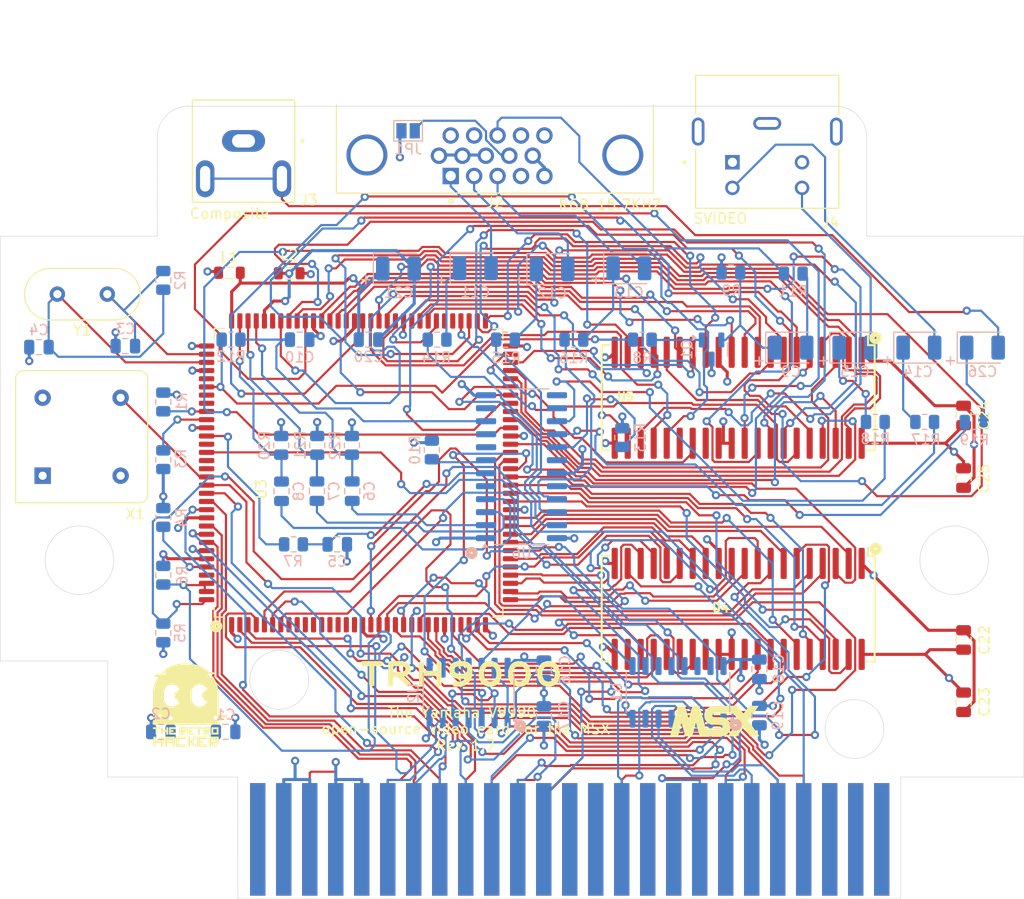
<source format=kicad_pcb>
(kicad_pcb (version 20240108) (generator "pcbnew") (generator_version "8.0")
  (title_block (date "2024-06-15") (rev "1.7") (company "The Retro Hacker") (comment 2 "Shared under CERN-OHL-S license") (comment 3 "TRH9000 - Open Source MSX Graphics Card based on the Yamaha V9990") (comment 4 "Designed  by: Cristiano Goncalves"))
  (layers (0 "F.Cu" signal) (1 "In1.Cu" power) (2 "In2.Cu" power) (31 "B.Cu" signal) (34 "B.Paste" user) (35 "F.Paste" user) (36 "B.SilkS" user "B.Silkscreen") (37 "F.SilkS" user "F.Silkscreen") (38 "B.Mask" user) (39 "F.Mask" user) (44 "Edge.Cuts" user))
  (net 0 "")
  (net 1 "GND")
  (net 2 "+5VA")
  (net 3 "GNDA")
  (net 4 "+5V")
  (net 5 "/VIDEO/ROUT")
  (net 6 "Net-(C13-Pad1)")
  (net 7 "/VIDEO/GOUT")
  (net 8 "/VIDEO/BOUT")
  (net 9 "/~{CS1}")
  (net 10 "/~{CS12}")
  (net 12 "/~{WAIT}")
  (net 13 "/~{M1}")
  (net 14 "/~{RESET}")
  (net 15 "/A9")
  (net 16 "/A11")
  (net 17 "/A7")
  (net 18 "/A12")
  (net 19 "/A14")
  (net 20 "/A1")
  (net 21 "/A3")
  (net 22 "/A5")
  (net 23 "/D1")
  (net 24 "/D3")
  (net 25 "/D5")
  (net 26 "/D7")
  (net 27 "Net-(BUS1-SW1)")
  (net 29 "/D6")
  (net 30 "/D4")
  (net 31 "/D2")
  (net 32 "/D0")
  (net 33 "/A4")
  (net 34 "/A2")
  (net 35 "/A0")
  (net 36 "/A13")
  (net 37 "/A8")
  (net 38 "/A6")
  (net 39 "/A10")
  (net 40 "/A15")
  (net 41 "/~{IORQ}")
  (net 42 "/~{WR}")
  (net 44 "/~{RD}")
  (net 47 "/VDP/~{CSYNC}")
  (net 48 "/VDP/R")
  (net 49 "/VDP/G")
  (net 50 "/VDP/B")
  (net 51 "/VDP/~{VDPW}")
  (net 52 "/VDP/~{VDPR}")
  (net 55 "Net-(U6-SCIN)")
  (net 56 "Net-(U6-RIN)")
  (net 57 "Net-(U6-GIN)")
  (net 58 "Net-(U6-BIN)")
  (net 59 "Net-(Q1-E)")
  (net 60 "/VDP/V0A8")
  (net 61 "/VDP/V0A7")
  (net 62 "/VDP/V0A6")
  (net 63 "/VDP/V0A5")
  (net 64 "/VDP/V0A4")
  (net 65 "/VDP/V0A3")
  (net 66 "/VDP/V0A2")
  (net 67 "/VDP/V0A1")
  (net 68 "/VDP/V0A0")
  (net 69 "/VDP/V0D7")
  (net 70 "/VDP/V0D6")
  (net 71 "/VDP/V0D5")
  (net 72 "/VDP/V0D4")
  (net 73 "/VDP/V0D3")
  (net 74 "/VDP/V0D2")
  (net 75 "/VDP/V0D1")
  (net 76 "/VDP/V0D0")
  (net 77 "Net-(U6-SYNCIN)")
  (net 78 "/VDP/V0S7")
  (net 79 "/VDP/V0S6")
  (net 80 "/VDP/V0S5")
  (net 81 "/VDP/V0S4")
  (net 82 "/VDP/V0S3")
  (net 83 "/VDP/V0S2")
  (net 84 "/VDP/V0S1")
  (net 85 "/VDP/V0S0")
  (net 86 "/VDP/V1S7")
  (net 87 "/VDP/V1S6")
  (net 88 "/VDP/V1S5")
  (net 89 "/VDP/V1S4")
  (net 90 "/VDP/V1S3")
  (net 91 "/VDP/V1S2")
  (net 92 "/VDP/V1S1")
  (net 93 "/VDP/V1S0")
  (net 94 "Net-(J2-P9)")
  (net 95 "Net-(C11-Pad1)")
  (net 96 "/VDP/V1A8")
  (net 97 "/VDP/V1A7")
  (net 98 "/VDP/V1A6")
  (net 99 "/VDP/V1A5")
  (net 100 "/VDP/V1A4")
  (net 101 "/VDP/V1A3")
  (net 102 "/VDP/V1A2")
  (net 103 "/VDP/V1A1")
  (net 104 "/VDP/V1A0")
  (net 105 "/VDP/V1D0")
  (net 106 "/VDP/V1D1")
  (net 107 "/VDP/V1D2")
  (net 108 "/VDP/V1D3")
  (net 109 "/VDP/V1D4")
  (net 110 "/VDP/V1D5")
  (net 111 "/VDP/V1D6")
  (net 112 "/VDP/V1D7")
  (net 117 "Net-(Q1-B)")
  (net 118 "Net-(U6-NPIN)")
  (net 119 "Net-(U6-YTRAP)")
  (net 120 "Net-(U6-ROUT)")
  (net 121 "Net-(U6-GOUT)")
  (net 122 "Net-(U6-BOUT)")
  (net 123 "Net-(U6-YOUT)")
  (net 124 "Net-(U6-COUT)")
  (net 126 "Net-(U1A-~{Y6})")
  (net 135 "/~{BUSDIR}")
  (net 136 "/~{CS2}")
  (net 137 "/~{SLTSL}")
  (net 138 "/~{RFSH}")
  (net 139 "/~{INT}")
  (net 140 "/VDP/X1")
  (net 141 "/VDP/X2")
  (net 142 "/VDP/VMREQ")
  (net 143 "/VDP/HRESET")
  (net 144 "/VDP/VRESET")
  (net 145 "/VDP/MCKIN")
  (net 150 "unconnected-(U2A-3Y-Pad8)")
  (net 154 "/VIDEO/CSYNCO")
  (net 157 "/VDP/~{V0_RAS}")
  (net 158 "/VDP/~{V0_CAS}")
  (net 159 "/VDP/~{V0_WE}")
  (net 160 "/VDP/~{V0_TR}")
  (net 161 "/VDP/~{V0_SC}")
  (net 162 "/VDP/~{VO_SOE}")
  (net 163 "/VDP/~{V1_RAS}")
  (net 164 "/VDP/~{V1_CAS}")
  (net 165 "/VDP/~{V1_WE}")
  (net 166 "/VDP/~{V1_TR}")
  (net 167 "/VDP/~{V1_SC}")
  (net 168 "/VDP/~{V1_SOE}")
  (net 176 "Net-(C12-Pad1)")
  (net 177 "Net-(C14-Pad1)")
  (net 178 "/VDP/NTSC_CLK")
  (net 179 "Net-(C9-Pad2)")
  (net 181 "/VIDEO/YOUT")
  (net 182 "Net-(C15-Pad1)")
  (net 183 "/VIDEO/COUT")
  (net 199 "Net-(C26-Pad1)")
  (net 200 "/VIDEO/CVOUT")
  (net 201 "Net-(U6-CVOUT)")
  (footprint "Inductor_SMD:L_0805_2012Metric" (layer "F.Cu") (at 129.65 72.31 180)
    (property "Reference" "L2")
    (property "Value" "4.7uH")
  )
  (footprint "Capacitor_SMD:C_0805_2012Metric" (layer "F.Cu") (at 195.54 92.33 -90)
    (property "Reference" "C25")
    (property "Value" "10nF")
  )
  (footprint "Connector_Dsub:DSUB-15-HD_Female_Horizontal_P2.29x1.98mm_EdgePinOffset3.03mm_Housed_MountingHolesOffset4.94mm" (layer "F.Cu") (at 145.43 62.8 180)
    (property "Reference" "J2")
    (property "Value" "RGB")
  )
  (footprint "Footprints:CUI_MD-40SM" (layer "F.Cu") (at 176.3575 57.66 180)
    (property "Reference" "J4")
    (property "Value" "SVIDEO")
  )
  (footprint "trh9000:SOJ-40_400mil" (layer "F.Cu") (at 173.52 84.48 -90)
    (property "Reference" "U5")
    (property "Value" "KM428C256")
  )
  (footprint "Oscillator:Oscillator_DIP-8" (layer "F.Cu") (at 105.56 92.1)
    (property "Reference" "X1")
    (property "Value" "14.31818MHz ")
  )
  (footprint "Inductor_SMD:L_0805_2012Metric" (layer "F.Cu") (at 123.81 72.26)
    (property "Reference" "L1")
    (property "Value" "4.7uH")
  )
  (footprint "LOGO" (layer "F.Cu") (at 171.200693 116.099514)
    (property "Reference" "MSX1" (hide yes))
    (property "Value" "LOGO" (hide yes))
  )
  (footprint "trh9000:LQFP-128_28x28mm_P0.8mm" (layer "F.Cu") (at 136.43 91.82 90)
    (property "Reference" "U3")
    (property "Value" "V9990")
  )
  (footprint "trh9000:msx_cartridge" (layer "F.Cu") (at 157.06 127.78)
    (property "Reference" "BUS1" (hide yes))
    (property "Value" "MSX_SLOT_EDGE-CON" (hide yes))
  )
  (footprint "Footprints:SWITCHCRAFT_PJRAN1X1U02AUX" (layer "F.Cu") (at 125.19 59.37 180)
    (property "Reference" "J3")
    (property "Value" "Composite")
  )
  (footprint "Crystal:Crystal_HC49-U_Vertical" (layer "F.Cu") (at 111.88 74.35 180)
    (property "Reference" "Y1")
    (property "Value" "21.47727Mhz")
  )
  (footprint "trh9000:SOJ-40_400mil" (layer "F.Cu") (at 173.52 105.12 -90)
    (property "Reference" "U4")
    (property "Value" "KM428C256")
  )
  (footprint "Footprints:LOGO_TRH_11" (layer "F.Cu") (at 119.634 114.808)
    (property "Reference" "G***" (hide yes))
    (property "Value" "LOGO" (hide yes))
  )
  (footprint "Capacitor_SMD:C_0805_2012Metric" (layer "F.Cu") (at 195.54 114.25 -90)
    (property "Reference" "C23")
    (property "Value" "10nF")
  )
  (footprint "Capacitor_SMD:C_0805_2012Metric" (layer "F.Cu") (at 195.54 86.21 -90)
    (property "Reference" "C24")
    (property "Value" "0.1uF")
  )
  (footprint "Capacitor_SMD:C_0805_2012Metric" (layer "F.Cu") (at 195.54 108.16 -90)
    (property "Reference" "C22")
    (property "Value" "0.1uF")
  )
  (footprint "Jumper:SolderJumper-2_P1.3mm_Open_Pad1.0x1.5mm" (layer "B.Cu") (at 141.27 58.38)
    (property "Reference" "JP1")
    (property "Value" "Jumper_2_Open")
  )
  (footprint "Resistor_SMD:R_0805_2012Metric" (layer "B.Cu") (at 117.348 73.0015 90)
    (property "Reference" "R2")
    (property "Value" "10M")
  )
  (footprint "Capacitor_Tantalum_SMD:CP_EIA-3528-15_AVX-H" (layer "B.Cu") (at 155.3375 71.91)
    (property "Reference" "C12")
    (property "Value" "220uF")
  )
  (footprint "Resistor_SMD:R_0805_2012Metric" (layer "B.Cu") (at 150.7833 78.7975 180)
    (property "Reference" "R15")
    (property "Value" "75R")
  )
  (footprint "Capacitor_SMD:C_0805_2012Metric" (layer "B.Cu") (at 132.36 93.61 90)
    (property "Reference" "C7")
    (property "Value" "100nF")
  )
  (footprint "Capacitor_SMD:C_0805_2012Metric" (layer "B.Cu") (at 117.1119 117.14)
    (property "Reference" "C2")
    (property "Value" "10uF")
  )
  (footprint "Capacitor_Tantalum_SMD:CP_EIA-3528-15_AVX-H" (layer "B.Cu") (at 147.835 71.82)
    (property "Reference" "C11")
    (property "Value" "220uF")
  )
  (footprint "Resistor_SMD:R_0805_2012Metric" (layer "B.Cu") (at 162.2 88.37 -90)
    (property "Reference" "R13")
    (property "Value" "3K32 1%")
  )
  (footprint "Capacitor_SMD:C_0805_2012Metric" (layer "B.Cu") (at 175.59 115.55 -90)
    (property "Reference" "C19")
    (property "Value" "0.1uF")
  )
  (footprint "Resistor_SMD:R_0805_2012Metric" (layer "B.Cu") (at 164.15 78.7975 180)
    (property "Reference" "R8")
    (property "Value" "1K")
  )
  (footprint "Resistor_SMD:R_0805_2012Metric" (layer "B.Cu") (at 135.78 89.1325 -90)
    (property "Reference" "R22")
    (property "Value" "470R")
  )
  (footprint "Capacitor_Tantalum_SMD:CP_EIA-3528-15_AVX-H" (layer "B.Cu") (at 197.3834 79.5782)
    (property "Reference" "C26")
    (property "Value" "220uF")
  )
  (footprint "Capacitor_Tantalum_SMD:CP_EIA-3528-15_AVX-H" (layer "B.Cu") (at 140.3325 71.86)
    (property "Reference" "C21")
    (property "Value" "47uF")
  )
  (footprint "Resistor_SMD:R_0805_2012Metric" (layer "B.Cu") (at 178.9 72.34)
    (property "Reference" "R11")
    (property "Value" "220R")
  )
  (footprint "Resistor_SMD:R_0805_2012Metric" (layer "B.Cu") (at 128.87 89.1325 -90)
    (property "Reference" "R20")
    (property "Value" "470R")
  )
  (footprint "Capacitor_SMD:C_0805_2012Metric" (layer "B.Cu") (at 105.2 79.53 180)
    (property "Reference" "C4")
    (property "Value" "27pF")
  )
  (footprint "Capacitor_SMD:C_0805_2012Metric" (layer "B.Cu") (at 137.3967 78.7975)
    (property "Reference" "C20")
    (property "Value" "100nF")
  )
  (footprint "Package_SO:SO-16_3.9x9.9mm_P1.27mm" (layer "B.Cu") (at 167.64 113.284 90)
    (property "Reference" "U1")
    (property "Value" "74HC138")
  )
  (footprint "Resistor_SMD:R_0805_2012Metric" (layer "B.Cu") (at 143.59 89.58 -90)
    (property "Reference" "R10")
    (property "Value" "4K7")
  )
  (footprint "Package_TO_SOT_SMD:SOT-23" (layer "B.Cu") (at 170.92 79.7675 -90)
    (property "Reference" "Q1")
    (property "Value" "BC817")
  )
  (footprint "Capacitor_SMD:C_0805_2012Metric" (layer "B.Cu") (at 154.54 115.59 90)
    (property "Reference" "C17")
    (property "Value" "0.1uF")
  )
  (footprint "Resistor_SMD:R_0805_2012Metric" (layer "B.Cu") (at 172.8075 72.25 180)
    (property "Reference" "R9")
    (property "Value" "100R")
  )
  (footprint "Capacitor_SMD:C_0805_2012Metric" (layer "B.Cu") (at 128.9 93.62 90)
    (property "Reference" "C8")
    (property "Value" "100nF")
  )
  (footprint "Capacitor_Tantalum_SMD:CP_EIA-3528-15_AVX-H" (layer "B.Cu") (at 178.6755 79.5782)
    (property "Reference" "C9")
    (property "Value" "220uF")
  )
  (footprint "Capacitor_Tantalum_SMD:CP_EIA-3528-15_AVX-H" (layer "B.Cu") (at 191.177432 79.5782)
    (property "Reference" "C14")
    (property "Value" "220uF")
  )
  (footprint "Resistor_SMD:R_0805_2012Metric" (layer "B.Cu") (at 191.7453 86.8426)
    (property "Reference" "R17")
    (property "Value" "75R")
  )
  (footprint "Capacitor_SMD:C_0805_2012Metric" (layer "B.Cu") (at 175.59 111.02 -90)
    (property "Reference" "C18")
    (property "Value" "1uF")
  )
  (footprint "Resistor_SMD:R_0805_2012Metric" (layer "B.Cu") (at 196.5706 86.8426 180)
    (property "Reference" "R19")
    (property "Value" "75R" (hide yes))
  )
  (footprint "Resistor_SMD:R_0805_2012Metric" (layer "B.Cu") (at 132.39 89.1325 -90)
    (property "Reference" "R21")
    (property "Value" "470R")
  )
  (footprint "Capacitor_SMD:C_0805_2012Metric" (layer "B.Cu") (at 134.35 98.81)
    (property "Reference" "C5")
    (property "Value" "47pF")
  )
  (footprint "Capacitor_Tantalum_SMD:CP_EIA-3528-15_AVX-H" (layer "B.Cu") (at 162.84 71.82)
    (property "Reference" "C13")
    (property "Value" "220uF")
  )
  (footprint "Capacitor_SMD:C_0805_2012Metric" (layer "B.Cu") (at 113.64 79.43 180)
    (property "Reference" "C3")
    (property "Value" "27pF")
  )
  (footprint "Capacitor_SMD:C_0805_2012Metric" (layer "B.Cu") (at 130.6733 78.7975)
    (property "Reference" "C10")
    (property "Value" "47pF")
  )
  (footprint "Resistor_SMD:R_0805_2012Metric" (layer "B.Cu") (at 144.1 78.7975 180)
    (property "Reference" "R14")
    (property "Value" "75R")
  )
  (footprint "Capacitor_Tantalum_SMD:CP_EIA-3528-15_AVX-H" (layer "B.Cu") (at 184.926466 79.5782)
    (property "Reference" "C15")
    (property "Value" "220uF")
  )
  (footprint "Capacitor_SMD:C_0805_2012Metric" (layer "B.Cu") (at 135.81 93.61 90)
    (property "Reference" "C6")
    (property "Value" "100nF")
  )
  (footprint "Resistor_SMD:R_0805_2012Metric" (layer "B.Cu") (at 117.348 107.47 90)
    (property "Reference" "R5")
    (property "Value" "4K7")
  )
  (footprint "Resistor_SMD:R_0805_2012Metric" (layer "B.Cu") (at 123.97 78.7975)
    (property "Reference" "R12")
    (property "Value" "2K2")
  )
  (footprint "Resistor_SMD:R_0805_2012Metric" (layer "B.Cu") (at 157.4667 78.7975 180)
    (property "Reference" "R16")
    (property "Value" "75R")
  )
  (footprint "Resistor_SMD:R_0805_2012Metric" (layer "B.Cu") (at 117.348 101.825 -90)
    (property "Reference" "R6")
    (property "Value" "4K7")
  )
  (footprint "Capacitor_SMD:C_0805_2012Metric" (layer "B.Cu") (at 154.54 111.11 -90)
    (property "Reference" "C16")
    (property "Value" "1uF")
  )
  (footprint "Resistor_SMD:R_0805_2012Metric" (layer "B.Cu") (at 130.07 98.81 180)
    (property "Reference" "R7")
    (property "Value" "2K2")
  )
  (footprint "Resistor_SMD:R_0805_2012Metric" (layer "B.Cu") (at 117.348 90.535 -90)
    (property "Reference" "R3")
    (property "Value" "4K7")
  )
  (footprint "Capacitor_SMD:C_0805_2012Metric" (layer "B.Cu") (at 123.44 117.14 180)
    (property "Reference" "C1")
    (property "Value" "0.1uF")
  )
  (footprint "Resistor_SMD:R_0805_2012Metric" (layer "B.Cu") (at 186.92 86.8426)
    (property "Reference" "R18")
    (property "Value" "75R")
  )
  (footprint "Package_SO:SO-14_3.9x8.65mm_P1.27mm" (layer "B.Cu") (at 147.18 113.344 90)
    (property "Reference" "U2")
    (property "Value" "74HC32")
  )
  (footprint "Resistor_SMD:R_0805_2012Metric" (layer "B.Cu") (at 117.348 96.18 -90)
    (property "Reference" "R4")
    (property "Value" "4K7")
  )
  (footprint "Resistor_SMD:R_0805_2012Metric" (layer "B.Cu") (at 117.348 84.89 -90)
    (property "Reference" "R1")
    (property "Value" "4K7")
  )
  (footprint "Package_SO:SO-24_5.3x15mm_P1.27mm" (layer "B.Cu") (at 152.35 91.22)
    (property "Reference" "U6")
    (property "Value" "CXA2075M")
  )
  (gr_circle (center 152.21 116.56) (end 152.11 116.56) (stroke (width 0.5)) (fill none) (layer "B.SilkS"))
  (gr_circle (center 173.27 116.44) (end 173.17 116.44) (stroke (width 0.5)) (fill none) (layer "B.SilkS"))
  (gr_circle (center 147.47 99.65) (end 147.37 99.65) (stroke (width 0.5)) (fill none) (layer "B.SilkS"))
  (gr_circle (center 186.96 99.26) (end 187.06 99.26) (stroke (width 0.5)) (fill none) (layer "F.SilkS"))
  (gr_circle (center 122.51 106.82) (end 122.61 106.82) (stroke (width 0.5)) (fill none) (layer "F.SilkS"))
  (gr_circle (center 186.94 78.63) (end 187.04 78.63) (stroke (width 0.5)) (fill none) (layer "F.SilkS"))
  (gr_line (start 101.4244 110.209) (end 101.42 68.69) (stroke (width 0.05)) (layer "Edge.Cuts"))
  (gr_line (start 201.43 68.69) (end 201.43 121.56) (stroke (width 0.05)) (layer "Edge.Cuts"))
  (gr_line (start 124.64 133.47) (end 124.63 121.56) (stroke (width 0.05)) (layer "Edge.Cuts"))
  (gr_line (start 111.93 121.56) (end 111.93 110.209) (stroke (width 0.05)) (layer "Edge.Cuts"))
  (gr_line (start 189.41 121.56) (end 189.41 133.47) (stroke (width 0.05)) (layer "Edge.Cuts"))
  (gr_line (start 189.41 133.47) (end 124.64 133.47) (stroke (width 0.05)) (layer "Edge.Cuts"))
  (gr_line (start 111.93 110.209) (end 101.4244 110.209) (stroke (width 0.05)) (layer "Edge.Cuts"))
  (gr_line (start 116.758139 59.02693) (end 116.76 68.69) (stroke (width 0.05)) (layer "Edge.Cuts"))
  (gr_line (start 186.08 59.01) (end 186.08 68.69) (stroke (width 0.05)) (layer "Edge.Cuts"))
  (gr_circle (center 194.620716 100.36) (end 197.97 100.36) (stroke (width 0.05)) (fill none) (layer "Edge.Cuts"))
  (gr_line (start 124.63 121.56) (end 111.93 121.56) (stroke (width 0.05)) (layer "Edge.Cuts"))
  (gr_line (start 201.43 121.56) (end 189.41 121.56) (stroke (width 0.05)) (layer "Edge.Cuts"))
  (gr_arc (start 116.758139 59.02693) (mid 117.649203 56.871704) (end 119.8 55.97) (stroke (width 0.05)) (layer "Edge.Cuts"))
  (gr_arc (start 183.02307 55.968139) (mid 185.178296 56.859203) (end 186.08 59.01) (stroke (width 0.05)) (layer "Edge.Cuts"))
  (gr_circle (center 109.16 100.36) (end 112.509284 100.36) (stroke (width 0.05)) (fill none) (layer "Edge.Cuts"))
  (gr_circle (center 128.68 112.06) (end 130.53 114.26) (stroke (width 0.05)) (fill none) (layer "Edge.Cuts"))
  (gr_line (start 119.8 55.97) (end 183.02307 55.968139) (stroke (width 0.05)) (layer "Edge.Cuts"))
  (gr_line (start 201.43 68.69) (end 186.08 68.69) (stroke (width 0.05)) (layer "Edge.Cuts"))
  (gr_circle (center 184.88 116.86) (end 187.33 118.36) (stroke (width 0.05)) (fill none) (layer "Edge.Cuts"))
  (gr_line (start 101.42 68.69) (end 116.76 68.69) (stroke (width 0.05)) (layer "Edge.Cuts"))
  (gr_text "+" (at 175.5648 80.7974 0) (layer "B.SilkS") (effects (font (size 1 1)) (justify mirror)))
  (gr_text "+" (at 144.53 72.87 0) (layer "B.SilkS") (effects (font (size 1 1)) (justify mirror)))
  (gr_text "+" (at 188.1124 80.7974 0) (layer "B.SilkS") (effects (font (size 1 1)) (justify mirror)))
  (gr_text "+" (at 152.13 72.88 0) (layer "B.SilkS") (effects (font (size 1 1)) (justify mirror)))
  (gr_text "+" (at 194.2592 80.7974 0) (layer "B.SilkS") (effects (font (size 1 1)) (justify mirror)))
  (gr_text "+" (at 137.14 72.87 0) (layer "B.SilkS") (effects (font (size 1 1)) (justify mirror)))
  (gr_text "+" (at 159.62 72.84 0) (layer "B.SilkS") (effects (font (size 1 1)) (justify mirror)))
  (gr_text "+" (at 181.864 80.7974 0) (layer "B.SilkS") (effects (font (size 1 1)) (justify mirror)))
  (gr_text "TRH9000" (at 146.5 111.57 0) (layer "F.SilkS") (effects (font (size 2 3) (thickness 0.5))))
  (gr_text "RGB 15.7KHZ" (at 161 65.6 0) (layer "F.SilkS") (effects (font (size 1 1))))
  (gr_text "The Yamaha V9990 \nopen-source video card for the MSX\nRev ${REVISION}" (at 146.9 116.86 0) (layer "F.SilkS") (effects (font (size 1 1))))
  (segment (start 171.615 88.925) (end 172.0648 88.925) (width 0.3) (layer "F.Cu") (net 1))
  (segment (start 138.5861 107.7734) (end 137.2552 107.7734) (width 0.3) (layer "F.Cu") (net 1))
  (segment (start 136.83 107.3482) (end 136.83 106.67) (width 0.3) (layer "F.Cu") (net 1))
  (segment (start 172.0648 88.925) (end 172.885 88.925) (width 0.3) (layer "F.Cu") (net 1))
  (segment (start 140.83 78.2631) (end 140.766 78.3271) (width 0.3) (layer "F.Cu") (net 1))
  (segment (start 138.864 108.0513) (end 138.5861 107.7734) (width 0.3) (layer "F.Cu") (net 1))
  (segment (start 119.7874 96.22) (end 121.58 96.22) (width 0.3) (layer "F.Cu") (net 1))
  (segment (start 160.7196 108.8296) (end 160.3103 108.8296) (width 0.3) (layer "F.Cu") (net 1))
  (segment (start 195.54 109.11) (end 192.26 109.11) (width 0.3) (layer "F.Cu") (net 1))
  (segment (start 151.28 79.42) (end 152.7849 79.42) (width 0.3) (layer "F.Cu") (net 1))
  (segment (start 132.7256 78.4502) (end 132.03 77.7546) (width 0.3) (layer "F.Cu") (net 1))
  (segment (start 161.4423 88.9123) (end 161.455 88.925) (width 0.3) (layer "F.Cu") (net 1))
  (segment (start 131.6724 72.31) (end 131.7574 72.395) (width 0.3) (layer "F.Cu") (net 1))
  (segment (start 194.1166 111.8765) (end 195.54 113.3) (width 0.3) (layer "F.Cu") (net 1))
  (segment (start 172.07 88.9198) (end 172.0648 88.925) (width 0.3) (layer "F.Cu") (net 1))
  (segment (start 172.885 109.565) (end 171.615 109.565) (width 0.3) (layer "F.Cu") (net 1))
  (segment (start 124.03 107.4636) (end 124.6092 108.0428) (width 0.3) (layer "F.Cu") (net 1))
  (segment (start 148.83 106.67) (end 148.83 107.0171) (width 0.3) (layer "F.Cu") (net 1))
  (segment (start 151.287 95.427) (end 152.6428 95.427) (width 0.3) (layer "F.Cu") (net 1))
  (segment (start 172.885 109.565) (end 172.885 107.4256) (width 0.3) (layer "F.Cu") (net 1))
  (segment (start 160.5522 88.9123) (end 161.4423 88.9123) (width 0.3) (layer "F.Cu") (net 1))
  (segment (start 171.615 80.035) (end 171.615 81.145) (width 0.21) (layer "F.Cu") (net 1))
  (segment (start 170.48 98.32) (end 171.615 99.455) (width 0.3) (layer "F.Cu") (net 1))
  (segment (start 140.83 76.97) (end 140.83 78.2631) (width 0.3) (layer "F.Cu") (net 1))
  (segment (start 151.28 95.42) (end 151.287 95.427) (width 0.3) (layer "F.Cu") (net 1))
  (segment (start 124.03 106.67) (end 124.03 107.4636) (width 0.3) (layer "F.Cu") (net 1))
  (segment (start 118.8007 97.2067) (end 119.7874 96.22) (width 0.3) (layer "F.Cu") (net 1))
  (segment (start 172.0648 86.7866) (end 172.07 86.7918) (width 0.3) (layer "F.Cu") (net 1))
  (segment (start 171.615 99.455) (end 171.615 100.675) (width 0.3) (layer "F.Cu") (net 1))
  (segment (start 130.7125 72.31) (end 131.6724 72.31) (width 0.3) (layer "F.Cu") (net 1))
  (segment (start 195.54 90.69) (end 194.6086 89.7585) (width 0.3) (layer "F.Cu") (net 1))
  (segment (start 120.1937 81.82) (end 121.58 81.82) (width 0.3) (layer "F.Cu") (net 1))
  (segment (start 172.07 86.7918) (end 172.07 88.9198) (width 0.3) (layer "F.Cu") (net 1))
  (segment (start 185.585 88.925) (end 193.775 88.925) (width 0.3) (layer "F.Cu") (net 1))
  (segment (start 193.775 88.925) (end 195.54 87.16) (width 0.3) (layer "F.Cu") (net 1))
  (segment (start 152.7849 79.42) (end 152.8846 79.5197) (width 0.3) (layer "F.Cu") (net 1))
  (segment (start 171.615 81.145) (end 172.45 81.98) (width 0.3) (layer "F.Cu") (net 1))
  (segment (start 137.2552 107.7734) (end 136.83 107.3482) (width 0.3) (layer "F.Cu") (net 1))
  (segment (start 172.45 81.98) (end 172.45 82.9) (width 0.3) (layer "F.Cu") (net 1))
  (segment (start 121.58 87.42) (end 120.1922 87.42) (width 0.3) (layer "F.Cu") (net 1))
  (segment (start 191.805 109.565) (end 194.1166 111.8765) (width 0.3) (layer "F.Cu") (net 1))
  (segment (start 195.54 91.38) (end 195.54 90.69) (width 0.3) (layer "F.Cu") (net 1))
  (segment (start 194.6086 89.7585) (end 193.775 88.925) (width 0.3) (layer "F.Cu") (net 1))
  (segment (start 161.455 109.565) (end 160.7196 108.8296) (width 0.3) (layer "F.Cu") (net 1))
  (segment (start 185.585 109.565) (end 191.805 109.565) (width 0.3) (layer "F.Cu") (net 1))
  (segment (start 192.26 109.11) (end 191.805 109.565) (width 0.3) (layer "F.Cu") (net 1))
  (segment (start 148.83 107.0171) (end 149.5555 107.7426) (width 0.3) (layer "F.Cu") (net 1))
  (segment (start 132.03 77.7546) (end 132.03 76.97) (width 0.3) (layer "F.Cu") (net 1))
  (via (at 172.0648 86.7866) (size 0.8) (drill 0.4) (layers "F.Cu" "B.Cu") (net 1))
  (via (at 124.6092 108.0428) (size 0.8) (drill 0.4) (layers "F.Cu" "B.Cu") (net 1))
  (via (at 120.1937 81.82) (size 0.8) (drill 0.4) (layers "F.Cu" "B.Cu") (net 1))
  (via (at 131.7574 72.395) (size 0.8) (drill 0.4) (layers "F.Cu" "B.Cu") (net 1))
  (via (at 120.1922 87.42) (size 0.8) (drill 0.4) (layers "F.Cu" "B.Cu") (net 1))
  (via (at 162.5129 114.5365) (size 0.8) (drill 0.4) (layers "F.Cu" "B.Cu") (net 1))
  (via (at 132.7256 78.4502) (size 0.8) (drill 0.4) (layers "F.Cu" "B.Cu") (net 1))
  (via (at 132.38 86.86) (size 0.8) (drill 0.4) (layers "F.Cu" "B.Cu") (net 1))
  (via (at 194.6086 89.7585) (size 0.8) (drill 0.4) (layers "F.Cu" "B.Cu") (net 1))
  (via (at 143.006 117.7763) (size 0.8) (drill 0.4) (layers "F.Cu" "B.Cu") (net 1))
  (via (at 172.885 107.4256) (size 0.8) (drill 0.4) (layers "F.Cu" "B.Cu") (net 1))
  (via (at 122.49 115.7661) (size 0.8) (drill 0.4) (layers "F.Cu" "B.Cu") (net 1))
  (via (at 176.1054 118.4028) (size 0.8) (drill 0.4) (layers "F.Cu" "B.Cu") (net 1))
  (via (at 170.48 98.32) (size 0.8) (drill 0.4) (layers "F.Cu" "B.Cu") (net 1))
  (via (at 134.2 120.0909) (size 0.8) (drill 0.4) (layers "F.Cu" "B.Cu") (net 1))
  (via (at 175.59 113.1289) (size 0.8) (drill 0.4) (layers "F.Cu" "B.Cu") (net 1))
  (via (at 138.864 108.0513) (size 0.8) (drill 0.4) (layers "F.Cu" "B.Cu") (net 1))
  (via (at 112.69 78.0834) (size 0.8) (drill 0.4) (layers "F.Cu" "B.Cu") (net 1))
  (via (at 135.29 100.48) (size 0.8) (drill 0.4) (layers "F.Cu" "B.Cu") (net 1))
  (via (at 194.1166 111.8765) (size 0.8) (drill 0.4) (layers "F.Cu" "B.Cu") (net 1))
  (via (at 128.86 86.87) (size 0.8) (drill 0.4) (layers "F.Cu" "B.Cu") (net 1))
  (via (at 154.54 113.35) (size 0.8) (drill 0.4) (layers "F.Cu" "B.Cu") (net 1))
  (via (at 144 98.6) (size 0.8) (drill 0.4) (layers "F.Cu" "B.Cu") (net 1))
  (via (at 152.8846 79.5197) (size 0.8) (drill 0.4) (layers "F.Cu" "B.Cu") (net 1))
  (via (at 140.766 78.3271) (size 0.8) (drill 0.4) (layers "F.Cu" "B.Cu") (net 1))
  (via (at 171.895 70.7556) (size 0.8) (drill 0.4) (layers "F.Cu" "B.Cu") (net 1))
  (via (at 160.5522 88.9123) (size 0.8) (drill 0.4) (layers "F.Cu" "B.Cu") (net 1))
  (via (at 160.3103 108.8296) (size 0.8) (drill 0.4) (layers "F.Cu" "B.Cu") (net 1))
  (via (at 118.0619 115.8067) (size 0.8) (drill 0.4) (layers "F.Cu" "B.Cu") (net 1))
  (via (at 104.25 80.8909) (size 0.8) (drill 0.4) (layers "F.Cu" "B.Cu") (net 1))
  (via (at 152.6428 95.427) (size 0.8) (drill 0.4) (layers "F.Cu" "B.Cu") (net 1))
  (via (at 157.5 98.2245) (size 0.8) (drill 0.4) (layers "F.Cu" "B.Cu") (net 1))
  (via (at 135.78 86.89) (size 0.8) (drill 0.4) (layers "F.Cu" "B.Cu") (net 1))
  (via (at 172.45 82.9) (size 0.8) (drill 0.4) (layers "F.Cu" "B.Cu") (net 1))
  (via (at 149.5555 107.7426) (size 0.8) (drill 0.4) (layers "F.Cu" "B.Cu") (net 1))
  (via (at 118.8007 97.2067) (size 0.8) (drill 0.4) (layers "F.Cu" "B.Cu") (net 1))
  (segment (start 153.445 60.82) (end 154.59 61.965) (width 0.3) (layer "B.Cu") (net 1))
  (segment (start 134.2 120.0909) (end 134.2 121.8027) (width 0.3) (layer "B.Cu") (net 1))
  (segment (start 154.59 61.965) (end 154.59 62.8) (width 0.3) (layer "B.Cu") (net 1))
  (segment (start 136.74 127.653) (end 136.74 121.8027) (width 0.3) (layer "B.Cu") (net 1))
  (segment (start 118.0619 117.14) (end 118.0619 115.8067) (width 0.3) (layer "B.Cu") (net 1))
  (segment (start 104.25 79.53) (end 104.25 80.8909) (width 0.3) (layer "B.Cu") (net 1))
  (segment (start 175.59 113.1289) (end 175.59 111.97) (width 0.3) (layer "B.Cu") (net 1))
  (segment (start 144 98.6) (end 144.4 98.2) (width 0.3) (layer "B.Cu") (net 1))
  (segment (start 135.78 88.22) (end 135.78 86.89) (width 0.3) (layer "B.Cu") (net 1))
  (segment (start 144.4 98.2) (end 148.8825 98.2) (width 0.3) (layer "B.Cu") (net 1))
  (segment (start 176.1054 118.4028) (end 175.59 117.8874) (width 0.3) (layer "B.Cu") (net 1))
  (segment (start 171.895 72.25) (end 171.895 70.7556) (width 0.3) (layer "B.Cu") (net 1))
  (segment (start 143.9 60.75) (end 148.48 60.75) (width 0.3) (layer "B.Cu") (net 1))
  (segment (start 135.3 100.47) (end 135.29 100.48) (width 0.3) (layer "B.Cu") (net 1))
  (segment (start 132.7256 78.4502) (end 131.9706 78.4502) (width 0.3) (layer "B.Cu") (net 1))
  (segment (start 136.74 121.8027) (end 134.2 121.8027) (width 0.3) (layer "B.Cu") (net 1))
  (segment (start 134.2 127.653) (end 134.2 121.8027) (width 0.3) (layer "B.Cu") (net 1))
  (segment (start 157.4805 98.205) (end 155.8125 98.205) (width 0.3) (layer "B.Cu") (net 1))
  (segment (start 154.54 114.64) (end 154.54 113.35) (width 0.3) (layer "B.Cu") (net 1))
  (segment (start 128.87 86.88) (end 128.86 86.87) (width 0.3) (layer "B.Cu") (net 1))
  (segment (start 175.59 117.8874) (end 175.59 116.5) (width 0.3) (layer "B.Cu") (net 1))
  (segment (start 143.37 115.819) (end 143.37 117.4123) (width 0.3) (layer "B.Cu") (net 1))
  (segment (start 132.39 88.22) (end 132.39 86.87) (width 0.3) (layer "B.Cu") (net 1))
  (segment (start 122.49 115.7661) (end 122.49 117.14) (width 0.3) (layer "B.Cu") (net 1))
  (segment (start 132.39 86.87) (end 132.38 86.86) (width 0.3) (layer "B.Cu") (net 1))
  (segment (start 162.5129 115.1769) (end 162.5129 114.5365) (width 0.3) (layer "B.Cu") (net 1))
  (segment (start 148.8825 98.2) (end 148.8875 98.205) (width 0.3) (layer "B.Cu") (net 1))
  (segment (start 154.54 113.35) (end 154.54 112.06) (width 0.3) (layer "B.Cu") (net 1))
  (segment (start 131.9706 78.4502) (end 131.6233 78.7975) (width 0.3) (layer "B.Cu") (net 1))
  (segment (start 112.69 79.43) (end 112.69 78.0834) (width 0.3) (layer "B.Cu") (net 1))
  (segment (start 128.87 88.22) (end 128.87 86.88) (width 0.3) (layer "B.Cu") (net 1))
  (segment (start 157.5 98.2245) (end 157.4805 98.205) (width 0.3) (layer "B.Cu") (net 1))
  (segment (start 135.3 98.81) (end 135.3 100.47) (width 0.3) (layer "B.Cu") (net 1))
  (segment (start 163.195 115.859) (end 162.5129 115.1769) (width 0.3) (layer "B.Cu") (net 1))
  (segment (start 143.37 117.4123) (end 143.006 117.7763) (width 0.3) (layer "B.Cu") (net 1))
  (segment (start 124.03 76.97) (end 124.03 74.1133) (width 0.3) (layer "F.Cu") (net 2))
  (segment (start 135.4901 72.7943) (end 135.0136 73.2708) (width 0.3) (layer "F.Cu") (net 2))
  (segment (start 135.0136 73.2708) (end 124.8725 73.2708) (width 0.3) (layer "F.Cu") (net 2))
  (segment (start 124.03 74.1133) (end 124.8725 73.2708) (width 0.3) (layer "F.Cu") (net 2))
  (segment (start 124.8725 73.2708) (end 124.8725 72.26) (width 0.3) (layer "F.Cu") (net 2))
  (segment (start 135.9081 72.7943) (end 135.4901 72.7943) (width 0.3) (layer "F.Cu") (net 2))
  (via (at 135.9081 72.7943) (size 0.8) (drill 0.4) (layers "F.Cu" "B.Cu") (net 2))
  (segment (start 136.8844 73.7706) (end 135.9081 72.7943) (width 0.3) (layer "B.Cu") (net 2))
  (segment (start 136.4467 78.7975) (end 136.4467 74.2083) (width 0.3) (layer "B.Cu") (net 2))
  (segment (start 136.4467 74.2083) (end 136.8844 73.7706) (width 0.3) (layer "B.Cu") (net 2))
  (segment (start 136.8844 73.7706) (end 138.795 71.86) (width 0.3) (layer "B.Cu") (net 2))
  (segment (start 129.6397 72.31) (end 129.65 72.3203) (width 0.3) (layer "F.Cu") (net 3))
  (segment (start 129.2545 75.027) (end 128.133 75.027) (width 0.3) (layer "F.Cu") (net 3))
  (segment (start 128.5875 72.31) (end 129.6397 72.31) (width 0.3) (layer "F.Cu") (net 3))
  (segment (start 128.133 75.027) (end 127.23 75.93) (width 0.3) (layer "F.Cu") (net 3))
  (segment (start 127.23 75.93) (end 127.23 76.97) (width 0.3) (layer "F.Cu") (net 3))
  (via (at 129.65 72.3203) (size 0.8) (drill 0.4) (layers "F.Cu" "B.Cu") (net 3))
  (via (at 129.2545 75.027) (size 0.8) (drill 0.4) (layers "F.Cu" "B.Cu") (net 3))
  (segment (start 141.87 71.86) (end 141.87 75.2742) (width 0.3) (layer "B.Cu") (net 3))
  (segment (start 129.65 72.3203) (end 129.65 74.6315) (width 0.3) (layer "B.Cu") (net 3))
  (segment (start 131.8761 70.0942) (end 140.1042 70.0942) (width 0.3) (layer "B.Cu") (net 3))
  (segment (start 129.65 74.6315) (end 129.2545 75.027) (width 0.3) (layer "B.Cu") (net 3))
  (segment (start 140.1042 70.0942) (end 141.87 71.86) (width 0.3) (layer "B.Cu") (net 3))
  (segment (start 141.87 75.2742) (end 138.3467 78.7975) (width 0.3) (layer "B.Cu") (net 3))
  (segment (start 129.65 72.3203) (end 131.8761 70.0942) (width 0.3) (layer "B.Cu") (net 3))
  (segment (start 195.54 107.21) (end 192.12 107.21) (width 0.3) (layer "F.Cu") (net 4))
  (segment (start 160.7669 100.675) (end 160.525 100.4331) (width 0.3) (layer "F.Cu") (net 4))
  (segment (start 152.587198 88.212802) (end 152.58 88.22) (width 0.3) (layer "F.Cu") (net 4))
  (segment (start 136.03 77.6492) (end 136.03 76.97) (width 0.3) (layer "F.Cu") (net 4))
  (segment (start 195.54 93.28) (end 196.565 92.2555) (width 0.3) (layer "F.Cu") (net 4))
  (segment (start 195.54 85.26) (end 192.7274 85.26) (width 0.3) (layer "F.Cu") (net 4))
  (segment (start 196.565 89.0566) (end 196.565 86.2845) (width 0.3) (layer "F.Cu") (net 4))
  (segment (start 122.6229 72.1354) (end 122.7475 72.26) (width 0.3) (layer "F.Cu") (net 4))
  (segment (start 196.565 114.175) (end 196.565 108.235) (width 0.3) (layer "F.Cu") (net 4))
  (segment (start 160.961 80.529) (end 161.455 80.035) (width 0.3) (layer "F.Cu") (net 4))
  (segment (start 117.348 99.7741) (end 117.7939 100.22) (width 0.3) (layer "F.Cu") (net 4))
  (segment (start 144.83 108.0459) (end 144.83 106.67) (width 0.3) (layer "F.Cu") (net 4))
  (segment (start 121.6702 72.1354) (end 122.6229 72.1354) (width 0.3) (layer "F.Cu") (net 4))
  (segment (start 133.9797 78.9353) (end 134.7439 78.9353) (width 0.3) (layer "F.Cu") (net 4))
  (segment (start 188.3664 80.899) (end 186.449 80.899) (width 0.3) (layer "F.Cu") (net 4))
  (segment (start 192.12 107.21) (end 186.7497 101.8396) (width 0.3) (layer "F.Cu") (net 4))
  (segment (start 160.5093 80.529) (end 160.961 80.529) (width 0.3) (layer "F.Cu") (net 4))
  (segment (start 186.7497 101.8396) (end 185.585 100.675) (width 0.3) (layer "F.Cu") (net 4))
  (segment (start 196.565 108.235) (end 195.54 107.21) (width 0.3) (layer "F.Cu") (net 4))
  (segment (start 120.1462 79.42) (end 121.58 79.42) (width 0.3) (layer "F.Cu") (net 4))
  (segment (start 134.7439 78.9353) (end 136.03 77.6492) (width 0.3) (layer "F.Cu") (net 4))
  (segment (start 192.7274 85.26) (end 188.3664 80.899) (width 0.3) (layer "F.Cu") (net 4))
  (segment (start 117.7939 100.22) (end 121.58 100.22) (width 0.3) (layer "F.Cu") (net 4))
  (segment (start 161.455 100.675) (end 160.7669 100.675) (width 0.3) (layer "F.Cu") (net 4))
  (segment (start 196.565 86.2845) (end 195.54 85.26) (width 0.3) (layer "F.Cu") (net 4))
  (segment (start 196.565 92.2555) (end 196.565 89.0566) (width 0.3) (layer "F.Cu") (net 4))
  (segment (start 186.449 80.899) (end 185.585 80.035) (width 0.3) (layer "F.Cu") (net 4))
  (segment (start 152.58 88.22) (end 151.28 88.22) (width 0.3) (layer "F.Cu") (net 4))
  (segment (start 195.54 115.2) (end 196.565 114.175) (width 0.3) (layer "F.Cu") (net 4))
  (via (at 140.47 60.97) (size 0.8) (drill 0.4) (layers "F.Cu" "B.Cu") (net 4))
  (via (at 154.54 118.4677) (size 0.8) (drill 0.4) (layers "F.Cu" "B.Cu") (net 4))
  (via (at 152.587198 88.212802) (size 0.8) (drill 0.4) (layers "F.Cu" "B.Cu") (net 4))
  (via (at 117.348 94.1221) (size 0.8) (drill 0.4) (layers "F.Cu" "B.Cu") (net 4))
  (via (at 121.6702 72.1354) (size 0.8) (drill 0.4) (layers "F.Cu" "B.Cu") (net 4))
  (via (at 170.92 82.0734) (size 0.8) (drill 0.4) (layers "F.Cu" "B.Cu") (net 4))
  (via (at 176.9182 114.6) (size 0.8) (drill 0.4) (layers "F.Cu" "B.Cu") (net 4))
  (via (at 120.1462 79.42) (size 0.8) (drill 0.4) (layers "F.Cu" "B.Cu") (net 4))
  (via (at 186.7497 101.8396) (size 0.8) (drill 0.4) (layers "F.Cu" "B.Cu") (net 4))
  (via (at 144.83 108.0459) (size 0.8) (drill 0.4) (layers "F.Cu" "B.Cu") (net 4))
  (via (at 160.5093 80.529) (size 0.8) (drill 0.4) (layers "F.Cu" "B.Cu") (net 4))
  (via (at 117.348 99.7741) (size 0.8) (drill 0.4) (layers "F.Cu" "B.Cu") (net 4))
  (via (at 116.1619 115.7725) (size 0.8) (drill 0.4) (layers "F.Cu" "B.Cu") (net 4))
  (via (at 118.6495 84.177) (size 0.8) (drill 0.4) (layers "F.Cu" "B.Cu") (net 4))
  (via (at 152.62 109.778) (size 0.8) (drill 0.4) (layers "F.Cu" "B.Cu") (net 4))
  (via (at 160.525 100.4331) (size 0.8) (drill 0.4) (layers "F.Cu" "B.Cu") (net 4))
  (via (at 196.565 89.0566) (size 0.8) (drill 0.4) (layers "F.Cu" "B.Cu") (net 4))
  (via (at 162.2 86.3126) (size 0.8) (drill 0.4) (layers "F.Cu" "B.Cu") (net 4))
  (via (at 130.2273 119.9725) (size 0.8) (drill 0.4) (layers "F.Cu" "B.Cu") (net 4))
  (via (at 173.781 111.898) (size 0.8) (drill 0.4) (layers "F.Cu" "B.Cu") (net 4))
  (via (at 158.3 89.5) (size 0.8) (drill 0.4) (layers "F.Cu" "B.Cu") (net 4))
  (via (at 146.5101 83.1443) (size 0.8) (drill 0.4) (layers "F.Cu" "B.Cu") (net 4))
  (via (at 133.9797 78.9353) (size 0.8) (drill 0.4) (layers "F.Cu" "B.Cu") (net 4))
  (via (at 117.348 109.5329) (size 0.8) (drill 0.4) (layers "F.Cu" "B.Cu") (net 4))
  (via (at 141.84 88.87) (size 0.8) (drill 0.4) (layers "F.Cu" "B.Cu") (net 4))
  (via (at 124.39 115.7605) (size 0.8) (drill 0.4) (layers "F.Cu" "B.Cu") (net 4))
  (segment (start 173.781 111.898) (end 173.781 110.07) (width 0.3) (layer "B.Cu") (net 4))
  (segment (start 118.6495 84.177) (end 117.5475 84.177) (width 0.3) (layer "B.Cu") (net 4))
  (segment (start 146.6093 83.1443) (end 146.5101 83.1443) (width 0.3) (layer "B.Cu") (net 4))
  (segment (start 141.84 88.87) (end 143.3875 88.87) (width 0.3) (layer "B.Cu") (net 4))
  (segment (start 117.348 94.1221) (end 117.348 91.4475) (width 0.3) (layer "B.Cu") (net 4))
  (segment (start 117.348 100.9125) (end 117.348 99.7741) (width 0.3) (layer "B.Cu") (net 4))
  (segment (start 158.3 91.0374) (end 157.4824 91.855) (width 0.3) (layer "B.Cu") (net 4))
  (segment (start 147.7 84.235) (end 148.722032 84.235) (width 0.3) (layer "B.Cu") (net 4))
  (segment (start 143.3875 88.87) (end 143.59 88.6675) (width 0.3) (layer "B.Cu") (net 4))
  (segment (start 130.2273 119.9725) (end 130.2273 121.8027) (width 0.3) (layer "B.Cu") (net 4))
  (segment (start 129.12 127.653) (end 129.12 121.8027) (width 0.3) (layer "B.Cu") (net 4))
  (segment (start 154.54 116.54) (end 154.54 118.4677) (width 0.3) (layer "B.Cu") (net 4))
  (segment (start 175.59 114.6) (end 176.9182 114.6) (width 0.3) (layer "B.Cu") (net 4))
  (segment (start 130.2273 121.8027) (end 129.12 121.8027) (width 0.3) (layer "B.Cu") (net 4))
  (segment (start 170.92 80.705) (end 170.92 82.0734) (width 0.3) (layer "B.Cu") (net 4))
  (segment (start 158.3 89.5) (end 158.3 91.0374) (width 0.3) (layer "B.Cu") (net 4))
  (segment (start 140.47 58.4007) (end 140.4802 58.3905) (width 0.3) (layer "B.Cu") (net 4))
  (segment (start 117.348 109.5329) (end 117.348 108.3825) (width 0.3) (layer "B.Cu") (net 4))
  (segment (start 172.085 110.709) (end 172.724 110.07) (width 0.3) (layer "B.Cu") (net 4))
  (segment (start 151.699 110.16) (end 152.62 110.16) (width 0.3) (layer "B.Cu") (net 4))
  (segment (start 148.722032 84.235) (end 148.804766 84.317734) (width 0.3) (layer "B.Cu") (net 4))
  (segment (start 152.62 110.16) (end 152.62 109.778) (width 0.3) (layer "B.Cu") (net 4))
  (segment (start 173.781 110.07) (end 175.59 110.07) (width 0.3) (layer "B.Cu") (net 4))
  (segment (start 124.39 115.7605) (end 124.39 117.14) (width 0.3) (layer "B.Cu") (net 4))
  (segment (start 131.66 121.8027) (end 130.2273 121.8027) (width 0.3) (layer "B.Cu") (net 4))
  (segment (start 172.724 110.07) (end 173.781 110.07) (width 0.3) (layer "B.Cu") (net 4))
  (segment (start 116.1619 115.7725) (end 116.1619 117.14) (width 0.3) (layer "B.Cu") (net 4))
  (segment (start 152.62 110.16) (end 154.54 110.16) (width 0.3) (layer "B.Cu") (net 4))
  (segment (start 162.2 86.3126) (end 162.2 87.4575) (width 0.3) (layer "B.Cu") (net 4))
  (segment (start 140.47 60.97) (end 140.47 58.4007) (width 0.3) (layer "B.Cu") (net 4))
  (segment (start 117.5475 84.177) (end 117.348 83.9775) (width 0.3) (layer "B.Cu") (net 4))
  (segment (start 147.7 84.235) (end 146.6093 83.1443) (width 0.3) (layer "B.Cu") (net 4))
  (segment (start 157.4824 91.855) (end 155.8125 91.855) (width 0.3) (layer "B.Cu") (net 4))
  (segment (start 150.99 110.869) (end 151.699 110.16) (width 0.3) (layer "B.Cu") (net 4))
  (segment (start 117.348 95.2675) (end 117.348 94.1221) (width 0.3) (layer "B.Cu") (net 4))
  (segment (start 131.66 127.653) (end 131.66 121.8027) (width 0.3) (layer "B.Cu") (net 4))
  (segment (start 145.43 63.82) (end 145.43 62.8) (width 0.21) (layer "B.Cu") (net 5))
  (segment (start 149.3725 69.9517) (end 149.3725 71.82) (width 0.21) (layer "B.Cu") (net 5))
  (segment (start 149.372 69.9512) (end 149.372 67.762) (width 0.21) (layer "B.Cu") (net 5))
  (segment (start 149.372 71.82) (end 149.372 69.9512) (width 0.21) (layer "B.Cu") (net 5))
  (segment (start 149.372 69.9512) (end 149.3725 69.9517) (width 0.21) (layer "B.Cu") (net 5))
  (segment (start 149.372 67.762) (end 145.43 63.82) (width 0.21) (layer "B.Cu") (net 5))
  (segment (start 161.302 71.82) (end 161.302 75.8742) (width 0.21) (layer "B.Cu") (net 6))
  (segment (start 161.3025 71.82) (end 161.302 71.82) (width 0.21) (layer "B.Cu") (net 6))
  (segment (start 161.302 75.8742) (end 158.3791 78.7974) (width 0.21) (layer "B.Cu") (net 6))
  (segment (start 156.875 71.91) (end 156.875 69.315) (width 0.21) (layer "B.Cu") (net 7))
  (segment (start 155.97 68.41) (end 151.95 68.41) (width 0.21) (layer "B.Cu") (net 7))
  (segment (start 156.875 69.315) (end 155.97 68.41) (width 0.21) (layer "B.Cu") (net 7))
  (segment (start 151.95 68.41) (end 147.72 64.18) (width 0.21) (layer "B.Cu") (net 7))
  (segment (start 147.72 64.18) (end 147.72 62.8) (width 0.21) (layer "B.Cu") (net 7))
  (segment (start 164.3777 71.8198) (end 162.898 70.3405) (width 0.21) (layer "B.Cu") (net 8))
  (segment (start 162.898 70.3405) (end 161.27 70.3405) (width 0.21) (layer "B.Cu") (net 8))
  (segment (start 150.01 64.49) (end 150.01 62.8) (width 0.21) (layer "B.Cu") (net 8))
  (segment (start 152.22 66.7) (end 150.01 64.49) (width 0.21) (layer "B.Cu") (net 8))
  (segment (start 157.6295 66.7) (end 152.22 66.7) (width 0.21) (layer "B.Cu") (net 8))
  (segment (start 161.27 70.3405) (end 157.6295 66.7) (width 0.21) (layer "B.Cu") (net 8))
  (segment (start 128.9 102.21) (end 126.18 99.49) (width 0.21) (layer "F.Cu") (net 12))
  (segment (start 118.6644 104.6475) (end 121.1525 104.6475) (width 0.21) (layer "F.Cu") (net 12))
  (segment (start 126.18 99.49) (end 126.18 94.658424) (width 0.21) (layer "F.Cu") (net 12))
  (segment (start 123.701576 92.18) (end 123.38 92.18) (width 0.21) (layer "F.Cu") (net 12))
  (segment (start 145.01 93.103762) (end 135.903762 102.21) (width 0.21) (layer "F.Cu") (net 12))
  (segment (start 145.01 91.87) (end 145.01 93.103762) (width 0.21) (layer "F.Cu") (net 12))
  (segment (start 135.903762 102.21) (end 128.9 102.21) (width 0.21) (layer "F.Cu") (net 12))
  (segment (start 126.18 94.658424) (end 123.701576 92.18) (width 0.21) (layer "F.Cu") (net 12))
  (segment (start 121.1525 104.6475) (end 121.58 104.22) (width 0.21) (layer "F.Cu") (net 12))
  (via (at 118.6644 104.6475) (size 0.8) (drill 0.4) (layers "F.Cu" "B.Cu") (net 12))
  (via (at 145.01 91.87) (size 0.8) (drill 0.4) (layers "F.Cu" "B.Cu") (net 12))
  (via (at 123.38 92.18) (size 0.8) (drill 0.4) (layers "F.Cu" "B.Cu") (net 12))
  (segment (start 117.348 106.5575) (end 118.6644 105.2411) (width 0.21) (layer "B.Cu") (net 12))
  (segment (start 153.87 97.57) (end 166.1228 97.57) (width 0.21) (layer "B.Cu") (net 12))
  (segment (start 153.2978 96.9978) (end 153.87 97.57) (width 0.21) (layer "B.Cu") (net 12))
  (segment (start 178.026 111.2845) (end 179.92 113.1785) (width 0.21) (layer "B.Cu") (net 12))
  (segment (start 153.2978 94.75) (end 153.2978 96.9978) (width 0.21) (layer "B.Cu") (net 12))
  (segment (start 116.7412 96.18) (end 117.66 96.18) (width 0.21) (layer "B.Cu") (net 12))
  (segment (start 116.3294 105.5389) (end 116.3294 96.5918) (width 0.21) (layer "B.Cu") (net 12))
  (segment (start 116.3294 96.5918) (end 116.7412 96.18) (width 0.21) (layer "B.Cu") (net 12))
  (segment (start 117.869106 96.18) (end 117.66 96.18) (width 0.21) (layer "B.Cu") (net 12))
  (segment (start 150.18 91.6322) (end 150.18 91.512376) (width 0.21) (layer "B.Cu") (net 12))
  (segment (start 145.63 91.25) (end 145.01 91.87) (width 0.21) (layer "B.Cu") (net 12))
  (segment (start 178.026 110.3249) (end 178.026 111.2845) (width 0.21) (layer "B.Cu") (net 12))
  (segment (start 118.6644 105.2411) (end 118.6644 104.6475) (width 0.21) (layer "B.Cu") (net 12))
  (segment (start 171.4678 103.7667) (end 178.026 110.3249) (width 0.21) (layer "B.Cu") (net 12))
  (segment (start 171.4678 102.915) (end 171.4678 103.7667) (width 0.21) (layer "B.Cu") (net 12))
  (segment (start 123.38 92.18) (end 121.869106 92.18) (width 0.21) (layer "B.Cu") (net 12))
  (segment (start 149.917624 91.25) (end 145.63 91.25) (width 0.21) (layer "B.Cu") (net 12))
  (segment (start 117.348 106.5575) (end 116.3294 105.5389) (width 0.21) (layer "B.Cu") (net 12))
  (segment (start 117.66 96.18) (end 117.9401 96.18) (width 0.21) (layer "B.Cu") (net 12))
  (segment (start 166.1228 97.57) (end 171.4678 102.915) (width 0.21) (layer "B.Cu") (net 12))
  (segment (start 121.869106 92.18) (end 117.869106 96.18) (width 0.21) (layer "B.Cu") (net 12))
  (segment (start 153.2978 94.75) (end 150.18 91.6322) (width 0.21) (layer "B.Cu") (net 12))
  (segment (start 179.92 113.1785) (end 179.92 127.653) (width 0.21) (layer "B.Cu") (net 12))
  (segment (start 150.18 91.512376) (end 149.917624 91.25) (width 0.21) (layer "B.Cu") (net 12))
  (segment (start 172.9175 121.0178) (end 173.5237 120.4116) (width 0.21) (layer "B.Cu") (net 13))
  (segment (start 175.9439 120.4116) (end 177.38 121.8477) (width 0.21) (layer "B.Cu") (net 13))
  (segment (start 177.38 127.653) (end 177.38 121.8477) (width 0.21) (layer "B.Cu") (net 13))
  (segment (start 165.735 115.859) (end 165.735 117.6233) (width 0.21) (layer "B.Cu") (net 13))
  (segment (start 169.1295 121.0178) (end 172.9175 121.0178) (width 0.21) (layer "B.Cu") (net 13))
  (segment (start 165.735 117.6233) (end 169.1295 121.0178) (width 0.21) (layer "B.Cu") (net 13))
  (segment (start 173.5237 120.4116) (end 175.9439 120.4116) (width 0.21) (layer "B.Cu") (net 13))
  (segment (start 135.71 89.83) (end 135.7 89.82) (width 0.21) (layer "F.Cu") (net 14))
  (segment (start 171.0266 121.6691) (end 172.3857 120.31) (width 0.21) (layer "F.Cu") (net 14))
  (segment (start 135.7 89.82) (end 121.58 89.82) (width 0.21) (layer "F.Cu") (net 14))
  (segment (start 166.0861 121.6691) (end 171.0266 121.6691) (width 0.21) (layer "F.Cu") (net 14))
  (segment (start 140.59 91.81) (end 138.61 89.83) (width 0.21) (layer "F.Cu") (net 14))
  (segment (start 140.59 92.93) (end 140.59 91.81) (width 0.21) (layer "F.Cu") (net 14))
  (segment (start 138.61 89.83) (end 135.71 89.83) (width 0.21) (layer "F.Cu") (net 14))
  (via (at 166.0861 121.6691) (size 0.8) (drill 0.4) (layers "F.Cu" "B.Cu") (net 14))
  (via (at 140.59 92.93) (size 0.8) (drill 0.4) (layers "F.Cu" "B.Cu") (net 14))
  (via (at 172.3857 120.31) (size 0.8) (drill 0.4) (layers "F.Cu" "B.Cu") (net 14))
  (segment (start 173.6732 119.6818) (end 173.045 120.31) (width 0.21) (layer "B.Cu") (net 14))
  (segment (start 151.9878 94.074162) (end 151.9878 97.314038) (width 0.21) (layer "B.Cu") (net 14))
  (segment (start 141.46 93.8) (end 144.98 93.8) (width 0.21) (layer "B.Cu") (net 14))
  (segment (start 164.519 106.6572) (end 167.64 109.7782) (width 0.21) (layer "B.Cu") (net 14))
  (segment (start 144.98 93.8) (end 146.2735 92.5065) (width 0.21) (layer "B.Cu") (net 14))
  (segment (start 166.2647 121.8477) (end 166.0861 121.6691) (width 0.21) (layer "B.Cu") (net 14))
  (segment (start 167.64 109.7782) (end 167.64 111.6168) (width 0.21) (layer "B.Cu") (net 14))
  (segment (start 146.2735 92.5065) (end 150.420138 92.5065) (width 0.21) (layer "B.Cu") (net 14))
  (segment (start 169.76 127.653) (end 169.76 121.8477) (width 0.21) (layer "B.Cu") (net 14))
  (segment (start 162.405429 106.6572) (end 164.519 106.6572) (width 0.21) (layer "B.Cu") (net 14))
  (segment (start 150.420138 92.5065) (end 151.9878 94.074162) (width 0.21) (layer "B.Cu") (net 14))
  (segment (start 153.495862 98.8221) (end 154.570329 98.8221) (width 0.21) (layer "B.Cu") (net 14))
  (segment (start 167.64 111.6168) (end 167.9522 111.929) (width 0.21) (layer "B.Cu") (net 14))
  (segment (start 173.045 120.31) (end 172.3857 120.31) (width 0.21) (layer "B.Cu") (net 14))
  (segment (start 170.2629 111.929) (end 173.6732 115.3393) (width 0.21) (layer "B.Cu") (net 14))
  (segment (start 173.6732 115.3393) (end 173.6732 119.6818) (width 0.21) (layer "B.Cu") (net 14))
  (segment (start 151.9878 97.314038) (end 153.495862 98.8221) (width 0.21) (layer "B.Cu") (net 14))
  (segment (start 154.570329 98.8221) (end 162.405429 106.6572) (width 0.21) (layer "B.Cu") (net 14))
  (segment (start 169.76 121.8477) (end 166.2647 121.8477) (width 0.21) (layer "B.Cu") (net 14))
  (segment (start 167.9522 111.929) (end 170.2629 111.929) (width 0.21) (layer "B.Cu") (net 14))
  (segment (start 140.59 92.93) (end 141.46 93.8) (width 0.21) (layer "B.Cu") (net 14))
  (segment (start 164.0547 113.7635) (end 164.1389 113.8477) (width 0.21) (layer "B.Cu") (net 17))
  (segment (start 167.005 116.1544) (end 167.005 115.859) (width 0.21) (layer "B.Cu") (net 17))
  (segment (start 167.8906 117.04) (end 167.005 116.1544) (width 0.21) (layer "B.Cu") (net 17))
  (segment (start 170.18 116.8057) (end 169.9457 117.04) (width 0.21) (layer "B.Cu") (net 17))
  (segment (start 161.7848 121.4925) (end 161.7848 114.2088) (width 0.21) (layer "B.Cu") (net 17))
  (segment (start 164.7232 113.8477) (end 164.8074 113.7635) (width 0.21) (layer "B.Cu") (net 17))
  (segment (start 164.1389 113.8477) (end 164.7232 113.8477) (width 0.21) (layer "B.Cu") (net 17))
  (segment (start 162.2301 113.7635) (end 164.0547 113.7635) (width 0.21) (layer "B.Cu") (net 17))
  (segment (start 169.9457 117.04) (end 167.8906 117.04) (width 0.21) (layer "B.Cu") (net 17))
  (segment (start 168.971 113.7635) (end 170.18 114.9725) (width 0.21) (layer "B.Cu") (net 17))
  (segment (start 161.7848 114.2088) (end 162.2301 113.7635) (width 0.21) (layer "B.Cu") (net 17))
  (segment (start 162.14 127.653) (end 162.14 121.8477) (width 0.21) (layer "B.Cu") (net 17))
  (segment (start 162.14 121.8477) (end 161.7848 121.4925) (width 0.21) (layer "B.Cu") (net 17))
  (segment (start 170.18 114.9725) (end 170.18 116.8057) (width 0.21) (layer "B.Cu") (net 17))
  (segment (start 164.8074 113.7635) (end 168.971 113.7635) (width 0.21) (layer "B.Cu") (net 17))
  (segment (start 145.4096 98.8102) (end 143.0552 101.1646) (width 0.21) (layer "F.Cu") (net 20))
  (segment (start 143.0552 101.1646) (end 143.0552 102.3715) (width 0.21) (layer "F.Cu") (net 20))
  (segment (start 144.9693 95.4907) (end 145.4096 95.931) (width 0.21) (layer "F.Cu") (net 20))
  (segment (start 143.0552 102.3715) (end 143.6776 102.9939) (width 0.21) (layer "F.Cu") (net 20))
  (segment (start 145.4639 109.0233) (end 147.3343 110.8937) (width 0.21) (layer "F.Cu") (net 20))
  (segment (start 143.6776 102.9939) (end 144.887 102.9939) (width 0.21) (layer "F.Cu") (net 20))
  (segment (start 147.3343 110.8937) (end 159.4722 110.8937) (width 0.21) (layer "F.Cu") (net 20))
  (segment (start 129.17 103.42) (end 135.62 103.42) (width 0.21) (layer "F.Cu") (net 20))
  (segment (start 161.109 113.2153) (end 158.1841 113.2153) (width 0.21) (layer "F.Cu") (net 20))
  (segment (start 159.4722 110.8937) (end 159.6804 110.6855) (width 0.21) (layer "F.Cu") (net 20))
  (segment (start 145.4096 95.931) (end 145.4096 98.8102) (width 0.21) (layer "F.Cu") (net 20))
  (segment (start 143.5493 95.4907) (end 144.9693 95.4907) (width 0.21) (layer "F.Cu") (net 20))
  (segment (start 127.23 106.67) (end 127.23 105.36) (width 0.21) (layer "F.Cu") (net 20))
  (segment (start 135.62 103.42) (end 143.5493 95.4907) (width 0.21) (layer "F.Cu") (net 20))
  (segment (start 127.23 105.36) (end 129.17 103.42) (width 0.21) (layer "F.Cu") (net 20))
  (via (at 144.887 102.9939) (size 0.8) (drill 0.4) (layers "F.Cu" "B.Cu") (net 20))
  (via (at 145.4639 109.0233) (size 0.8) (drill 0.4) (layers "F.Cu" "B.Cu") (net 20))
  (via (at 158.1841 113.2153) (size 0.8) (drill 0.4) (layers "F.Cu" "B.Cu") (net 20))
  (via (at 161.109 113.2153) (size 0.8) (drill 0.4) (layers "F.Cu" "B.Cu") (net 20))
  (via (at 159.6804 110.6855) (size 0.8) (drill 0.4) (layers "F.Cu" "B.Cu") (net 20))
  (segment (start 154.52 127.653) (end 154.52 123.4499) (width 0.21) (layer "B.Cu") (net 20))
  (segment (start 145.5354 108.9518) (end 145.5354 105.5529) (width 0.21) (layer "B.Cu") (net 20))
  (segment (start 154.52 123.4499) (end 158.3138 119.6561) (width 0.21) (layer "B.Cu") (net 20))
  (segment (start 145.4639 109.0233) (end 145.5354 108.9518) (width 0.21) (layer "B.Cu") (net 20))
  (segment (start 161.109 113.2153) (end 161.109 112.1141) (width 0.21) (layer "B.Cu") (net 20))
  (segment (start 145.5354 105.5529) (end 145.1136 105.1311) (width 0.21) (layer "B.Cu") (net 20))
  (segment (start 158.1841 116.6891) (end 158.1841 113.2153) (width 0.21) (layer "B.Cu") (net 20))
  (segment (start 161.109 112.1141) (end 159.6804 110.6855) (width 0.21) (layer "B.Cu") (net 20))
  (segment (start 145.1136 103.2205) (end 144.887 102.9939) (width 0.21) (layer "B.Cu") (net 20))
  (segment (start 158.3138 116.8188) (end 158.1841 116.6891) (width 0.21) (layer "B.Cu") (net 20))
  (segment (start 158.3138 119.6561) (end 158.3138 116.8188) (width 0.21) (layer "B.Cu") (net 20))
  (segment (start 145.1136 105.1311) (end 145.1136 103.2205) (width 0.21) (layer "B.Cu") (net 20))
  (segment (start 128.83 106.0742) (end 129.3221 105.5821) (width 0.21) (layer "F.Cu") (net 21))
  (segment (start 157.077438 120.48) (end 157.178038 120.3794) (width 0.21) (layer "F.Cu") (net 21))
  (segment (start 172.038 119.6071) (end 172.2515 119.3936) (width 0.21) (layer "F.Cu") (net 21))
  (segment (start 128.83 106.67) (end 128.83 106.0742) (width 0.21) (layer "F.Cu") (net 21))
  (segment (start 168.4911 120.3794) (end 168.5226 120.4109) (width 0.21) (layer "F.Cu") (net 21))
  (segment (start 169.1069 120.4109) (end 169.9107 119.6071) (width 0.21) (layer "F.Cu") (net 21))
  (segment (start 169.9107 119.6071) (end 172.038 119.6071) (width 0.21) (layer "F.Cu") (net 21))
  (segment (start 154.3132 120.1452) (end 154.648 120.48) (width 0.21) (layer "F.Cu") (net 21))
  (segment (start 154.648 120.48) (end 157.077438 120.48) (width 0.21) (layer "F.Cu") (net 21))
  (segment (start 157.178038 120.3794) (end 168.4911 120.3794) (width 0.21) (layer "F.Cu") (net 21))
  (segment (start 172.2515 119.3936) (end 172.9637 119.3936) (width 0.21) (layer "F.Cu") (net 21))
  (segment (start 129.3221 105.5821) (end 135.3367 105.5821) (width 0.21) (layer "F.Cu") (net 21))
  (segment (start 135.3367 105.5821) (end 144.6909 96.2279) (width 0.21) (layer "F.Cu") (net 21))
  (segment (start 168.5226 120.4109) (end 169.1069 120.4109) (width 0.21) (layer "F.Cu") (net 21))
  (via (at 172.9637 119.3936) (size 0.8) (drill 0.4) (layers "F.Cu" "B.Cu") (net 21))
  (via (at 154.3132 120.1452) (size 0.8) (drill 0.4) (layers "F.Cu" "B.Cu") (net 21))
  (via (at 144.6909 96.2279) (size 0.8) (drill 0.4) (layers "F.Cu" "B.Cu") (net 21))
  (segment (start 152.6107 121.8477) (end 154.3132 120.1452) (width 0.21) (layer "B.Cu") (net 21))
  (segment (start 165.1 109.825533) (end 154.431567 99.1571) (width 0.21) (layer "B.Cu") (net 21))
  (segment (start 151.6528 97.4528) (end 151.6528 94.4528) (width 0.21) (layer "B.Cu") (net 21))
  (segment (start 154.431567 99.1571) (end 153.3571 99.1571) (width 0.21) (layer "B.Cu") (net 21))
  (segment (start 146.6603 93.7601) (end 144.6909 95.7295) (width 0.21) (layer "B.Cu") (net 21))
  (segment (start 170.0927 112.3393) (end 165.7836 112.3393) (width 0.21) (layer "B.Cu") (net 21))
  (segment (start 172.9637 115.2103) (end 170.0927 112.3393) (width 0.21) (layer "B.Cu") (net 21))
  (segment (start 144.6909 95.7295) (end 144.6909 96.2279) (width 0.21) (layer "B.Cu") (net 21))
  (segment (start 165.1 111.6557) (end 165.1 109.825533) (width 0.21) (layer "B.Cu") (net 21))
  (segment (start 172.9637 119.3936) (end 172.9637 115.2103) (width 0.21) (layer "B.Cu") (net 21))
  (segment (start 151.6528 94.4528) (end 150.9601 93.7601) (width 0.21) (layer "B.Cu") (net 21))
  (segment (start 151.98 121.8477) (end 152.6107 121.8477) (width 0.21) (layer "B.Cu") (net 21))
  (segment (start 150.9601 93.7601) (end 146.6603 93.7601) (width 0.21) (layer "B.Cu") (net 21))
  (segment (start 165.7836 112.3393) (end 165.1 111.6557) (width 0.21) (layer "B.Cu") (net 21))
  (segment (start 151.98 127.653) (end 151.98 121.8477) (width 0.21) (layer "B.Cu") (net 21))
  (segment (start 153.3571 99.1571) (end 151.6528 97.4528) (width 0.21) (layer "B.Cu") (net 21))
  (segment (start 156.7452 119.0002) (end 169.6591 119.0002) (width 0.21) (layer "F.Cu") (net 22))
  (segment (start 155.4754 117.7304) (end 156.7452 119.0002) (width 0.21) (layer "F.Cu") (net 22))
  (segment (start 153.1841 117.7304) (end 155.4754 117.7304) (width 0.21) (layer "F.Cu") (net 22))
  (segment (start 169.6591 119.0002) (end 169.7659 118.8934) (width 0.21) (layer "F.Cu") (net 22))
  (via (at 169.7659 118.8934) (size 0.8) (drill 0.4) (layers "F.Cu" "B.Cu") (net 22))
  (via (at 153.1841 117.7304) (size 0.8) (drill 0.4) (layers "F.Cu" "B.Cu") (net 22))
  (segment (start 149.44 121.4745) (end 149.44 127.653) (width 0.21) (layer "B.Cu") (net 22))
  (segment (start 170.815 115.859) (end 170.815 117.8443) (width 0.21) (layer "B.Cu") (net 22))
  (segment (start 153.1841 117.7304) (end 149.44 121.4745) (width 0.21) (layer "B.Cu") (net 22))
  (segment (start 170.815 117.8443) (end 169.7659 118.8934) (width 0.21) (layer "B.Cu") (net 22))
  (segment (start 144.6387 115.7743) (end 144.4858 115.7743) (width 0.21) (layer "F.Cu") (net 23))
  (segment (start 142.3607 113.6492) (end 136.7111 113.6492) (width 0.21) (layer "F.Cu") (net 23))
  (segment (start 123.35 93.82) (end 121.58 93.82) (width 0.21) (layer "F.Cu") (net 23))
  (segment (start 146.0917 117.2273) (end 144.6387 115.7743) (width 0.21) (layer "F.Cu") (net 23))
  (segment (start 146.0917 117.8076) (end 146.0917 117.2273) (width 0.21) (layer "F.Cu") (net 23))
  (segment (start 144.4858 115.7743) (end 142.3607 113.6492) (width 0.21) (layer "F.Cu") (net 23))
  (segment (start 146.6817 118.7304) (end 146.6817 118.3976) (width 0.21) (layer "F.Cu") (net 23))
  (segment (start 124.65 95.12) (end 123.35 93.82) (width 0.21) (layer "F.Cu") (net 23))
  (segment (start 146.6817 118.3976) (end 146.0917 117.8076) (width 0.21) (layer "F.Cu") (net 23))
  (via (at 136.7111 113.6492) (size 0.8) (drill 0.4) (layers "F.Cu" "B.Cu") (net 23))
  (via (at 124.65 95.12) (size 0.8) (drill 0.4) (layers "F.Cu" "B.Cu") (net 23))
  (via (at 146.6817 118.7304) (size 0.8) (drill 0.4) (layers "F.Cu" "B.Cu") (net 23))
  (segment (start 146.3943 121.342) (end 146.3943 119.0178) (width 0.21) (layer "B.Cu") (net 23))
  (segment (start 136.7111 113.3035) (end 136.7111 113.6492) (width 0.21) (layer "B.Cu") (net 23))
  (segment (start 124.65 95.12) (end 124.03 95.74) (width 0.21) (layer "B.Cu") (net 23))
  (segment (start 146.9 121.8477) (end 146.3943 121.342) (width 0.21) (layer "B.Cu") (net 23))
  (segment (start 124.03 95.74) (end 124.03 100.6224) (width 0.21) (layer "B.Cu") (net 23))
  (segment (start 146.3943 119.0178) (end 146.6817 118.7304) (width 0.21) (layer "B.Cu") (net 23))
  (segment (start 146.9 127.653) (end 146.9 121.8477) (width 0.21) (layer "B.Cu") (net 23))
  (segment (start 124.03 100.6224) (end 136.7111 113.3035) (width 0.21) (layer "B.Cu") (net 23))
  (segment (start 125.1339 113.0114) (end 127.7565 115.634) (width 0.21) (layer "F.Cu") (net 24))
  (segment (start 141.8613 115.634) (end 144.9199 118.6926) (width 0.21) (layer "F.Cu") (net 24))
  (segment (start 144.9199 120.2338) (end 144.6402 120.5135) (width 0.21) (layer "F.Cu") (net 24))
  (segment (start 144.9199 118.6926) (end 144.9199 120.2338) (width 0.21) (layer "F.Cu") (net 24))
  (segment (start 127.7565 115.634) (end 141.8613 115.634) (width 0.21) (layer "F.Cu") (net 24))
  (segment (start 125.1339 112.5555) (end 125.1339 113.0114) (width 0.21) (layer "F.Cu") (net 24))
  (segment (start 121.58 95.42) (end 120.2103 95.42) (width 0.21) (layer "F.Cu") (net 24))
  (via (at 120.2103 95.42) (size 0.8) (drill 0.4) (layers "F.Cu" "B.Cu") (net 24))
  (via (at 144.6402 120.5135) (size 0.8) (drill 0.4) (layers "F.Cu" "B.Cu") (net 24))
  (via (at 125.1339 112.5555) (size 0.8) (drill 0.4) (layers "F.Cu" "B.Cu") (net 24))
  (segment (start 119.5204 96.1099) (end 120.2103 95.42) (width 0.21) (layer "B.Cu") (net 24))
  (segment (start 119.5204 99.5763) (end 119.5204 96.1099) (width 0.21) (layer "B.Cu") (net 24))
  (segment (start 125.1339 112.5555) (end 125.3695 112.3199) (width 0.21) (layer "B.Cu") (net 24))
  (segment (start 125.3695 105.4254) (end 119.5204 99.5763) (width 0.21) (layer "B.Cu") (net 24))
  (segment (start 144.36 120.7937) (end 144.6402 120.5135) (width 0.21) (layer "B.Cu") (net 24))
  (segment (start 144.36 127.653) (end 144.36 121.8477) (width 0.21) (layer "B.Cu") (net 24))
  (segment (start 125.3695 112.3199) (end 125.3695 105.4254) (width 0.21) (layer "B.Cu") (net 24))
  (segment (start 144.36 121.8477) (end 144.36 120.7937) (width 0.21) (layer "B.Cu") (net 24))
  (segment (start 135.6785 114.8294) (end 142.0598 114.8294) (width 0.21) (layer "F.Cu") (net 25))
  (segment (start 121.58 97.82) (end 120.3144 97.82) (width 0.21) (layer "F.Cu") (net 25))
  (segment (start 120.3144 97.82) (end 120.2264 97.732) (width 0.21) (layer "F.Cu") (net 25))
  (segment (start 142.0598 114.8294) (end 144.7012 117.4708) (width 0.21) (layer "F.Cu") (net 25))
  (via (at 144.7012 117.4708) (size 0.8) (drill 0.4) (layers "F.Cu" "B.Cu") (net 25))
  (via (at 135.6785 114.8294) (size 0.8) (drill 0.4) (layers "F.Cu" "B.Cu") (net 25))
  (via (at 120.2264 97.732) (size 0.8) (drill 0.4) (layers "F.Cu" "B.Cu") (net 25))
  (segment (start 144.9225 119.4061) (end 144.5205 119.8081) (width 0.21) (layer "B.Cu") (net 25))
  (segment (start 144.9225 117.6921) (end 144.9225 119.4061) (width 0.21) (layer "B.Cu") (net 25))
  (segment (start 144.7012 117.4708) (end 144.9225 117.6921) (width 0.21) (layer "B.Cu") (net 25))
  (segment (start 144.3281 119.8081) (end 141.82 122.3162) (width 0.21) (layer "B.Cu") (net 25))
  (segment (start 135.6784 113.184) (end 135.6785 113.184) (width 0.21) (layer "B.Cu") (net 25))
  (segment (start 141.82 122.3162) (end 141.82 127.653) (width 0.21) (layer "B.Cu") (net 25))
  (segment (start 135.6785 113.184) (end 135.6785 114.8294) (width 0.21) (layer "B.Cu") (net 25))
  (segment (start 144.5205 119.8081) (end 144.3281 119.8081) (width 0.21) (layer "B.Cu") (net 25))
  (segment (start 120.2264 97.732) (end 135.6784 113.184) (width 0.21) (layer "B.Cu") (net 25))
  (segment (start 137.2507 118.2277) (end 137.5046 118.4816) (width 0.21) (layer "F.Cu") (net 26))
  (segment (start 137.5046 118.4816) (end 143.5684 118.4816) (width 0.21) (layer "F.Cu") (net 26))
  (segment (start 143.5684 118.4816) (end 144.1896 119.1028) (width 0.21) (layer "F.Cu") (net 26))
  (segment (start 121.58 99.42) (end 120.3817 99.42) (width 0.21) (layer "F.Cu") (net 26))
  (segment (start 120.3817 99.42) (end 120.2258 99.2641) (width 0.21) (layer "F.Cu") (net 26))
  (via (at 137.2507 118.2277) (size 0.8) (drill 0.4) (layers "F.Cu" "B.Cu") (net 26))
  (via (at 144.1896 119.1028) (size 0.8) (drill 0.4) (layers "F.Cu" "B.Cu") (net 26))
  (via (at 120.2258 99.2641) (size 0.8) (drill 0.4) (layers "F.Cu" "B.Cu") (net 26))
  (segment (start 134.1709 113.0333) (end 134.1709 115.1479) (width 0.21) (layer "B.Cu") (net 26))
  (segment (start 120.4017 99.2641) (end 134.1709 113.0333) (width 0.21) (layer "B.Cu") (net 26))
  (segment (start 134.1709 115.1479) (end 137.2507 118.2277) (width 0.21) (layer "B.Cu") (net 26))
  (segment (start 141.4447 121.8477) (end 144.1896 119.1028) (width 0.21) (layer "B.Cu") (net 26))
  (segment (start 139.28 121.8477) (end 141.4447 121.8477) (width 0.21) (layer "B.Cu") (net 26))
  (segment (start 139.28 127.653) (end 139.28 121.8477) (width 0.21) (layer "B.Cu") (net 26))
  (segment (start 120.2258 99.2641) (end 120.4017 99.2641) (width 0.21) (layer "B.Cu") (net 26))
  (segment (start 131.79 121.04) (end 134.12 121.04) (width 0.21) (layer "F.Cu") (net 27))
  (segment (start 131.66 121.17) (end 131.79 121.04) (width 0.21) (layer "F.Cu") (net 27))
  (segment (start 131.66 127.653) (end 131.66 121.17) (width 0.21) (layer "F.Cu") (net 27))
  (segment (start 134.12 121.04) (end 134.2 121.12) (width 0.21) (layer "F.Cu") (net 27))
  (segment (start 134.2 121.12) (end 134.2 127.653) (width 0.21) (layer "F.Cu") (net 27))
  (segment (start 139.28 121.8477) (end 139.28 127.653) (width 0.21) (layer "F.Cu") (net 29))
  (segment (start 140.4917 121.8477) (end 139.28 121.8477) (width 0.21) (layer "F.Cu") (net 29))
  (segment (start 121.58 98.62) (end 122.2013 98.62) (width 0.21) (layer "F.Cu") (net 29))
  (segment (start 122.6506 104.8992) (end 122.2406 105.3092) (width 0.21) (layer "F.Cu") (net 29))
  (segment (start 136.4104 119.77) (end 141.1359 119.77) (width 0.21) (layer "F.Cu") (net 29))
  (segment (start 122.2406 111.859) (end 127.1166 116.735) (width 0.21) (layer "F.Cu") (net 29))
  (segment (start 141.5636 120.1977) (end 141.5636 120.7758) (width 0.21) (layer "F.Cu") (net 29))
  (segment (start 133.3754 116.735) (end 136.4104 119.77) (width 0.21) (layer "F.Cu") (net 29))
  (segment (start 122.6506 99.0693) (end 122.6506 104.8992) (width 0.21) (layer "F.Cu") (net 29))
  (segment (start 141.5636 120.7758) (end 140.4917 121.8477) (width 0.21) (layer "F.Cu") (net 29))
  (segment (start 122.2406 105.3092) (end 122.2406 111.859) (width 0.21) (layer "F.Cu") (net 29))
  (segment (start 127.1166 116.735) (end 133.3754 116.735) (width 0.21) (layer "F.Cu") (net 29))
  (segment (start 122.2013 98.62) (end 122.6506 99.0693) (width 0.21) (layer "F.Cu") (net 29))
  (segment (start 141.1359 119.77) (end 141.5636 120.1977) (width 0.21) (layer "F.Cu") (net 29))
  (segment (start 141.3627 119.3597) (end 141.974 119.971) (width 0.21) (layer "F.Cu") (net 30))
  (segment (start 133.6207 116.4) (end 136.5804 119.3597) (width 0.21) (layer "F.Cu") (net 30))
  (segment (start 121.58 97.02) (end 122.1445 97.02) (width 0.21) (layer "F.Cu") (net 30))
  (segment (start 122.1445 97.02) (end 123.0609 97.9364) (width 0.21) (layer "F.Cu") (net 30))
  (segment (start 141.82 121.8477) (end 141.82 127.653) (width 0.21) (layer "F.Cu") (net 30))
  (segment (start 127.3619 116.4) (end 133.6207 116.4) (width 0.21) (layer "F.Cu") (net 30))
  (segment (start 123.0609 105.0692) (end 122.6509 105.4792) (width 0.21) (layer "F.Cu") (net 30))
  (segment (start 122.6509 111.689) (end 127.3619 116.4) (width 0.21) (layer "F.Cu") (net 30))
  (segment (start 136.5804 119.3597) (end 141.3627 119.3597) (width 0.21) (layer "F.Cu") (net 30))
  (segment (start 141.974 119.971) (end 141.974 121.6937) (width 0.21) (layer "F.Cu") (net 30))
  (segment (start 122.6509 105.4792) (end 122.6509 111.689) (width 0.21) (layer "F.Cu") (net 30))
  (segment (start 123.0609 97.9364) (end 123.0609 105.0692) (width 0.21) (layer "F.Cu") (net 30))
  (segment (start 141.974 121.6937) (end 141.82 121.8477) (width 0.21) (layer "F.Cu") (net 30))
  (segment (start 123.4715 95.9355) (end 123.4715 105.2389) (width 0.21) (layer "F.Cu") (net 31))
  (segment (start 121.58 94.62) (end 122.156 94.62) (width 0.21) (layer "F.Cu") (net 31))
  (segment (start 144.36 121.7567) (end 144.36 127.653) (width 0.21) (layer "F.Cu") (net 31))
  (segment (start 127.5866 116.0444) (end 134.0507 116.0444) (width 0.21) (layer "F.Cu") (net 31))
  (segment (start 122.156 94.62) (end 123.4715 95.9355) (width 0.21) (layer "F.Cu") (net 31))
  (segment (start 136.9557 118.9494) (end 141.5527 118.9494) (width 0.21) (layer "F.Cu") (net 31))
  (segment (start 134.0507 116.0444) (end 136.9557 118.9494) (width 0.21) (layer "F.Cu") (net 31))
  (segment (start 141.5527 118.9494) (end 144.36 121.7567) (width 0.21) (layer "F.Cu") (net 31))
  (segment (start 123.0612 111.519) (end 127.5866 116.0444) (width 0.21) (layer "F.Cu") (net 31))
  (segment (start 123.4715 105.2389) (end 123.0612 105.6492) (width 0.21) (layer "F.Cu") (net 31))
  (segment (start 123.0612 105.6492) (end 123.0612 111.519) (width 0.21) (layer "F.Cu") (net 31))
  (segment (start 144.8258 114.9537) (end 144.9787 114.9537) (width 0.21) (layer "F.Cu") (net 32))
  (segment (start 125.47 94.66) (end 123.83 93.02) (width 0.21) (layer "F.Cu") (net 32))
  (segment (start 144.9787 114.9537) (end 146.9154 116.8904) (width 0.21) (layer "F.Cu") (net 32))
  (segment (start 136.6318 109.4943) (end 139.5181 109.4943) (width 0.21) (layer "F.Cu") (net 32))
  (segment (start 146.9154 116.8904) (end 146.9154 117.2368) (width 0.21) (layer "F.Cu") (net 32))
  (segment (start 127.585 102.675) (end 125.47 100.56) (width 0.21) (layer "F.Cu") (net 32))
  (segment (start 140.2691 111.1402) (end 141.9575 112.8286) (width 0.21) (layer "F.Cu") (net 32))
  (segment (start 146.9 127.653) (end 146.9 121.8477) (width 0.21) (layer "F.Cu") (net 32))
  (segment (start 146.9154 117.2368) (end 147.8049 118.1263) (width 0.21) (layer "F.Cu") (net 32))
  (segment (start 142.7007 112.8286) (end 144.8258 114.9537) (width 0.21) (layer "F.Cu") (net 32))
  (segment (start 123.83 93.02) (end 121.58 93.02) (width 0.21) (layer "F.Cu") (net 32))
  (segment (start 141.9575 112.8286) (end 142.7007 112.8286) (width 0.21) (layer "F.Cu") (net 32))
  (segment (start 140.2691 110.2453) (end 140.2691 111.1402) (width 0.21) (layer "F.Cu") (net 32))
  (segment (start 139.5181 109.4943) (end 140.2691 110.2453) (width 0.21) (layer "F.Cu") (net 32))
  (segment (start 147.8049 118.1263) (end 147.8049 120.9428) (width 0.21) (layer "F.Cu") (net 32))
  (segment (start 147.8049 120.9428) (end 146.9 121.8477) (width 0.21) (layer "F.Cu") (net 32))
  (segment (start 125.47 100.56) (end 125.47 94.66) (width 0.21) (layer "F.Cu") (net 32))
  (via (at 127.585 102.675) (size 0.8) (drill 0.4) (layers "F.Cu" "B.Cu") (net 32))
  (via (at 136.6318 109.4943) (size 0.8) (drill 0.4) (layers "F.Cu" "B.Cu") (net 32))
  (segment (start 136.6318 105.8618) (end 136.6318 109.4943) (width 0.21) (layer "B.Cu") (net 32))
  (segment (start 127.585 102.675) (end 128 103.09) (width 0.21) (layer "B.Cu") (net 32))
  (segment (start 128 103.09) (end 133.86 103.09) (width 0.21) (layer "B.Cu") (net 32))
  (segment (start 133.86 103.09) (end 136.6318 105.8618) (width 0.21) (layer "B.Cu") (net 32))
  (segment (start 149.44 121.8477) (end 151.8629 119.4248) (width 0.21) (layer "F.Cu") (net 33))
  (segment (start 151.8629 119.4248) (end 168.5339 119.4248) (width 0.21) (layer "F.Cu") (net 33))
  (segment (start 149.44 127.653) (end 149.44 121.8477) (width 0.21) (layer "F.Cu") (net 33))
  (segment (start 168.5339 119.4248) (end 168.8147 119.7056) (width 0.21) (layer "F.Cu") (net 33))
  (via (at 168.8147 119.7056) (size 0.8) (drill 0.4) (layers "F.Cu" "B.Cu") (net 33))
  (segment (start 171.0405 118.6163) (end 169.9512 119.7056) (width 0.21) (layer "B.Cu") (net 33))
  (segment (start 172.085 115.859) (end 172.085 117.5652) (width 0.21) (layer "B.Cu") (net 33))
  (segment (start 171.0405 118.6097) (end 171.0405 118.6163) (width 0.21) (layer "B.Cu") (net 33))
  (segment (start 169.9512 119.7056) (end 168.8147 119.7056) (width 0.21) (layer "B.Cu") (net 33))
  (segment (start 172.085 117.5652) (end 171.0405 118.6097) (width 0.21) (layer "B.Cu") (net 33))
  (segment (start 146.5051 117.5213) (end 147.387 118.4032) (width 0.21) (layer "F.Cu") (net 34))
  (segment (start 138.3852 113.2389) (end 142.5307 113.2389) (width 0.21) (layer "F.Cu") (net 34))
  (segment (start 136.7115 111.5652) (end 138.3852 113.2389) (width 0.21) (layer "F.Cu") (net 34))
  (segment (start 146.5051 117.0604) (end 146.5051 117.5213) (width 0.21) (layer "F.Cu") (net 34))
  (segment (start 151.98 121.8477) (end 153.6127 121.8477) (width 0.21) (layer "F.Cu") (net 34))
  (segment (start 147.387 119.557) (end 147.0996 119.8444) (width 0.21) (layer "F.Cu") (net 34))
  (segment (start 130.18 104.41) (end 130.17 104.4) (width 0.21) (layer "F.Cu") (net 34))
  (segment (start 144.8087 115.364) (end 146.5051 117.0604) (width 0.21) (layer "F.Cu") (net 34))
  (segment (start 151.98 127.653) (end 151.98 121.8477) (width 0.21) (layer "F.Cu") (net 34))
  (segment (start 142.5307 113.2389) (end 144.6558 115.364) (width 0.21) (layer "F.Cu") (net 34))
  (segment (start 130.17 104.4) (end 129.29 104.4) (width 0.21) (layer "F.Cu") (net 34))
  (segment (start 147.387 118.4032) (end 147.387 119.557) (width 0.21) (layer "F.Cu") (net 34))
  (segment (start 153.6127 121.8477) (end 153.923 121.5374) (width 0.21) (layer "F.Cu") (net 34))
  (segment (start 128.03 105.66) (end 128.03 106.67) (width 0.21) (layer "F.Cu") (net 34))
  (segment (start 129.29 104.4) (end 128.03 105.66) (width 0.21) (layer "F.Cu") (net 34))
  (segment (start 144.6558 115.364) (end 144.8087 115.364) (width 0.21) (layer "F.Cu") (net 34))
  (via (at 153.923 121.5374) (size 0.8) (drill 0.4) (layers "F.Cu" "B.Cu") (net 34))
  (via (at 147.0996 119.8444) (size 0.8) (drill 0.4) (layers "F.Cu" "B.Cu") (net 34))
  (via (at 136.7115 111.5652) (size 0.8) (drill 0.4) (layers "F.Cu" "B.Cu") (net 34))
  (via (at 130.18 104.41) (size 0.8) (drill 0.4) (layers "F.Cu" "B.Cu") (net 34))
  (segment (start 155.6587 116.0933) (end 155.6587 119.8017) (width 0.21) (layer "B.Cu") (net 34))
  (segment (start 149.6672 119.8444) (end 153.7817 115.7299) (width 0.21) (layer "B.Cu") (net 34))
  (segment (start 155.6587 119.8017) (end 153.923 121.5374) (width 0.21) (layer "B.Cu") (net 34))
  (segment (start 130.88 104.41) (end 132.7 106.23) (width 0.21) (layer "B.Cu") (net 34))
  (segment (start 130.18 104.41) (end 130.88 104.41) (width 0.21) (layer "B.Cu") (net 34))
  (segment (start 155.2953 115.7299) (end 155.6587 116.0933) (width 0.21) (layer "B.Cu") (net 34))
  (segment (start 147.0996 119.8444) (end 149.6672 119.8444) (width 0.21) (layer "B.Cu") (net 34))
  (segment (start 132.7 106.23) (end 132.7 107.5537) (width 0.21) (layer "B.Cu") (net 34))
  (segment (start 153.7817 115.7299) (end 155.2953 115.7299) (width 0.21) (layer "B.Cu") (net 34))
  (segment (start 132.7 107.5537) (end 136.7115 111.5652) (width 0.21) (layer "B.Cu") (net 34))
  (segment (start 125.9068 105.5725) (end 123.7182 105.5725) (width 0.21) (layer "F.Cu") (net 35))
  (segment (start 156.9152 118.5899) (end 168.652 118.5899) (width 0.21) (layer "F.Cu") (net 35))
  (segment (start 136.2791 114.417) (end 142.5482 114.417) (width 0.21) (layer "F.Cu") (net 35))
  (segment (start 144.4687 116.1846) (end 145.6284 117.3443) (width 0.21) (layer "F.Cu") (net 35))
  (segment (start 150.6192 119.2888) (end 152.8891 117.0189) (width 0.21) (layer "F.Cu") (net 35))
  (segment (start 152.8891 117.0189) (end 155.3442 117.0189) (width 0.21) (layer "F.Cu") (net 35))
  (segment (start 123.7182 105.5725) (end 123.4715 105.8192) (width 0.21) (layer "F.Cu") (net 35))
  (segment (start 170.9073 120.7144) (end 171.3092 120.3125) (width 0.21) (layer "F.Cu") (net 35))
  (segment (start 123.4715 105.8192) (end 123.4715 107.9026) (width 0.21) (layer "F.Cu") (net 35))
  (segment (start 154.52 123.5112) (end 157.3168 120.7144) (width 0.21) (layer "F.Cu") (net 35))
  (segment (start 142.5482 114.417) (end 144.3158 116.1846) (width 0.21) (layer "F.Cu") (net 35))
  (segment (start 170.9889 118.1449) (end 171.7458 118.9018) (width 0.21) (layer "F.Cu") (net 35))
  (segment (start 169.277162 120.7144) (end 170.9073 120.7144) (width 0.21) (layer "F.Cu") (net 35))
  (segment (start 123.4715 107.9026) (end 124.4374 108.8685) (width 0.21) (layer "F.Cu") (net 35))
  (segment (start 130.7306 108.8685) (end 136.2791 114.417) (width 0.21) (layer "F.Cu") (net 35))
  (segment (start 168.652 118.5899) (end 169.097 118.1449) (width 0.21) (layer "F.Cu") (net 35))
  (segment (start 157.3168 120.7144) (end 168.352338 120.7144) (width 0.21) (layer "F.Cu") (net 35))
  (segment (start 168.352338 120.7144) (end 168.383838 120.7459) (width 0.21) (layer "F.Cu") (net 35))
  (segment (start 144.3158 116.1846) (end 144.4687 116.1846) (width 0.21) (layer "F.Cu") (net 35))
  (segment (start 124.4374 108.8685) (end 130.7306 108.8685) (width 0.21) (layer "F.Cu") (net 35))
  (segment (start 148.6915 119.2888) (end 150.6192 119.2888) (width 0.21) (layer "F.Cu") (net 35))
  (segment (start 148.5134 119.1107) (end 148.6915 119.2888) (width 0.21) (layer "F.Cu") (net 35))
  (segment (start 168.383838 120.7459) (end 169.245662 120.7459) (width 0.21) (layer "F.Cu") (net 35))
  (segment (start 145.6284 117.3443) (end 145.6284 118.3701) (width 0.21) (layer "F.Cu") (net 35))
  (segment (start 126.43 106.67) (end 126.43 106.0957) (width 0.21) (layer "F.Cu") (net 35))
  (segment (start 126.43 106.0957) (end 125.9068 105.5725) (width 0.21) (layer "F.Cu") (net 35))
  (segment (start 155.3442 117.0189) (end 156.9152 118.5899) (width 0.21) (layer "F.Cu") (net 35))
  (segment (start 169.245662 120.7459) (end 169.277162 120.7144) (width 0.21) (layer "F.Cu") (net 35))
  (segment (start 169.097 118.1449) (end 170.9889 118.1449) (width 0.21) (layer "F.Cu") (net 35))
  (segment (start 154.52 127.653) (end 154.52 123.5112) (width 0.21) (layer "F.Cu") (net 35))
  (via (at 171.3092 120.3125) (size 0.8) (drill 0.4) (layers "F.Cu" "B.Cu") (net 35))
  (via (at 171.7458 118.9018) (size 0.8) (drill 0.4) (layers "F.Cu" "B.Cu") (net 35))
  (via (at 148.5134 119.1107) (size 0.8) (drill 0.4) (layers "F.Cu" "B.Cu") (net 35))
  (via (at 145.6284 118.3701) (size 0.8) (drill 0.4) (layers "F.Cu" "B.Cu") (net 35))
  (segment (start 148.4761 119.1107) (end 148.5134 119.1107) (width 0.21) (layer "B.Cu") (net 35))
  (segment (start 147.3904 118.025) (end 148.4761 119.1107) (width 0.21) (layer "B.Cu") (net 35))
  (segment (start 145.9735 118.025) (end 147.3904 118.025) (width 0.21) (layer "B.Cu") (net 35))
  (segment (start 171.7458 118.9018) (end 171.3092 119.3384) (width 0.21) (layer "B.Cu") (net 35))
  (segment (start 145.6284 118.3701) (end 145.9735 118.025) (width 0.21) (layer "B.Cu") (net 35))
  (segment (start 171.3092 119.3384) (end 171.3092 120.3125) (width 0.21) (layer "B.Cu") (net 35))
  (segment (start 162.14 121.8477) (end 162.5679 121.4198) (width 0.21) (layer "F.Cu") (net 38))
  (segment (start 162.5679 121.4198) (end 163.8557 121.4198) (width 0.21) (layer "F.Cu") (net 38))
  (segment (start 162.14 127.653) (end 162.14 121.8477) (width 0.21) (layer "F.Cu") (net 38))
  (via (at 163.8557 121.4198) (size 0.8) (drill 0.4) (layers "F.Cu" "B.Cu") (net 38))
  (segment (start 164.8932 114.258) (end 164.9706 114.1806) (width 0.21) (layer "B.Cu") (net 38))
  (segment (start 168.1409 114.1806) (end 169.545 115.5847) (width 0.21) (layer "B.Cu") (net 38))
  (segment (start 163.8557 114.9123) (end 164.51 114.258) (width 0.21) (layer "B.Cu") (net 38))
  (segment (start 169.545 115.5847) (end 169.545 115.859) (width 0.21) (layer "B.Cu") (net 38))
  (segment (start 164.51 114.258) (end 164.8932 114.258) (width 0.21) (layer "B.Cu") (net 38))
  (segment (start 164.9706 114.1806) (end 168.1409 114.1806) (width 0.21) (layer "B.Cu") (net 38))
  (segment (start 163.8557 121.4198) (end 163.8557 114.9123) (width 0.21) (layer "B.Cu") (net 38))
  (segment (start 168.275 115.859) (end 168.275 115.5647) (width 0.21) (layer "B.Cu") (net 41))
  (segment (start 165.1 117.5686) (end 168.9595 121.4281) (width 0.21) (layer "B.Cu") (net 41))
  (segment (start 165.4083 114.6158) (end 165.1 114.9241) (width 0.21) (layer "B.Cu") (net 41))
  (segment (start 168.275 115.5647) (end 167.3261 114.6158) (width 0.21) (layer "B.Cu") (net 41))
  (segment (start 173.0875 121.4281) (end 173.6937 120.8219) (width 0.21) (layer "B.Cu") (net 41))
  (segment (start 174.84 121.3839) (end 174.84 121.8477) (width 0.21) (layer "B.Cu") (net 41))
  (segment (start 174.84 127.653) (end 174.84 121.8477) (width 0.21) (layer "B.Cu") (net 41))
  (segment (start 174.278 120.8219) (end 174.84 121.3839) (width 0.21) (layer "B.Cu") (net 41))
  (segment (start 173.6937 120.8219) (end 174.278 120.8219) (width 0.21) (layer "B.Cu") (net 41))
  (segment (start 168.9595 121.4281) (end 173.0875 121.4281) (width 0.21) (layer "B.Cu") (net 41))
  (segment (start 165.1 114.9241) (end 165.1 117.5686) (width 0.21) (layer "B.Cu") (net 41))
  (segment (start 167.3261 114.6158) (end 165.4083 114.6158) (width 0.21) (layer "B.Cu") (net 41))
  (segment (start 174.1489 121.3641) (end 174.1489 118.9033) (width 0.21) (layer "F.Cu") (net 42))
  (segment (start 157.8774 117.7693) (end 157.5809 117.4728) (width 0.21) (layer "F.Cu") (net 42))
  (segment (start 168.312 117.7693) (end 157.8774 117.7693) (width 0.21) (layer "F.Cu") (net 42))
  (segment (start 172.5699 117.3243) (end 168.757 117.3243) (width 0.21) (layer "F.Cu") (net 42))
  (segment (start 168.757 117.3243) (end 168.312 117.7693) (width 0.21) (layer "F.Cu") (net 42))
  (segment (start 173.9858 121.5272) (end 174.1489 121.3641) (width 0.21) (layer "F.Cu") (net 42))
  (segment (start 174.1489 118.9033) (end 172.5699 117.3243) (width 0.21) (layer "F.Cu") (net 42))
  (via (at 173.9858 121.5272) (size 0.8) (drill 0.4) (layers "F.Cu" "B.Cu") (net 42))
  (via (at 157.5809 117.4728) (size 0.8) (drill 0.4) (layers "F.Cu" "B.Cu") (net 42))
  (segment (start 173.9858 121.5272) (end 173.6653 121.8477) (width 0.21) (layer "B.Cu") (net 42))
  (segment (start 151.804 116.9098) (end 151.804 113.2661) (width 0.21) (layer "B.Cu") (net 42))
  (segment (start 173.6653 121.8477) (end 172.3 121.8477) (width 0.21) (layer "B.Cu") (net 42))
  (segment (start 147.18 115.819) (end 147.18 117.2051) (width 0.21) (layer "B.Cu") (net 42))
  (segment (start 155.3001 111.2493) (end 157.0934 113.0426) (width 0.21) (layer "B.Cu") (net 42))
  (segment (start 148.1382 118.1633) (end 150.5505 118.1633) (width 0.21) (layer "B.Cu") (net 42))
  (segment (start 172.3 127.653) (end 172.3 121.8477) (width 0.21) (layer "B.Cu") (net 42))
  (segment (start 157.0934 113.0426) (end 157.0934 116.9853) (width 0.21) (layer "B.Cu") (net 42))
  (segment (start 147.18 117.2051) (end 148.1382 118.1633) (width 0.21) (layer "B.Cu") (net 42))
  (segment (start 150.5505 118.1633) (end 151.804 116.9098) (width 0.21) (layer "B.Cu") (net 42))
  (segment (start 157.0934 116.9853) (end 157.5809 117.4728) (width 0.21) (layer "B.Cu") (net 42))
  (segment (start 151.804 113.2661) (end 153.8208 111.2493) (width 0.21) (layer "B.Cu") (net 42))
  (segment (start 153.8208 111.2493) (end 155.3001 111.2493) (width 0.21) (layer "B.Cu") (net 42))
  (segment (start 151.0754 116.6086) (end 155.541 116.6086) (width 0.21) (layer "F.Cu") (net 44))
  (segment (start 157.112 118.1796) (end 168.482 118.1796) (width 0.21) (layer "F.Cu") (net 44))
  (segment (start 155.541 116.6086) (end 157.112 118.1796) (width 0.21) (layer "F.Cu") (net 44))
  (segment (start 173.7277 119.9693) (end 172.3 121.397) (width 0.21) (layer "F.Cu") (net 44))
  (segment (start 150.403 117.281) (end 151.0754 116.6086) (width 0.21) (layer "F.Cu") (net 44))
  (segment (start 173.7277 119.0624) (end 173.7277 119.9693) (width 0.21) (layer "F.Cu") (net 44))
  (segment (start 168.927 117.7346) (end 172.3999 117.7346) (width 0.21) (layer "F.Cu") (net 44))
  (segment (start 172.3999 117.7346) (end 173.7277 119.0624) (width 0.21) (layer "F.Cu") (net 44))
  (segment (start 168.482 118.1796) (end 168.927 117.7346) (width 0.21) (layer "F.Cu") (net 44))
  (segment (start 172.3 121.397) (end 172.3 127.653) (width 0.21) (layer "F.Cu") (net 44))
  (via (at 150.403 117.281) (size 0.8) (drill 0.4) (layers "F.Cu" "B.Cu") (net 44))
  (segment (start 150.99 112.814) (end 150.99 115.819) (width 0.21) (layer "B.Cu") (net 44))
  (segment (start 149.72 111.544) (end 150.99 112.814) (width 0.21) (layer "B.Cu") (net 44))
  (segment (start 149.72 110.869) (end 149.72 111.544) (width 0.21) (layer "B.Cu") (net 44))
  (segment (start 150.99 116.694) (end 150.403 117.281) (width 0.21) (layer "B.Cu") (net 44))
  (segment (start 150.99 115.819) (end 150.99 116.694) (width 0.21) (layer "B.Cu") (net 44))
  (segment (start 121.58 83.42) (end 122.9336 83.42) (width 0.21) (layer "F.Cu") (net 47))
  (segment (start 149.8172 78.7664) (end 144.6036 83.98) (width 0.21) (layer "F.Cu") (net 47))
  (segment (start 124.5536 85.04) (end 122.9336 83.42) (width 0.21) (layer "F.Cu") (net 47))
  (segment (start 143.9337 83.3101) (end 134.253545 83.3101) (width 0.21) (layer "F.Cu") (net 47))
  (segment (start 132.523645 85.04) (end 124.5536 85.04) (width 0.21) (layer "F.Cu") (net 47))
  (segment (start 144.6036 83.98) (end 143.9337 83.3101) (width 0.21) (layer "F.Cu") (net 47))
  (segment (start 159.5283 78.7664) (end 149.8172 78.7664) (width 0.21) (layer "F.Cu") (net 47))
  (segment (start 134.253545 83.3101) (end 132.523645 85.04) (width 0.21) (layer "F.Cu") (net 47))
  (via (at 122.9336 83.42) (size 0.8) (drill 0.4) (layers "F.Cu" "B.Cu") (net 47))
  (via (at 159.5283 78.7664) (size 0.8) (drill 0.4) (layers "F.Cu" "B.Cu") (net 47))
  (segment (start 123.0575 78.7975) (end 123.0575 83.2961) (width 0.21) (layer "B.Cu") (net 47))
  (segment (start 159.5594 78.7975) (end 159.5283 78.7664) (width 0.21) (layer "B.Cu") (net 47))
  (segment (start 163.2375 78.7975) (end 159.5594 78.7975) (width 0.21) (layer "B.Cu") (net 47))
  (segment (start 123.0575 83.2961) (end 122.9336 83.42) (width 0.21) (layer "B.Cu") (net 47))
  (segment (start 127 79.66) (end 126.43 79.09) (width 0.21) (layer "F.Cu") (net 48))
  (segment (start 126.43 79.09) (end 126.43 76.97) (width 0.21) (layer "F.Cu") (net 48))
  (via (at 127 79.66) (size 0.8) (drill 0.4) (layers "F.Cu" "B.Cu") (net 48))
  (segment (start 133.89 89.36) (end 133.89 86.65) (width 0.21) (layer "B.Cu") (net 48))
  (segment (start 130.670001 85.940001) (end 127 82.27) (width 0.21) (layer "B.Cu") (net 48))
  (segment (start 135.78 90.045) (end 134.575 90.045) (width 0.21) (layer "B.Cu") (net 48))
  (segment (start 133.180001 85.940001) (end 130.670001 85.940001) (width 0.21) (layer "B.Cu") (net 48))
  (segment (start 134.575 90.045) (end 133.89 89.36) (width 0.21) (layer "B.Cu") (net 48))
  (segment (start 135.81 92.66) (end 135.81 90.075) (width 0.21) (layer "B.Cu") (net 48))
  (segment (start 127 82.27) (end 127 79.66) (width 0.21) (layer "B.Cu") (net 48))
  (segment (start 135.78 92.63) (end 135.81 92.66) (width 0.21) (layer "B.Cu") (net 48))
  (segment (start 133.89 86.65) (end 133.180001 85.940001) (width 0.21) (layer "B.Cu") (net 48))
  (segment (start 135.81 90.075) (end 135.78 90.045) (width 0.21) (layer "B.Cu") (net 48))
  (segment (start 125.63 80.06888) (end 125.63 76.97) (width 0.21) (layer "F.Cu") (net 49))
  (segment (start 125.85556 80.29444) (end 125.63 80.06888) (width 0.21) (layer "F.Cu") (net 49))
  (via (at 125.85556 80.29444) (size 0.8) (drill 0.4) (layers "F.Cu" "B.Cu") (net 49))
  (segment (start 130.65 88.566394) (end 130.68 88.536394) (width 0.21) (layer "B.Cu") (net 49))
  (segment (start 132.39 92.63) (end 132.36 92.66) (width 0.21) (layer "B.Cu") (net 49))
  (segment (start 125.85556 82.67556) (end 125.85556 80.29444) (width 0.21) (layer "B.Cu") (net 49))
  (segment (start 130.68 87.5) (end 125.85556 82.67556) (width 0.21) (layer "B.Cu") (net 49))
  (segment (start 132.39 90.045) (end 131.335 90.045) (width 0.21) (layer "B.Cu") (net 49))
  (segment (start 125.85556 80.29444) (end 125.855561 80.29444) (width 0.21) (layer "B.Cu") (net 49))
  (segment (start 130.65 89.36) (end 130.65 88.566394) (width 0.21) (layer "B.Cu") (net 49))
  (segment (start 132.36 90.075) (end 132.39 90.045) (width 0.21) (layer "B.Cu") (net 49))
  (segment (start 131.335 90.045) (end 130.65 89.36) (width 0.21) (layer "B.Cu") (net 49))
  (segment (start 130.68 88.536394) (end 130.68 87.5) (width 0.21) (layer "B.Cu") (net 49))
  (segment (start 132.36 92.66) (end 132.36 90.075) (width 0.21) (layer "B.Cu") (net 49))
  (segment (start 124.83 80.9) (end 124.83 76.97) (width 0.21) (layer "F.Cu") (net 50))
  (via (at 124.83 80.9) (size 0.8) (drill 0.4) (layers "F.Cu" "B.Cu") (net 50))
  (segment (start 127.765 90.045) (end 126.16 88.44) (width 0.21) (layer "B.Cu") (net 50))
  (segment (start 126.16 88.44) (end 126.16 83.74) (width 0.21) (layer "B.Cu") (net 50))
  (segment (start 128.87 92.64) (end 128.9 92.67) (width 0.21) (layer "B.Cu") (net 50))
  (segment (start 124.83 82.41) (end 124.83 80.9) (width 0.21) (layer "B.Cu") (net 50))
  (segment (start 128.9 92.67) (end 128.9 90.075) (width 0.21) (layer "B.Cu") (net 50))
  (segment (start 128.9 90.075) (end 128.87 90.045) (width 0.21) (layer "B.Cu") (net 50))
  (segment (start 128.87 90.045) (end 127.765 90.045) (width 0.21) (layer "B.Cu") (net 50))
  (segment (start 126.16 83.74) (end 124.83 82.41) (width 0.21) (layer "B.Cu") (net 50))
  (segment (start 131.2084 108.766) (end 130.8784 108.436) (width 0.21) (layer "F.Cu") (net 51))
  (segment (start 138.1578 108.766) (end 131.2084 108.766) (width 0.21) (layer "F.Cu") (net 51))
  (segment (start 126.0228 108.436) (end 124.83 107.2432) (width 0.21) (layer "F.Cu") (net 51))
  (segment (start 124.83 107.2432) (end 124.83 106.67) (width 0.21) (layer "F.Cu") (net 51))
  (segment (start 130.8784 108.436) (end 126.0228 108.436) (width 0.21) (layer "F.Cu") (net 51))
  (via (at 138.1578 108.766) (size 0.8) (drill 0.4) (layers "F.Cu" "B.Cu") (net 51))
  (segment (start 138.0552 117.0096) (end 140.1302 119.0846) (width 0.21) (layer "B.Cu") (net 51))
  (segment (start 141.1361 121.1807) (end 143.4843 118.8325) (width 0.21) (layer "B.Cu") (net 51))
  (segment (start 143.9924 118.1543) (end 143.9924 116.4666) (width 0.21) (layer "B.Cu") (net 51))
  (segment (start 138.0552 108.8686) (end 138.0552 117.0096) (width 0.21) (layer "B.Cu") (net 51))
  (segment (start 143.9924 116.4666) (end 144.64 115.819) (width 0.21) (layer "B.Cu") (net 51))
  (segment (start 143.4843 118.8325) (end 143.4843 118.6624) (width 0.21) (layer "B.Cu") (net 51))
  (segment (start 140.1302 120.7675) (end 140.5434 121.1807) (width 0.21) (layer "B.Cu") (net 51))
  (segment (start 138.1578 108.766) (end 138.0552 108.8686) (width 0.21) (layer "B.Cu") (net 51))
  (segment (start 140.5434 121.1807) (end 141.1361 121.1807) (width 0.21) (layer "B.Cu") (net 51))
  (segment (start 143.4843 118.6624) (end 143.9924 118.1543) (width 0.21) (layer "B.Cu") (net 51))
  (segment (start 140.1302 119.0846) (end 140.1302 120.7675) (width 0.21) (layer "B.Cu") (net 51))
  (segment (start 148.202 113.0442) (end 148.4971 113.3393) (width 0.21) (layer "F.Cu") (net 52))
  (segment (start 125.63 107.2646) (end 125.63 106.67) (width 0.21) (layer "F.Cu") (net 52))
  (segment (start 136.3444 110.2043) (end 139.2158 110.2043) (width 0.21) (layer "F.Cu") (net 52))
  (segment (start 135.6314 109.4913) (end 136.3444 110.2043) (width 0.21) (layer "F.Cu") (net 52))
  (segment (start 146.0876 112.6459) (end 146.4859 113.0442) (width 0.21) (layer "F.Cu") (net 52))
  (segment (start 140.618 108.8021) (end 140.9102 108.8021) (width 0.21) (layer "F.Cu") (net 52))
  (segment (start 140.9102 108.8021) (end 144.754 112.6459) (width 0.21) (layer "F.Cu") (net 52))
  (segment (start 126.3902 108.0248) (end 125.63 107.2646) (width 0.21) (layer "F.Cu") (net 52))
  (segment (start 144.754 112.6459) (end 146.0876 112.6459) (width 0.21) (layer "F.Cu") (net 52))
  (segment (start 135.6314 109.4877) (end 135.6314 109.4913) (width 0.21) (layer "F.Cu") (net 52))
  (segment (start 146.4859 113.0442) (end 148.202 113.0442) (width 0.21) (layer "F.Cu") (net 52))
  (segment (start 135.3506 108.0248) (end 126.3902 108.0248) (width 0.21) (layer "F.Cu") (net 52))
  (via (at 140.618 108.8021) (size 0.8) (drill 0.4) (layers "F.Cu" "B.Cu") (net 52))
  (via (at 148.4971 113.3393) (size 0.8) (drill 0.4) (layers "F.Cu" "B.Cu") (net 52))
  (via (at 135.6314 109.4877) (size 0.8) (drill 0.4) (layers "F.Cu" "B.Cu") (net 52))
  (via (at 139.2158 110.2043) (size 0.8) (drill 0.4) (layers "F.Cu" "B.Cu") (net 52))
  (via (at 135.3506 108.0248) (size 0.8) (drill 0.4) (layers "F.Cu" "B.Cu") (net 52))
  (segment (start 135.6314 109.4877) (end 135.6314 108.3056) (width 0.21) (layer "B.Cu") (net 52))
  (segment (start 135.6314 108.3056) (end 135.3506 108.0248) (width 0.21) (layer "B.Cu") (net 52))
  (segment (start 148.45 115.819) (end 148.45 113.3864) (width 0.21) (layer "B.Cu") (net 52))
  (segment (start 148.45 113.3864) (end 148.4971 113.3393) (width 0.21) (layer "B.Cu") (net 52))
  (segment (start 139.2158 110.2043) (end 140.618 108.8021) (width 0.21) (layer "B.Cu") (net 52))
  (segment (start 138.06 97.91) (end 143.07 92.9) (width 0.21) (layer "F.Cu") (net 55))
  (segment (start 137.63 97.91) (end 138.06 97.91) (width 0.21) (layer "F.Cu") (net 55))
  (via (at 143.07 92.9) (size 0.8) (drill 0.4) (layers "F.Cu" "B.Cu") (net 55))
  (via (at 137.63 97.91) (size 0.8) (drill 0.4) (layers "F.Cu" "B.Cu") (net 55))
  (segment (start 137.63 97.91) (end 137.5 97.78) (width 0.21) (layer "B.Cu") (net 55))
  (segment (start 146.345172 91.855) (end 148.8875 91.855) (width 0.21) (layer "B.Cu") (net 55))
  (segment (start 145.210172 92.99) (end 146.345172 91.855) (width 0.21) (layer "B.Cu") (net 55))
  (segment (start 134.43 97.78) (end 133.4 98.81) (width 0.21) (layer "B.Cu") (net 55))
  (segment (start 143.16 92.99) (end 145.210172 92.99) (width 0.21) (layer "B.Cu") (net 55))
  (segment (start 137.5 97.78) (end 134.43 97.78) (width 0.21) (layer "B.Cu") (net 55))
  (segment (start 130.9825 98.81) (end 133.4 98.81) (width 0.21) (layer "B.Cu") (net 55))
  (segment (start 143.07 92.9) (end 143.16 92.99) (width 0.21) (layer "B.Cu") (net 55))
  (segment (start 135.81 95.36) (end 135.81 94.56) (width 0.21) (layer "B.Cu") (net 56))
  (segment (start 148.8875 96.935) (end 143.075 96.935) (width 0.21) (layer "B.Cu") (net 56))
  (segment (start 148.8225 97) (end 148.8875 96.935) (width 0.21) (layer "B.Cu") (net 56))
  (segment (start 136.33 95.88) (end 135.81 95.36) (width 0.21) (layer "B.Cu") (net 56))
  (segment (start 143.075 96.935) (end 142.02 95.88) (width 0.21) (layer "B.Cu") (net 56))
  (segment (start 142.02 95.88) (end 136.33 95.88) (width 0.21) (layer "B.Cu") (net 56))
  (segment (start 142.85 97.55) (end 141.99 96.69) (width 0.21) (layer "B.Cu") (net 57))
  (segment (start 133.37 96.69) (end 132.36 95.68) (width 0.21) (layer "B.Cu") (net 57))
  (segment (start 150.6 96.1) (end 150.6 97.2) (width 0.21) (layer "B.Cu") (net 57))
  (segment (start 150.25 97.55) (end 142.85 97.55) (width 0.21) (layer "B.Cu") (net 57))
  (segment (start 141.99 96.69) (end 133.37 96.69) (width 0.21) (layer "B.Cu") (net 57))
  (segment (start 150.6 97.2) (end 150.25 97.55) (width 0.21) (layer "B.Cu") (net 57))
  (segment (start 132.36 95.68) (end 132.36 94.56) (width 0.21) (layer "B.Cu") (net 57))
  (segment (start 148.8875 95.665) (end 150.165 95.665) (width 0.21) (layer "B.Cu") (net 57))
  (segment (start 150.165 95.665) (end 150.6 96.1) (width 0.21) (layer "B.Cu") (net 57))
  (segment (start 150.595 94.395) (end 151.242799 95.042799) (width 0.21) (layer "B.Cu") (net 58))
  (segment (start 151.242799 95.042799) (end 151.242799 98.157201) (width 0.21) (layer "B.Cu") (net 58))
  (segment (start 142.685 99.305) (end 140.585 97.205) (width 0.21) (layer "B.Cu") (net 58))
  (segment (start 151.242799 98.157201) (end 150.3179 99.0821) (width 0.21) (layer "B.Cu") (net 58))
  (segment (start 140.585 97.205) (end 130.085 97.205) (width 0.21) (layer "B.Cu") (net 58))
  (segment (start 130.085 97.205) (end 128.9 96.02) (width 0.21) (layer "B.Cu") (net 58))
  (segment (start 148.8875 94.395) (end 150.595 94.395) (width 0.21) (layer "B.Cu") (net 58))
  (segment (start 128.9 96.02) (end 128.9 94.57) (width 0.21) (layer "B.Cu") (net 58))
  (segment (start 150.3179 99.0821) (end 148.80157 99.0821) (width 0.21) (layer "B.Cu") (net 58))
  (segment (start 148.57867 99.305) (end 142.685 99.305) (width 0.21) (layer "B.Cu") (net 58))
  (segment (start 148.80157 99.0821) (end 148.57867 99.305) (width 0.21) (layer "B.Cu") (net 58))
  (segment (start 171.87 78.83) (end 172.2813 78.83) (width 0.21) (layer "B.Cu") (net 59))
  (segment (start 175.9187 79.59) (end 177.1262 79.59) (width 0.21) (layer "B.Cu") (net 59))
  (segment (start 173.72 72.25) (end 173.72 77.3913) (width 0.21) (layer "B.Cu") (net 59))
  (segment (start 173.72 77.3913) (end 175.9187 79.59) (width 0.21) (layer "B.Cu") (net 59))
  (segment (start 177.1262 79.59) (end 177.138 79.5782) (width 0.21) (layer "B.Cu") (net 59))
  (segment (start 172.2813 78.83) (end 173.72 77.3913) (width 0.21) (layer "B.Cu") (net 59))
  (segment (start 160.6864 97.9777) (end 157.8633 100.8008) (width 0.21) (layer "F.Cu") (net 60))
  (segment (start 137.66 98.98) (end 143.035 93.605) (width 0.21) (layer "F.Cu") (net 60))
  (segment (start 144.2836 90.566745) (end 145.404345 89.446) (width 0.21) (layer "F.Cu") (net 60))
  (segment (start 165.9205 99.1208) (end 164.7774 97.9777) (width 0.21) (layer "F.Cu") (net 60))
  (segment (start 167.805 100.675) (end 167.805 101.5894) (width 0.21) (layer "F.Cu") (net 60))
  (segment (start 137.63 105.3183) (end 137.63 106.67) (width 0.21) (layer "F.Cu") (net 60))
  (segment (start 166.1678 102.51) (end 165.9205 102.2627) (width 0.21) (layer "F.Cu") (net 60))
  (segment (start 145.926255 89.446) (end 148.96 92.479745) (width 0.21) (layer "F.Cu") (net 60))
  (segment (start 166.8844 102.51) (end 166.1678 102.51) (width 0.21) (layer "F.Cu") (net 60))
  (segment (start 144.2836 92.683421) (end 144.2836 90.566745) (width 0.21) (layer "F.Cu") (net 60))
  (segment (start 143.035 93.605) (end 143.362021 93.605) (width 0.21) (layer "F.Cu") (net 60))
  (segment (start 145.404345 89.446) (end 145.926255 89.446) (width 0.21) (layer "F.Cu") (net 60))
  (segment (start 164.7774 97.9777) (end 160.6864 97.9777) (width 0.21) (layer "F.Cu") (net 60))
  (segment (start 143.362021 93.605) (end 144.2836 92.683421) (width 0.21) (layer "F.Cu") (net 60))
  (segment (start 165.9205 102.2627) (end 165.9205 99.1208) (width 0.21) (layer "F.Cu") (net 60))
  (segment (start 157.8633 100.8008) (end 154.8065 100.8008) (width 0.21) (layer "F.Cu") (net 60))
  (segment (start 148.96 92.479745) (end 148.96 99.92) (width 0.21) (layer "F.Cu") (net 60))
  (segment (start 137.66 99) (end 137.66 98.98) (width 0.21) (layer "F.Cu") (net 60))
  (segment (start 167.805 101.5894) (end 166.8844 102.51) (width 0.21) (layer "F.Cu") (net 60))
  (via (at 148.96 99.92) (size 0.8) (drill 0.4) (layers "F.Cu" "B.Cu") (net 60))
  (via (at 137.63 105.3183) (size 0.8) (drill 0.4) (layers "F.Cu" "B.Cu") (net 60))
  (via (at 137.66 99) (size 0.8) (drill 0.4) (layers "F.Cu" "B.Cu") (net 60))
  (via (at 154.8065 100.8008) (size 0.8) (drill 0.4) (layers "F.Cu" "B.Cu") (net 60))
  (segment (start 137.63 99.03) (end 137.63 105.3183) (width 0.21) (layer "B.Cu") (net 60))
  (segment (start 153.4978 99.4921) (end 154.8065 100.8008) (width 0.21) (layer "B.Cu") (net 60))
  (segment (start 137.66 99) (end 137.63 99.03) (width 0.21) (layer "B.Cu") (net 60))
  (segment (start 149.3879 99.4921) (end 153.4978 99.4921) (width 0.21) (layer "B.Cu") (net 60))
  (segment (start 148.96 99.92) (end 149.3879 99.4921) (width 0.21) (layer "B.Cu") (net 60))
  (segment (start 166.535 100.675) (end 166.535 99.155) (width 0.21) (layer "F.Cu") (net 61))
  (segment (start 160.4407 97.5674) (end 157.9126 100.0955) (width 0.21) (layer "F.Cu") (net 61))
  (segment (start 154.5144 100.0955) (end 153.6286 100.9813) (width 0.21) (layer "F.Cu") (net 61))
  (segment (start 164.9474 97.5674) (end 160.4407 97.5674) (width 0.21) (layer "F.Cu") (net 61))
  (segment (start 140.359 103.8688) (end 138.43 105.7978) (width 0.21) (layer "F.Cu") (net 61))
  (segment (start 153.6286 100.9813) (end 152.6664 100.9813) (width 0.21) (layer "F.Cu") (net 61))
  (segment (start 157.9126 100.0955) (end 154.5144 100.0955) (width 0.21) (layer "F.Cu") (net 61))
  (segment (start 148.917 102.8832) (end 147.9314 103.8688) (width 0.21) (layer "F.Cu") (net 61))
  (segment (start 138.43 105.7978) (end 138.43 106.67) (width 0.21) (layer "F.Cu") (net 61))
  (segment (start 166.535 99.155) (end 164.9474 97.5674) (width 0.21) (layer "F.Cu") (net 61))
  (segment (start 148.917 101.912) (end 148.917 102.8832) (width 0.21) (layer "F.Cu") (net 61))
  (segment (start 147.9314 103.8688) (end 140.359 103.8688) (width 0.21) (layer "F.Cu") (net 61))
  (via (at 152.6664 100.9813) (size 0.8) (drill 0.4) (layers "F.Cu" "B.Cu") (net 61))
  (via (at 148.917 101.912) (size 0.8) (drill 0.4) (layers "F.Cu" "B.Cu") (net 61))
  (segment (start 152.6664 100.9813) (end 149.8477 100.9813) (width 0.21) (layer "B.Cu") (net 61))
  (segment (start 149.8477 100.9813) (end 148.917 101.912) (width 0.21) (layer "B.Cu") (net 61))
  (segment (start 148.8016 104.5554) (end 140.3133 104.5554) (width 0.21) (layer "F.Cu") (net 62))
  (segment (start 153.6335 106.0692) (end 153.1969 105.6326) (width 0.21) (layer "F.Cu") (net 62))
  (segment (start 149.8788 105.6326) (end 148.8016 104.5554) (width 0.21) (layer "F.Cu") (net 62))
  (segment (start 162.4456 104.3489) (end 161.9313 104.8632) (width 0.21) (layer "F.Cu") (net 62))
  (segment (start 155.0798 104.8632) (end 154.8529 104.6363) (width 0.21) (layer "F.Cu") (net 62))
  (segment (start 163.9463 98.4347) (end 161.2269 98.4347) (width 0.21) (layer "F.Cu") (net 62))
  (segment (start 165.265 99.7534) (end 163.9463 98.4347) (width 0.21) (layer "F.Cu") (net 62))
  (segment (start 140.3133 104.5554) (end 139.23 105.6387) (width 0.21) (layer "F.Cu") (net 62))
  (segment (start 165.265 100.675) (end 165.265 99.7534) (width 0.21) (layer "F.Cu") (net 62))
  (segment (start 139.23 105.6387) (end 139.23 106.67) (width 0.21) (layer "F.Cu") (net 62))
  (segment (start 153.1969 105.6326) (end 149.8788 105.6326) (width 0.21) (layer "F.Cu") (net 62))
  (segment (start 161.9313 104.8632) (end 155.0798 104.8632) (width 0.21) (layer "F.Cu") (net 62))
  (segment (start 161.2269 98.4347) (end 160.5397 99.1219) (width 0.21) (layer "F.Cu") (net 62))
  (via (at 162.4456 104.3489) (size 0.8) (drill 0.4) (layers "F.Cu" "B.Cu") (net 62))
  (via (at 153.6335 106.0692) (size 0.8) (drill 0.4) (layers "F.Cu" "B.Cu") (net 62))
  (via (at 160.5397 99.1219) (size 0.8) (drill 0.4) (layers "F.Cu" "B.Cu") (net 62))
  (via (at 154.8529 104.6363) (size 0.8) (drill 0.4) (layers "F.Cu" "B.Cu") (net 62))
  (segment (start 159.8165 99.8451) (end 160.5397 99.1219) (width 0.21) (layer "B.Cu") (net 62))
  (segment (start 160.4008 101.1385) (end 160.159 101.1385) (width 0.21) (layer "B.Cu") (net 62))
  (segment (start 153.6335 106.0692) (end 154.8529 104.8498) (width 0.21) (layer "B.Cu") (net 62))
  (segment (start 162.4456 104.3489) (end 160.8139 102.7172) (width 0.21) (layer "B.Cu") (net 62))
  (segment (start 159.8165 100.796) (end 159.8165 99.8451) (width 0.21) (layer "B.Cu") (net 62))
  (segment (start 154.8529 104.8498) (end 154.8529 104.6363) (width 0.21) (layer "B.Cu") (net 62))
  (segment (start 160.8139 102.7172) (end 160.8139 101.5516) (width 0.21) (layer "B.Cu") (net 62))
  (segment (start 160.159 101.1385) (end 159.8165 100.796) (width 0.21) (layer "B.Cu") (net 62))
  (segment (start 160.8139 101.5516) (end 160.4008 101.1385) (width 0.21) (layer "B.Cu") (net 62))
  (segment (start 146.8263 112.2235) (end 161.1147 112.2235) (width 0.21) (layer "F.Cu") (net 63))
  (segment (start 144.8318 110.5492) (end 145.152 110.5492) (width 0.21) (layer "F.Cu") (net 63))
  (segment (start 163.995 99.7556) (end 163.0844 98.845) (width 0.21) (layer "F.Cu") (net 63))
  (segment (start 162.1591 113.2679) (end 164.3055 113.2679) (width 0.21) (layer "F.Cu") (net 63))
  (segment (start 161.1147 112.2235) (end 162.1591 113.2679) (width 0.21) (layer "F.Cu") (net 63))
  (segment (start 143.938 109.3352) (end 143.938 109.6554) (width 0.21) (layer "F.Cu") (net 63))
  (segment (start 142.4152 107.8124) (end 143.938 109.3352) (width 0.21) (layer "F.Cu") (net 63))
  (segment (start 161.488 102.8229) (end 161.4019 102.8229) (width 0.21) (layer "F.Cu") (net 63))
  (segment (start 162.09 99.0791) (end 162.09 102.2209) (width 0.21) (layer "F.Cu") (net 63))
  (segment (start 143.938 109.6554) (end 144.8318 110.5492) (width 0.21) (layer "F.Cu") (net 63))
  (segment (start 140.6011 107.8124) (end 142.4152 107.8124) (width 0.21) (layer "F.Cu") (net 63))
  (segment (start 163.0844 98.845) (end 162.3241 98.845) (width 0.21) (layer "F.Cu") (net 63))
  (segment (start 164.3055 113.2679) (end 164.431 113.1424) (width 0.21) (layer "F.Cu") (net 63))
  (segment (start 161.4019 102.8229) (end 160.9298 103.295) (width 0.21) (layer "F.Cu") (net 63))
  (segment (start 145.152 110.5492) (end 146.8263 112.2235) (width 0.21) (layer "F.Cu") (net 63))
  (segment (start 163.995 100.675) (end 163.995 99.7556) (width 0.21) (layer "F.Cu") (net 63))
  (segment (start 162.3241 98.845) (end 162.09 99.0791) (width 0.21) (layer "F.Cu") (net 63))
  (segment (start 160.9298 103.295) (end 157.4332 103.295) (width 0.21) (layer "F.Cu") (net 63))
  (segment (start 140.03 106.67) (end 140.03 107.2413) (width 0.21) (layer "F.Cu") (net 63))
  (segment (start 140.03 107.2413) (end 140.6011 107.8124) (width 0.21) (layer "F.Cu") (net 63))
  (segment (start 162.09 102.2209) (end 161.488 102.8229) (width 0.21) (layer "F.Cu") (net 63))
  (via (at 157.4332 103.295) (size 0.8) (drill 0.4) (layers "F.Cu" "B.Cu") (net 63))
  (via (at 164.431 113.1424) (size 0.8) (drill 0.4) (layers "F.Cu" "B.Cu") (net 63))
  (segment (start 163.801 112.5124) (end 163.801 109.6628) (width 0.21) (layer "B.Cu") (net 63))
  (segment (start 163.801 109.6628) (end 157.4332 103.295) (width 0.21) (layer "B.Cu") (net 63))
  (segment (start 164.431 113.1424) (end 163.801 112.5124) (width 0.21) (layer "B.Cu") (net 63))
  (segment (start 176.943 115.6195) (end 177.6419 114.9206) (width 0.21) (layer "F.Cu") (net 64))
  (segment (start 145.5019 102.6113) (end 148.1777 102.6113) (width 0.21) (layer "F.Cu") (net 64))
  (segment (start 143.7606 102.0685) (end 144.9591 102.0685) (width 0.21) (layer "F.Cu") (net 64))
  (segment (start 167.632 116.1281) (end 168.1406 115.6195) (width 0.21) (layer "F.Cu") (net 64))
  (segment (start 146.8646 114.1599) (end 147.1596 114.4549) (width 0.21) (layer "F.Cu") (net 64))
  (segment (start 140.83 106.67) (end 140.83 105.5536) (width 0.21) (layer "F.Cu") (net 64))
  (segment (start 168.1406 115.6195) (end 176.943 115.6195) (width 0.21) (layer "F.Cu") (net 64))
  (segment (start 140.83 105.5536) (end 140.5768 105.3004) (width 0.21) (layer "F.Cu") (net 64))
  (segment (start 162.7251 101.6108) (end 164.0347 102.9204) (width 0.21) (layer "F.Cu") (net 64))
  (segment (start 162.725 100.675) (end 162.725 101.6108) (width 0.21) (layer "F.Cu") (net 64))
  (segment (start 157.3108 114.4549) (end 158.984 116.1281) (width 0.21) (layer "F.Cu") (net 64))
  (segment (start 144.9591 102.0685) (end 145.5019 102.6113) (width 0.21) (layer "F.Cu") (net 64))
  (segment (start 162.725 101.6108) (end 162.7251 101.6108) (width 0.21) (layer "F.Cu") (net 64))
  (segment (start 147.1596 114.4549) (end 157.3108 114.4549) (width 0.21) (layer "F.Cu") (net 64))
  (segment (start 164.0347 102.9204) (end 169.6194 102.9204) (width 0.21) (layer "F.Cu") (net 64))
  (segment (start 158.984 116.1281) (end 167.632 116.1281) (width 0.21) (layer "F.Cu") (net 64))
  (segment (start 177.6419 114.9206) (end 177.6419 113.8948) (width 0.21) (layer "F.Cu") (net 64))
  (via (at 177.6419 113.8948) (size 0.8) (drill 0.4) (layers "F.Cu" "B.Cu") (net 64))
  (via (at 148.1777 102.6113) (size 0.8) (drill 0.4) (layers "F.Cu" "B.Cu") (net 64))
  (via (at 146.8646 114.1599) (size 0.8) (drill 0.4) (layers "F.Cu" "B.Cu") (net 64))
  (via (at 143.7606 102.0685) (size 0.8) (drill 0.4) (layers "F.Cu" "B.Cu") (net 64))
  (via (at 169.6194 102.9204) (size 0.8) (drill 0.4) (layers "F.Cu" "B.Cu") (net 64))
  (via (at 140.5768 105.3004) (size 0.8) (drill 0.4) (layers "F.Cu" "B.Cu") (net 64))
  (segment (start 146.5159 108.7267) (end 146.2346 108.4454) (width 0.21) (layer "B.Cu") (net 64))
  (segment (start 172.6824 105.5802) (end 177.4905 110.3883) (width 0.21) (layer "B.Cu") (net 64))
  (segment (start 177.4905 110.3883) (end 177.4905 113.7434) (width 0.21) (layer "B.Cu") (net 64))
  (segment (start 147.3323 106.6203) (end 147.605 106.6203) (width 0.21) (layer "B.Cu") (net 64))
  (segment (start 147.605 106.6203) (end 149.1645 105.0608) (width 0.21) (layer "B.Cu") (net 64))
  (segment (start 146.2346 108.4454) (end 146.2346 107.718) (width 0.21) (layer "B.Cu") (net 64))
  (segment (start 149.1645 103.5981) (end 148.1777 102.6113) (width 0.21) (layer "B.Cu") (net 64))
  (segment (start 169.6194 102.9204) (end 169.6194 103.0705) (width 0.21) (layer "B.Cu") (net 64))
  (segment (start 146.8646 114.1599) (end 146.5159 113.8112) (width 0.21) (layer "B.Cu") (net 64))
  (segment (start 177.4905 113.7434) (end 177.6419 113.8948) (width 0.21) (layer "B.Cu") (net 64))
  (segment (start 140.5768 105.2523) (end 143.7606 102.0685) (width 0.21) (layer "B.Cu") (net 64))
  (segment (start 146.2346 107.718) (end 147.3323 106.6203) (width 0.21) (layer "B.Cu") (net 64))
  (segment (start 140.5768 105.3004) (end 140.5768 105.2523) (width 0.21) (layer "B.Cu") (net 64))
  (segment (start 169.6194 103.0705) (end 172.1291 105.5802) (width 0.21) (layer "B.Cu") (net 64))
  (segment (start 172.1291 105.5802) (end 172.6824 105.5802) (width 0.21) (layer "B.Cu") (net 64))
  (segment (start 146.5159 113.8112) (end 146.5159 108.7267) (width 0.21) (layer "B.Cu") (net 64))
  (segment (start 149.1645 105.0608) (end 149.1645 103.5981) (width 0.21) (layer "B.Cu") (net 64))
  (segment (start 184.95 107.9756) (end 181.4554 104.481) (width 0.21) (layer "F.Cu") (net 65))
  (segment (start 183.021 113.0395) (end 184.95 111.1105) (width 0.21) (layer "F.Cu") (net 65))
  (segment (start 178.7834 113.0395) (end 183.021 113.0395) (width 0.21) (layer "F.Cu") (net 65))
  (segment (start 158.814 116.5384) (end 167.802 116.5384) (width 0.21) (layer "F.Cu") (net 65))
  (segment (start 141.63 106.67) (end 141.63 105.8067) (width 0.21) (layer "F.Cu") (net 65))
  (segment (start 168.247 116.0934) (end 173.1152 116.0934) (width 0.21) (layer "F.Cu") (net 65))
  (segment (start 142.0969 110.9113) (end 145.3187 114.1331) (width 0.21) (layer "F.Cu") (net 65))
  (segment (start 162.725 108.6384) (end 161.7824 107.6958) (width 0.21) (layer "F.Cu") (net 65))
  (segment (start 145.8404 114.1331) (end 146.5725 114.8652) (width 0.21) (layer "F.Cu") (net 65))
  (segment (start 173.1152 116.0934) (end 175.4001 118.3783) (width 0.21) (layer "F.Cu") (net 65))
  (segment (start 173.2431 106.1698) (end 156.3023 106.1698) (width 0.21) (layer "F.Cu") (net 65))
  (segment (start 145.3187 114.1331) (end 145.8404 114.1331) (width 0.21) (layer "F.Cu") (net 65))
  (segment (start 175.4001 118.6949) (end 176.1293 119.4241) (width 0.21) (layer "F.Cu") (net 65))
  (segment (start 156.3023 106.1698) (end 156.0072 106.4649) (width 0.21) (layer "F.Cu") (net 65))
  (segment (start 161.7824 107.6958) (end 157.4601 107.6958) (width 0.21) (layer "F.Cu") (net 65))
  (segment (start 167.802 116.5384) (end 168.247 116.0934) (width 0.21) (layer "F.Cu") (net 65))
  (segment (start 176.1293 119.4241) (end 176.5514 119.4241) (width 0.21) (layer "F.Cu") (net 65))
  (segment (start 146.5725 114.8652) (end 157.1408 114.8652) (width 0.21) (layer "F.Cu") (net 65))
  (segment (start 184.95 111.1105) (end 184.95 107.9756) (width 0.21) (layer "F.Cu") (net 65))
  (segment (start 141.63 105.8067) (end 142.122 105.3147) (width 0.21) (layer "F.Cu") (net 65))
  (segment (start 175.4001 118.3783) (end 175.4001 118.6949) (width 0.21) (layer "F.Cu") (net 65))
  (segment (start 181.4554 104.481) (end 174.9319 104.481) (width 0.21) (layer "F.Cu") (net 65))
  (segment (start 157.1408 114.8652) (end 158.814 116.5384) (width 0.21) (layer "F.Cu") (net 65))
  (segment (start 141.6232 110.9113) (end 142.0969 110.9113) (width 0.21) (layer "F.Cu") (net 65))
  (segment (start 174.9319 104.481) (end 173.2431 106.1698) (width 0.21) (layer "F.Cu") (net 65))
  (segment (start 162.725 109.565) (end 162.725 108.6384) (width 0.21) (layer "F.Cu") (net 65))
  (via (at 178.7834 113.0395) (size 0.8) (drill 0.4) (layers "F.Cu" "B.Cu") (net 65))
  (via (at 157.4601 107.6958) (size 0.8) (drill 0.4) (layers "F.Cu" "B.Cu") (net 65))
  (via (at 176.5514 119.4241) (size 0.8) (drill 0.4) (layers "F.Cu" "B.Cu") (net 65))
  (via (at 142.122 105.3147) (size 0.8) (drill 0.4) (layers "F.Cu" "B.Cu") (net 65))
  (via (at 156.0072 106.4649) (size 0.8) (drill 0.4) (layers "F.Cu" "B.Cu") (net 65))
  (via (at 141.6232 110.9113) (size 0.8) (drill 0.4) (layers "F.Cu" "B.Cu") (net 65))
  (segment (start 141.6232 105.8135) (end 141.6232 110.9113) (width 0.21) (layer "B.Cu") (net 65))
  (segment (start 178.7834 117.1921) (end 176.5514 119.4241) (width 0.21) (layer "B.Cu") (net 65))
  (segment (start 156.2292 106.4649) (end 157.4601 107.6958) (width 0.21) (layer "B.Cu") (net 65))
  (segment (start 156.0072 106.4649) (end 156.2292 106.4649) (width 0.21) (layer "B.Cu") (net 65))
  (segment (start 142.122 105.3147) (end 141.6232 105.8135) (width 0.21) (layer "B.Cu") (net 65))
  (segment (start 178.7834 113.0395) (end 178.7834 117.1921) (width 0.21) (layer "B.Cu") (net 65))
  (segment (start 142.43 106.67) (end 142.43 106.0575) (width 0.21) (layer "F.Cu") (net 66))
  (segment (start 142.43 106.0575) (end 142.8823 105.6052) (width 0.21) (layer "F.Cu") (net 66))
  (segment (start 162.3628 106.9904) (end 163.995 108.6226) (width 0.21) (layer "F.Cu") (net 66))
  (segment (start 149.1869 105.6052) (end 151.1622 107.5805) (width 0.21) (layer "F.Cu") (net 66))
  (segment (start 151.1622 107.5805) (end 156.4694 107.5805) (width 0.21) (layer "F.Cu") (net 66))
  (segment (start 157.0595 106.9904) (end 162.3628 106.9904) (width 0.21) (layer "F.Cu") (net 66))
  (segment (start 156.4694 107.5805) (end 157.0595 106.9904) (width 0.21) (layer "F.Cu") (net 66))
  (segment (start 142.8823 105.6052) (end 149.1869 105.6052) (width 0.21) (layer "F.Cu") (net 66))
  (segment (start 163.995 108.6226) (end 163.995 109.565) (width 0.21) (layer "F.Cu") (net 66))
  (segment (start 144.3483 109.1651) (end 144.3483 109.4854) (width 0.21) (layer "F.Cu") (net 67))
  (segment (start 145.0018 110.1389) (end 145.3221 110.1389) (width 0.21) (layer "F.Cu") (net 67))
  (segment (start 143.23 108.0468) (end 144.3483 109.1651) (width 0.21) (layer "F.Cu") (net 67))
  (segment (start 164.5773 111.8062) (end 165.265 111.1185) (width 0.21) (layer "F.Cu") (net 67))
  (segment (start 145.3221 110.1389) (end 146.9894 111.8062) (width 0.21) (layer "F.Cu") (net 67))
  (segment (start 146.9894 111.8062) (end 164.5773 111.8062) (width 0.21) (layer "F.Cu") (net 67))
  (segment (start 165.265 111.1185) (end 165.265 109.565) (width 0.21) (layer "F.Cu") (net 67))
  (segment (start 144.3483 109.4854) (end 145.0018 110.1389) (width 0.21) (layer "F.Cu") (net 67))
  (segment (start 143.23 106.67) (end 143.23 108.0468) (width 0.21) (layer "F.Cu") (net 67))
  (segment (start 165.6417 107.7081) (end 166.535 108.6014) (width 0.21) (layer "F.Cu") (net 68))
  (segment (start 147.1594 111.3959) (end 164.4073 111.3959) (width 0.21) (layer "F.Cu") (net 68))
  (segment (start 144.7586 108.9951) (end 144.7586 109.3154) (width 0.21) (layer "F.Cu") (net 68))
  (segment (start 144.03 108.2665) (end 144.7586 108.9951) (width 0.21) (layer "F.Cu") (net 68))
  (segment (start 164.4073 111.3959) (end 164.63 111.1732) (width 0.21) (layer "F.Cu") (net 68))
  (segment (start 145.1718 109.7286) (end 145.4921 109.7286) (width 0.21) (layer "F.Cu") (net 68))
  (segment (start 144.03 106.67) (end 144.03 108.2665) (width 0.21) (layer "F.Cu") (net 68))
  (segment (start 144.7586 109.3154) (end 145.1718 109.7286) (width 0.21) (layer "F.Cu") (net 68))
  (segment (start 164.9509 107.7081) (end 165.6417 107.7081) (width 0.21) (layer "F.Cu") (net 68))
  (segment (start 164.63 108.029) (end 164.9509 107.7081) (width 0.21) (layer "F.Cu") (net 68))
  (segment (start 145.4921 109.7286) (end 147.1594 111.3959) (width 0.21) (layer "F.Cu") (net 68))
  (segment (start 166.535 108.6014) (end 166.535 109.565) (width 0.21) (layer "F.Cu") (net 68))
  (segment (start 164.63 111.1732) (end 164.63 108.029) (width 0.21) (layer "F.Cu") (net 68))
  (segment (start 161.0121 115.2528) (end 167.0566 115.2528) (width 0.21) (layer "F.Cu") (net 69))
  (segment (start 177.965 111.1488) (end 177.965 109.565) (width 0.21) (layer "F.Cu") (net 69))
  (segment (start 158.1366 109.7864) (end 157.4396 110.4834) (width 0.21) (layer "F.Cu") (net 69))
  (segment (start 160.6864 114.9271) (end 161.0121 115.2528) (width 0.21) (layer "F.Cu") (net 69))
  (segment (start 167.5106 114.7988) (end 172.7395 114.7988) (width 0.21) (layer "F.Cu") (net 69))
  (segment (start 175.1482 112.3901) (end 176.7237 112.3901) (width 0.21) (layer "F.Cu") (net 69))
  (segment (start 157.4396 110.4834) (end 148.4139 110.4834) (width 0.21) (layer "F.Cu") (net 69))
  (segment (start 148.4139 110.4834) (end 145.63 107.6995) (width 0.21) (layer "F.Cu") (net 69))
  (segment (start 145.63 107.6995) (end 145.63 106.67) (width 0.21) (layer "F.Cu") (net 69))
  (segment (start 176.7237 112.3901) (end 177.965 111.1488) (width 0.21) (layer "F.Cu") (net 69))
  (segment (start 172.7395 114.7988) (end 175.1482 112.3901) (width 0.21) (layer "F.Cu") (net 69))
  (segment (start 167.0566 115.2528) (end 167.5106 114.7988) (width 0.21) (layer "F.Cu") (net 69))
  (via (at 158.1366 109.7864) (size 0.8) (drill 0.4) (layers "F.Cu" "B.Cu") (net 69))
  (via (at 160.6864 114.9271) (size 0.8) (drill 0.4) (layers "F.Cu" "B.Cu") (net 69))
  (segment (start 160.2761 114.5168) (end 160.2761 112.3749) (width 0.21) (layer "B.Cu") (net 69))
  (segment (start 160.6864 114.9271) (end 160.2761 114.5168) (width 0.21) (layer "B.Cu") (net 69))
  (segment (start 158.1366 110.2354) (end 158.1366 109.7864) (width 0.21) (layer "B.Cu") (net 69))
  (segment (start 160.2761 112.3749) (end 158.1366 110.2354) (width 0.21) (layer "B.Cu") (net 69))
  (segment (start 146.43 107.502) (end 146.43 106.67) (width 0.21) (layer "F.Cu") (net 70))
  (segment (start 156.2994 107.1702) (end 151.7515 107.1702) (width 0.21) (layer "F.Cu") (net 70))
  (segment (start 156.8894 106.5802) (end 156.2994 107.1702) (width 0.21) (layer "F.Cu") (net 70))
  (segment (start 176.695 109.565) (end 176.695 108.606) (width 0.21) (layer "F.Cu") (net 70))
  (segment (start 174.6691 106.5801) (end 156.8894 106.5801) (width 0.21) (layer "F.Cu") (net 70))
  (segment (start 156.8894 106.5801) (end 156.8894 106.5802) (width 0.21) (layer "F.Cu") (net 70))
  (segment (start 151.7515 107.1702) (end 151.1324 106.5511) (width 0.21) (layer "F.Cu") (net 70))
  (segment (start 146.9494 108.0214) (end 146.43 107.502) (width 0.21) (layer "F.Cu") (net 70))
  (segment (start 176.695 108.606) (end 174.6691 106.5801) (width 0.21) (layer "F.Cu") (net 70))
  (via (at 146.9494 108.0214) (size 0.8) (drill 0.4) (layers "F.Cu" "B.Cu") (net 70))
  (via (at 151.1324 106.5511) (size 0.8) (drill 0.4) (layers "F.Cu" "B.Cu") (net 70))
  (segment (start 148.4197 106.5511) (end 151.1324 106.5511) (width 0.21) (layer "B.Cu") (net 70))
  (segment (start 146.9494 108.0214) (end 148.4197 106.5511) (width 0.21) (layer "B.Cu") (net 70))
  (segment (start 164.1425 113.8513) (end 172.8716 113.8513) (width 0.21) (layer "F.Cu") (net 71))
  (segment (start 161.5241 113.7977) (end 164.0889 113.7977) (width 0.21) (layer "F.Cu") (net 71))
  (segment (start 158.9678 113.9207) (end 161.4011 113.9207) (width 0.21) (layer "F.Cu") (net 71))
  (segment (start 147.23 107.2668) (end 147.23 106.67) (width 0.21) (layer "F.Cu") (net 71))
  (segment (start 172.8716 113.8513) (end 175.425 111.2979) (width 0.21) (layer "F.Cu") (net 71))
  (segment (start 161.4011 113.9207) (end 161.5241 113.7977) (width 0.21) (layer "F.Cu") (net 71))
  (segment (start 156.5575 109.1688) (end 156.4614 109.0727) (width 0.21) (layer "F.Cu") (net 71))
  (segment (start 156.4614 109.0727) (end 149.0359 109.0727) (width 0.21) (layer "F.Cu") (net 71))
  (segment (start 149.0359 109.0727) (end 147.23 107.2668) (width 0.21) (layer "F.Cu") (net 71))
  (segment (start 164.0889 113.7977) (end 164.1425 113.8513) (width 0.21) (layer "F.Cu") (net 71))
  (segment (start 175.425 111.2979) (end 175.425 109.565) (width 0.21) (layer "F.Cu") (net 71))
  (via (at 156.5575 109.1688) (size 0.8) (drill 0.4) (layers "F.Cu" "B.Cu") (net 71))
  (via (at 158.9678 113.9207) (size 0.8) (drill 0.4) (layers "F.Cu" "B.Cu") (net 71))
  (segment (start 158.9678 113.9207) (end 158.9678 111.6469) (width 0.21) (layer "B.Cu") (net 71))
  (segment (start 158.9678 111.6469) (end 156.5575 109.2366) (width 0.21) (layer "B.Cu") (net 71))
  (segment (start 156.5575 109.2366) (end 156.5575 109.1688) (width 0.21) (layer "B.Cu") (net 71))
  (segment (start 172.2124 112.4371) (end 162.8675 112.4371) (width 0.21) (layer "F.Cu") (net 72))
  (segment (start 149.2171 108.4635) (end 158.7255 108.4635) (width 0.21) (layer "F.Cu") (net 72))
  (segment (start 148.03 106.67) (end 148.03 107.2764) (width 0.21) (layer "F.Cu") (net 72))
  (segment (start 174.155 109.565) (end 174.155 110.4945) (width 0.21) (layer "F.Cu") (net 72))
  (segment (start 148.03 107.2764) (end 149.2171 108.4635) (width 0.21) (layer "F.Cu") (net 72))
  (segment (start 174.155 110.4945) (end 172.2124 112.4371) (width 0.21) (layer "F.Cu") (net 72))
  (segment (start 162.8675 112.4371) (end 162.7833 112.5213) (width 0.21) (layer "F.Cu") (net 72))
  (via (at 158.7255 108.4635) (size 0.8) (drill 0.4) (layers "F.Cu" "B.Cu") (net 72))
  (via (at 162.7833 112.5213) (size 0.8) (drill 0.4) (layers "F.Cu" "B.Cu") (net 72))
  (segment (start 162.7833 112.5213) (end 158.7255 108.4635) (width 0.21) (layer "B.Cu") (net 72))
  (segment (start 162.4876 103.5859) (end 164.9004 103.5859) (width 0.21) (layer "F.Cu") (net 73))
  (segment (start 165.2271 103.9126) (end 171.1159 103.9126) (width 0.21) (layer "F.Cu") (net 73))
  (segment (start 156.0721 103.8901) (end 156.6145 104.4325) (width 0.21) (layer "F.Cu") (net 73))
  (segment (start 161.1974 104.4325) (end 161.9864 103.6435) (width 0.21) (layer "F.Cu") (net 73))
  (segment (start 171.1159 103.9126) (end 172.885 102.1435) (width 0.21) (layer "F.Cu") (net 73))
  (segment (start 151.28 104.22) (end 153.9157 104.22) (width 0.21) (layer "F.Cu") (net 73))
  (segment (start 154.2456 103.8901) (end 156.0721 103.8901) (width 0.21) (layer "F.Cu") (net 73))
  (segment (start 161.9864 103.6435) (end 162.43 103.6435) (width 0.21) (layer "F.Cu") (net 73))
  (segment (start 172.885 102.1435) (end 172.885 100.675) (width 0.21) (layer "F.Cu") (net 73))
  (segment (start 153.9157 104.22) (end 154.2456 103.8901) (width 0.21) (layer "F.Cu") (net 73))
  (segment (start 156.6145 104.4325) (end 161.1974 104.4325) (width 0.21) (layer "F.Cu") (net 73))
  (segment (start 162.43 103.6435) (end 162.4876 103.5859) (width 0.21) (layer "F.Cu") (net 73))
  (segment (start 164.9004 103.5859) (end 165.2271 103.9126) (width 0.21) (layer "F.Cu") (net 73))
  (segment (start 174.155 100.675) (end 174.155 101.6058) (width 0.21) (layer "F.Cu") (net 74))
  (segment (start 151.4678 103.6078) (end 153.9476 103.6078) (width 0.21) (layer "F.Cu") (net 74))
  (segment (start 161.5719 103.2332) (end 162.2599 103.2332) (width 0.21) (layer "F.Cu") (net 74))
  (segment (start 154.1261 103.4293) (end 156.1916 103.4293) (width 0.21) (layer "F.Cu") (net 74))
  (segment (start 153.9476 103.6078) (end 154.1261 103.4293) (width 0.21) (layer "F.Cu") (net 74))
  (segment (start 162.6702 102.8229) (end 162.9397 102.8229) (width 0.21) (layer "F.Cu") (net 74))
  (segment (start 160.7829 104.0222) (end 161.5719 103.2332) (width 0.21) (layer "F.Cu") (net 74))
  (segment (start 156.1916 103.4293) (end 156.7845 104.0222) (width 0.21) (layer "F.Cu") (net 74))
  (segment (start 174.155 101.6058) (end 171.4379 104.3229) (width 0.21) (layer "F.Cu") (net 74))
  (segment (start 171.4379 104.3229) (end 164.4397 104.3229) (width 0.21) (layer "F.Cu") (net 74))
  (segment (start 162.2599 103.2332) (end 162.6702 102.8229) (width 0.21) (layer "F.Cu") (net 74))
  (segment (start 151.28 103.42) (end 151.4678 103.6078) (width 0.21) (layer "F.Cu") (net 74))
  (segment (start 156.7845 104.0222) (end 160.7829 104.0222) (width 0.21) (layer "F.Cu") (net 74))
  (via (at 164.4397 104.3229) (size 0.8) (drill 0.4) (layers "F.Cu" "B.Cu") (net 74))
  (via (at 162.9397 102.8229) (size 0.8) (drill 0.4) (layers "F.Cu" "B.Cu") (net 74))
  (segment (start 162.9397 102.8229) (end 164.4397 104.3229) (width 0.21) (layer "B.Cu") (net 74))
  (segment (start 172.31 98.4794) (end 172.593 98.1964) (width 0.21) (layer "F.Cu") (net 75))
  (segment (start 152.3454 102.62) (end 152.8125 102.1529) (width 0.21) (layer "F.Cu") (net 75))
  (segment (start 154.1288 102.1529) (end 154.5251 102.5492) (width 0.21) (layer "F.Cu") (net 75))
  (segment (start 175.133 98.1964) (end 175.425 98.4884) (width 0.21) (layer "F.Cu") (net 75))
  (segment (start 160.4008 101.1385) (end 159.1075 101.1385) (width 0.21) (layer "F.Cu") (net 75))
  (segment (start 152.8125 102.1529) (end 154.1288 102.1529) (width 0.21) (layer "F.Cu") (net 75))
  (segment (start 171.179556 103.2072) (end 172.31 102.076756) (width 0.21) (layer "F.Cu") (net 75))
  (segment (start 151.28 102.62) (end 152.3454 102.62) (width 0.21) (layer "F.Cu") (net 75))
  (segment (start 160.8314 102.1487) (end 160.8314 101.5691) (width 0.21) (layer "F.Cu") (net 75))
  (segment (start 172.31 102.076756) (end 172.31 98.4794) (width 0.21) (layer "F.Cu") (net 75))
  (segment (start 172.593 98.1964) (end 175.133 98.1964) (width 0.21) (layer "F.Cu") (net 75))
  (segment (start 154.5251 102.5492) (end 160.4309 102.5492) (width 0.21) (layer "F.Cu") (net 75))
  (segment (start 175.425 98.4884) (end 175.425 100.675) (width 0.21) (layer "F.Cu") (net 75))
  (segment (start 170.7625 103.2072) (end 171.179556 103.2072) (width 0.21) (layer "F.Cu") (net 75))
  (segment (start 160.8314 101.5691) (end 160.4008 101.1385) (width 0.21) (layer "F.Cu") (net 75))
  (segment (start 160.4309 102.5492) (end 160.8314 102.1487) (width 0.21) (layer "F.Cu") (net 75))
  (via (at 170.7625 103.2072) (size 0.8) (drill 0.4) (layers "F.Cu" "B.Cu") (net 75))
  (via (at 159.1075 101.1385) (size 0.8) (drill 0.4) (layers "F.Cu" "B.Cu") (net 75))
  (segment (start 159.1075 99.5481) (end 159.1075 101.1385) (width 0.21) (layer "B.Cu") (net 75))
  (segment (start 170.7625 103.2072) (end 170.7625 103.0614) (width 0.21) (layer "B.Cu") (net 75))
  (segment (start 160.258 98.3976) (end 159.1075 99.5481) (width 0.21) (layer "B.Cu") (net 75))
  (segment (start 166.0987 98.3976) (end 160.258 98.3976) (width 0.21) (layer "B.Cu") (net 75))
  (segment (start 170.7625 103.0614) (end 166.0987 98.3976) (width 0.21) (layer "B.Cu") (net 75))
  (segment (start 176.695 100.675) (end 176.695 101.6063) (width 0.21) (layer "F.Cu") (net 76))
  (segment (start 175.6903 102.611) (end 174.5096 102.611) (width 0.21) (layer "F.Cu") (net 76))
  (segment (start 154.2988 101.7426) (end 154.4 101.8438) (width 0.21) (layer "F.Cu") (net 76))
  (segment (start 151.28 101.82) (end 151.3574 101.7426) (width 0.21) (layer "F.Cu") (net 76))
  (segment (start 151.3574 101.7426) (end 154.2988 101.7426) (width 0.21) (layer "F.Cu") (net 76))
  (segment (start 181.0185 117.445) (end 177.5145 117.445) (width 0.21) (layer "F.Cu") (net 76))
  (segment (start 176.695 101.6063) (end 175.6903 102.611) (width 0.21) (layer "F.Cu") (net 76))
  (segment (start 174.5096 102.611) (end 173.1651 103.9555) (width 0.21) (layer "F.Cu") (net 76))
  (segment (start 154.4 101.8438) (end 160.1086 101.8438) (width 0.21) (layer "F.Cu") (net 76))
  (via (at 173.1651 103.9555) (size 0.8) (drill 0.4) (layers "F.Cu" "B.Cu") (net 76))
  (via (at 160.1086 101.8438) (size 0.8) (drill 0.4) (layers "F.Cu" "B.Cu") (net 76))
  (via (at 181.0185 117.445) (size 0.8) (drill 0.4) (layers "F.Cu" "B.Cu") (net 76))
  (via (at 177.5145 117.445) (size 0.8) (drill 0.4) (layers "F.Cu" "B.Cu") (net 76))
  (segment (start 166.758 105.0976) (end 171.473 109.8126) (width 0.21) (layer "B.Cu") (net 76))
  (segment (start 174.9969 115.55) (end 176.1516 115.55) (width 0.21) (layer "B.Cu") (net 76))
  (segment (start 181.0185 113.6967) (end 178.4364 111.1146) (width 0.21) (layer "B.Cu") (net 76))
  (segment (start 181.0185 117.445) (end 181.0185 113.6967) (width 0.21) (layer "B.Cu") (net 76))
  (segment (start 160.1086 103.0093) (end 162.1969 105.0976) (width 0.21) (layer "B.Cu") (net 76))
  (segment (start 178.4364 111.1146) (end 178.4364 109.3754) (width 0.21) (layer "B.Cu") (net 76))
  (segment (start 173.1651 104.1041) (end 173.1651 103.9555) (width 0.21) (layer "B.Cu") (net 76))
  (segment (start 171.473 109.8126) (end 171.473 112.0261) (width 0.21) (layer "B.Cu") (net 76))
  (segment (start 177.5145 116.9129) (end 177.5145 117.445) (width 0.21) (layer "B.Cu") (net 76))
  (segment (start 178.4364 109.3754) (end 173.1651 104.1041) (width 0.21) (layer "B.Cu") (net 76))
  (segment (start 171.473 112.0261) (end 174.9969 115.55) (width 0.21) (layer "B.Cu") (net 76))
  (segment (start 160.1086 101.8438) (end 160.1086 103.0093) (width 0.21) (layer "B.Cu") (net 76))
  (segment (start 176.1516 115.55) (end 177.5145 116.9129) (width 0.21) (layer "B.Cu") (net 76))
  (segment (start 162.1969 105.0976) (end 166.758 105.0976) (width 0.21) (layer "B.Cu") (net 76))
  (segment (start 129.0525 78.7975) (end 128.4 79.45) (width 0.21) (layer "B.Cu") (net 77))
  (segment (start 129.7233 78.7975) (end 129.0525 78.7975) (width 0.21) (layer "B.Cu") (net 77))
  (segment (start 128.4 79.45) (end 128.4 81.62) (width 0.21) (layer "B.Cu") (net 77))
  (segment (start 135.67 85.53) (end 136.915 86.775) (width 0.21) (layer "B.Cu") (net 77))
  (segment (start 129.7233 78.7975) (end 128.4794 78.7975) (width 0.21) (layer "B.Cu") (net 77))
  (segment (start 128.4 81.62) (end 132.31 85.53) (width 0.21) (layer "B.Cu") (net 77))
  (segment (start 124.8825 78.7975) (end 128.4794 78.7975) (width 0.21) (layer "B.Cu") (net 77))
  (segment (start 132.31 85.53) (end 135.67 85.53) (width 0.21) (layer "B.Cu") (net 77))
  (segment (start 136.915 86.775) (end 148.8875 86.775) (width 0.21) (layer "B.Cu") (net 77))
  (segment (start 180.5192 106.1376) (end 178.1306 106.1376) (width 0.21) (layer "F.Cu") (net 78))
  (segment (start 158.2315 94.62) (end 151.28 94.62) (width 0.21) (layer "F.Cu") (net 78))
  (segment (start 158.7171 95.1056) (end 158.2315 94.62) (width 0.21) (layer "F.Cu") (net 78))
  (segment (start 182.4114 111.1621) (end 182.4114 108.0298) (width 0.21) (layer "F.Cu") (net 78))
  (segment (start 183.4797 111.395) (end 182.6443 111.395) (width 0.21) (layer "F.Cu") (net 78))
  (segment (start 184.315 109.565) (end 184.315 110.5597) (width 0.21) (layer "F.Cu") (net 78))
  (segment (start 182.4114 108.0298) (end 180.5192 106.1376) (width 0.21) (layer "F.Cu") (net 78))
  (segment (start 184.315 110.5597) (end 183.4797 111.395) (width 0.21) (layer "F.Cu") (net 78))
  (segment (start 168.4855 95.7437) (end 167.8474 95.1056) (width 0.21) (layer "F.Cu") (net 78))
  (segment (start 167.8474 95.1056) (end 158.7171 95.1056) (width 0.21) (layer "F.Cu") (net 78))
  (segment (start 182.6443 111.395) (end 182.4114 111.1621) (width 0.21) (layer "F.Cu") (net 78))
  (via (at 168.4855 95.7437) (size 0.8) (drill 0.4) (layers "F.Cu" "B.Cu") (net 78))
  (via (at 178.1306 106.1376) (size 0.8) (drill 0.4) (layers "F.Cu" "B.Cu") (net 78))
  (segment (start 174.1818 104.5259) (end 174.1818 103.9458) (width 0.21) (layer "B.Cu") (net 78))
  (segment (start 177.3656 106.9026) (end 176.5585 106.9026) (width 0.21) (layer "B.Cu") (net 78))
  (segment (start 176.5585 106.9026) (end 174.1818 104.5259) (width 0.21) (layer "B.Cu") (net 78))
  (segment (start 178.1306 106.1376) (end 177.3656 106.9026) (width 0.21) (layer "B.Cu") (net 78))
  (segment (start 174.1818 103.9458) (end 168.4855 98.2495) (width 0.21) (layer "B.Cu") (net 78))
  (segment (start 168.4855 98.2495) (end 168.4855 95.7437) (width 0.21) (layer "B.Cu") (net 78))
  (segment (start 158.0118 93.82) (end 151.28 93.82) (width 0.21) (layer "F.Cu") (net 79))
  (segment (start 183.045 108.0831) (end 183.045 109.565) (width 0.21) (layer "F.Cu") (net 79))
  (segment (start 158.8871 94.6953) (end 158.0118 93.82) (width 0.21) (layer "F.Cu") (net 79))
  (segment (start 168.4346 94.6953) (end 158.8871 94.6953) (width 0.21) (layer "F.Cu") (net 79))
  (segment (start 169.7129 95.9736) (end 168.4346 94.6953) (width 0.21) (layer "F.Cu") (net 79))
  (segment (start 171.3958 95.9736) (end 169.7129 95.9736) (width 0.21) (layer "F.Cu") (net 79))
  (segment (start 175.9045 105.2012) (end 180.1631 105.2012) (width 0.21) (layer "F.Cu") (net 79))
  (segment (start 180.1631 105.2012) (end 183.045 108.0831) (width 0.21) (layer "F.Cu") (net 79))
  (via (at 171.3958 95.9736) (size 0.8) (drill 0.4) (layers "F.Cu" "B.Cu") (net 79))
  (via (at 175.9045 105.2012) (size 0.8) (drill 0.4) (layers "F.Cu" "B.Cu") (net 79))
  (segment (start 171.3958 100.4659) (end 175.9045 104.9746) (width 0.21) (layer "B.Cu") (net 79))
  (segment (start 175.9045 104.9746) (end 175.9045 105.2012) (width 0.21) (layer "B.Cu") (net 79))
  (segment (start 171.3958 95.9736) (end 171.3958 100.4659) (width 0.21) (layer "B.Cu") (net 79))
  (segment (start 180.1653 106.8681) (end 179.0145 106.8681) (width 0.21) (layer "F.Cu") (net 80))
  (segment (start 181.775 109.565) (end 181.775 108.4778) (width 0.21) (layer "F.Cu") (net 80))
  (segment (start 173.3224 95.2682) (end 169.5878 95.2682) (width 0.21) (layer "F.Cu") (net 80))
  (segment (start 169.5878 95.2682) (end 168.6046 94.285) (width 0.21) (layer "F.Cu") (net 80))
  (segment (start 159.0571 94.285) (end 158.1615 93.3894) (width 0.21) (layer "F.Cu") (net 80))
  (segment (start 174.3964 96.3422) (end 173.3224 95.2682) (width 0.21) (layer "F.Cu") (net 80))
  (segment (start 158.1615 93.3894) (end 157.1673 93.3894) (width 0.21) (layer "F.Cu") (net 80))
  (segment (start 168.6046 94.285) (end 159.0571 94.285) (width 0.21) (layer "F.Cu") (net 80))
  (segment (start 157.1673 93.3894) (end 156.7979 93.02) (width 0.21) (layer "F.Cu") (net 80))
  (segment (start 156.7979 93.02) (end 151.28 93.02) (width 0.21) (layer "F.Cu") (net 80))
  (segment (start 181.775 108.4778) (end 180.1653 106.8681) (width 0.21) (layer "F.Cu") (net 80))
  (via (at 179.0145 106.8681) (size 0.8) (drill 0.4) (layers "F.Cu" "B.Cu") (net 80))
  (via (at 174.3964 96.3422) (size 0.8) (drill 0.4) (layers "F.Cu" "B.Cu") (net 80))
  (segment (start 175.276 96.3422) (end 179.0145 100.0807) (width 0.21) (layer "B.Cu") (net 80))
  (segment (start 174.3964 96.3422) (end 175.276 96.3422) (width 0.21) (layer "B.Cu") (net 80))
  (segment (start 179.0145 100.0807) (end 179.0145 106.8681) (width 0.21) (layer "B.Cu") (net 80))
  (segment (start 176.1867 95.7326) (end 174.752 95.7326) (width 0.21) (layer "F.Cu") (net 81))
  (segment (start 158.3315 92.9791) (end 157.3373 92.9791) (width 0.21) (layer "F.Cu") (net 81))
  (segment (start 176.67585 96.22175) (end 176.1867 95.7326) (width 0.21) (layer "F.Cu") (net 81))
  (segment (start 180.505 109.565) (end 180.505 108.2433) (width 0.21) (layer "F.Cu") (net 81))
  (segment (start 159.2271 93.8747) (end 158.3315 92.9791) (width 0.21) (layer "F.Cu") (net 81))
  (segment (start 169.7578 94.8579) (end 168.7746 93.8747) (width 0.21) (layer "F.Cu") (net 81))
  (segment (start 157.3373 92.9791) (end 156.5782 92.22) (width 0.21) (layer "F.Cu") (net 81))
  (segment (start 174.752 95.7326) (end 173.8773 94.8579) (width 0.21) (layer "F.Cu") (net 81))
  (segment (start 168.7746 93.8747) (end 159.2271 93.8747) (width 0.21) (layer "F.Cu") (net 81))
  (segment (start 156.5782 92.22) (end 151.28 92.22) (width 0.21) (layer "F.Cu") (net 81))
  (segment (start 180.505 108.2433) (end 179.8471 107.5854) (width 0.21) (layer "F.Cu") (net 81))
  (segment (start 173.8773 94.8579) (end 169.7578 94.8579) (width 0.21) (layer "F.Cu") (net 81))
  (via (at 179.8471 107.5854) (size 0.8) (drill 0.4) (layers "F.Cu" "B.Cu") (net 81))
  (via (at 176.67585 96.22175) (size 0.8) (drill 0.4) (layers "F.Cu" "B.Cu") (net 81))
  (segment (start 176.67585 96.22175) (end 179.8471 99.393) (width 0.21) (layer "B.Cu") (net 81))
  (segment (start 179.8471 99.393) (end 179.8471 107.5854) (width 0.21) (layer "B.Cu") (net 81))
  (segment (start 152.8 90.7163) (end 152.0963 91.42) (width 0.21) (layer "F.Cu") (net 82))
  (segment (start 144.5637 110.9595) (end 144.9815 110.9595) (width 0.21) (layer "F.Cu") (net 82))
  (segment (start 179.235 100.675) (end 179.235 99.7599) (width 0.21) (layer "F.Cu") (net 82))
  (segment (start 144.9815 110.9595) (end 146.6559 112.6339) (width 0.21) (layer "F.Cu") (net 82))
  (segment (start 156.0701 112.6339) (end 159.1027 115.6665) (width 0.21) (layer "F.Cu") (net 82))
  (segment (start 182.1757 98.845) (end 182.381 99.0503) (width 0.21) (layer "F.Cu") (net 82))
  (segment (start 146.7149 91.1256) (end 145.6653 90.076) (width 0.21) (layer "F.Cu") (net 82))
  (segment (start 146.6559 112.6339) (end 156.0701 112.6339) (width 0.21) (layer "F.Cu") (net 82))
  (segment (start 182.381 99.0503) (end 182.381 102.4351) (width 0.21) (layer "F.Cu") (net 82))
  (segment (start 180.1499 98.845) (end 182.1757 98.845) (width 0.21) (layer "F.Cu") (net 82))
  (segment (start 182.381 102.4351) (end 181.9974 102.8187) (width 0.21) (layer "F.Cu") (net 82))
  (segment (start 174.9269 115.2092) (end 178.3609 111.7752) (width 0.21) (layer "F.Cu") (net 82))
  (segment (start 179.235 99.7599) (end 180.1499 98.845) (width 0.21) (layer "F.Cu") (net 82))
  (segment (start 167.5132 115.6665) (end 167.9705 115.2092) (width 0.21) (layer "F.Cu") (net 82))
  (segment (start 146.7149 100.3581) (end 146.7149 91.1256) (width 0.21) (layer "F.Cu") (net 82))
  (segment (start 167.9705 115.2092) (end 174.9269 115.2092) (width 0.21) (layer "F.Cu") (net 82))
  (segment (start 159.1027 115.6665) (end 167.5132 115.6665) (width 0.21) (layer "F.Cu") (net 82))
  (segment (start 178.3609 111.7752) (end 180.18 111.7752) (width 0.21) (layer "F.Cu") (net 82))
  (segment (start 142.8776 109.2734) (end 144.5637 110.9595) (width 0.21) (layer "F.Cu") (net 82))
  (segment (start 152.8 89.9) (end 152.8 90.7163) (width 0.21) (layer "F.Cu") (net 82))
  (segment (start 152.0963 91.42) (end 151.28 91.42) (width 0.21) (layer "F.Cu") (net 82))
  (via (at 152.8 89.9) (size 0.8) (drill 0.4) (layers "F.Cu" "B.Cu") (net 82))
  (via (at 146.7149 100.3581) (size 0.8) (drill 0.4) (layers "F.Cu" "B.Cu") (net 82))
  (via (at 181.9974 102.8187) (size 0.8) (drill 0.4) (layers "F.Cu" "B.Cu") (net 82))
  (via (at 142.8776 109.2734) (size 0.8) (drill 0.4) (layers "F.Cu" "B.Cu") (net 82))
  (via (at 180.18 111.7752) (size 0.8) (drill 0.4) (layers "F.Cu" "B.Cu") (net 82))
  (via (at 145.6653 90.076) (size 0.8) (drill 0.4) (layers "F.Cu" "B.Cu") (net 82))
  (segment (start 180.18 111.7752) (end 181.9974 109.9578) (width 0.21) (layer "B.Cu") (net 82))
  (segment (start 181.9974 109.9578) (end 181.9974 102.8187) (width 0.21) (layer "B.Cu") (net 82))
  (segment (start 145.7913 89.95) (end 152.75 89.95) (width 0.21) (layer "B.Cu") (net 82))
  (segment (start 145.6653 90.076) (end 145.7913 89.95) (width 0.21) (layer "B.Cu") (net 82))
  (segment (start 146.4893 100.3581) (end 146.7149 100.3581) (width 0.21) (layer "B.Cu") (net 82))
  (segment (start 142.8776 103.9698) (end 146.4893 100.3581) (width 0.21) (layer "B.Cu") (net 82))
  (segment (start 142.8776 109.2734) (end 142.8776 103.9698) (width 0.21) (layer "B.Cu") (net 82))
  (segment (start 152.75 89.95) (end 152.8 89.9) (width 0.21) (layer "B.Cu") (net 82))
  (segment (start 153.9575 104.812) (end 150.5089 104.812) (width 0.21) (layer "F.Cu") (net 83))
  (segment (start 180.505 101.5827) (end 178.8804 103.2073) (width 0.21) (layer "F.Cu") (net 83))
  (segment (start 180.505 100.675) (end 180.505 101.5827) (width 0.21) (layer "F.Cu") (net 83))
  (segment (start 154.4947 105.3492) (end 153.9575 104.812) (width 0.21) (layer "F.Cu") (net 83))
  (segment (start 150.1958 104.4989) (end 150.1958 91.0741) (width 0.21) (layer "F.Cu") (net 83))
  (segment (start 150.1958 91.0741) (end 150.6499 90.62) (width 0.21) (layer "F.Cu") (net 83))
  (segment (start 174.9108 103.2073) (end 172.7689 105.3492) (width 0.21) (layer "F.Cu") (net 83))
  (segment (start 178.8804 103.2073) (end 174.9108 103.2073) (width 0.21) (layer "F.Cu") (net 83))
  (segment (start 150.6499 90.62) (end 151.28 90.62) (width 0.21) (layer "F.Cu") (net 83))
  (segment (start 172.7689 105.3492) (end 154.4947 105.3492) (width 0.21) (layer "F.Cu") (net 83))
  (segment (start 150.5089 104.812) (end 150.1958 104.4989) (width 0.21) (layer "F.Cu") (net 83))
  (segment (start 153.7841 105.2223) (end 150.3388 105.2223) (width 0.21) (layer "F.Cu") (net 84))
  (segment (start 150.3388 105.2223) (end 149.7652 104.6487) (width 0.21) (layer "F.Cu") (net 84))
  (segment (start 173.073 105.7595) (end 154.3213 105.7595) (width 0.21) (layer "F.Cu") (net 84))
  (segment (start 175.2148 103.6177) (end 173.073 105.7595) (width 0.21) (layer "F.Cu") (net 84))
  (segment (start 179.793 103.6177) (end 175.2148 103.6177) (width 0.21) (layer "F.Cu") (net 84))
  (segment (start 154.3213 105.7595) (end 153.7841 105.2223) (width 0.21) (layer "F.Cu") (net 84))
  (segment (start 149.7652 90.7143) (end 150.6595 89.82) (width 0.21) (layer "F.Cu") (net 84))
  (segment (start 181.775 101.6357) (end 179.793 103.6177) (width 0.21) (layer "F.Cu") (net 84))
  (segment (start 149.7652 104.6487) (end 149.7652 90.7143) (width 0.21) (layer "F.Cu") (net 84))
  (segment (start 150.6595 89.82) (end 151.28 89.82) (width 0.21) (layer "F.Cu") (net 84))
  (segment (start 181.775 100.675) (end 181.775 101.6357) (width 0.21) (layer "F.Cu") (net 84))
  (segment (start 184.95 102.2607) (end 184.6539 102.5568) (width 0.21) (layer "F.Cu") (net 85))
  (segment (start 174.856355 92.8574) (end 175.370455 93.3715) (width 0.21) (layer "F.Cu") (net 85))
  (segment (start 183.045 101.6385) (end 183.045 100.675) (width 0.21) (layer "F.Cu") (net 85))
  (segment (start 154.5388 89.02) (end 157.6773 92.1585) (width 0.21) (layer "F.Cu") (net 85))
  (segment (start 183.9633 102.5568) (end 183.045 101.6385) (width 0.21) (layer "F.Cu") (net 85))
  (segment (start 184.95 99.1299) (end 184.95 102.2607) (width 0.21) (layer "F.Cu") (net 85))
  (segment (start 179.1916 93.3715) (end 184.95 99.1299) (width 0.21) (layer "F.Cu") (net 85))
  (segment (start 151.28 89.02) (end 154.5388 89.02) (width 0.21) (layer "F.Cu") (net 85))
  (segment (start 159.3704 92.8574) (end 174.856355 92.8574) (width 0.21) (layer "F.Cu") (net 85))
  (segment (start 175.370455 93.3715) (end 179.1916 93.3715) (width 0.21) (layer "F.Cu") (net 85))
  (segment (start 157.6773 92.1585) (end 158.6715 92.1585) (width 0.21) (layer "F.Cu") (net 85))
  (segment (start 184.6539 102.5568) (end 183.9633 102.5568) (width 0.21) (layer "F.Cu") (net 85))
  (segment (start 158.6715 92.1585) (end 159.3704 92.8574) (width 0.21) (layer "F.Cu") (net 85))
  (segment (start 170.2665 72.2816) (end 177.6535 72.2816) (width 0.21) (layer "F.Cu") (net 86))
  (segment (start 150.3098 87.42) (end 151.28 87.42) (width 0.21) (layer "F.Cu") (net 86))
  (segment (start 184.9231 85.5218) (end 183.9897 86.4552) (width 0.21) (layer "F.Cu") (net 86))
  (segment (start 183.9897 86.4552) (end 183.9897 87.0706) (width 0.21) (layer "F.Cu") (net 86))
  (segment (start 154.7072 70.3268) (end 155.5758 71.1954) (width 0.21) (layer "F.Cu") (net 86))
  (segment (start 159.4302 70.8938) (end 166.0877 70.8938) (width 0.21) (layer "F.Cu") (net 86))
  (segment (start 149.6487 88.0811) (end 150.3098 87.42) (width 0.21) (layer "F.Cu") (net 86))
  (segment (start 144.8598 70.3268) (end 154.7072 70.3268) (width 0.21) (layer "F.Cu") (net 86))
  (segment (start 169.9717 72.5764) (end 170.2665 72.2816) (width 0.21) (layer "F.Cu") (net 86))
  (segment (start 166.0877 70.8938) (end 167.7703 72.5764) (width 0.21) (layer "F.Cu") (net 86))
  (segment (start 144.2697 69.7367) (end 144.8598 70.3268) (width 0.21) (layer "F.Cu") (net 86))
  (segment (start 167.7703 72.5764) (end 169.9717 72.5764) (width 0.21) (layer "F.Cu") (net 86))
  (segment (start 187.3806 82.360438) (end 187.3806 84.5264) (width 0.21) (layer "F.Cu") (net 86))
  (segment (start 126.7111 88.0811) (end 149.6487 88.0811) (width 0.21) (layer "F.Cu") (net 86))
  (segment (start 123.56 85.89) (end 124.52 85.89) (width 0.21) (layer "F.Cu") (net 86))
  (segment (start 186.834162 81.814) (end 187.3806 82.360438) (width 0.21) (layer "F.Cu") (net 86))
  (segment (start 185.03 81.576756) (end 185.267244 81.814) (width 0.21) (layer "F.Cu") (net 86))
  (segment (start 185.03 78.5521) (end 185.03 81.576756) (width 0.21) (layer "F.Cu") (net 86))
  (segment (start 182.2586 76.8867) (end 183.3646 76.8867) (width 0.21) (layer "F.Cu") (net 86))
  (segment (start 187.3806 84.5264) (end 186.3852 85.5218) (width 0.21) (layer "F.Cu") (net 86))
  (segment (start 183.9897 87.0706) (end 184.315 87.3959) (width 0.21) (layer "F.Cu") (net 86))
  (segment (start 124.52 85.89) (end 126.7111 88.0811) (width 0.21) (layer "F.Cu") (net 86))
  (segment (start 177.6535 72.2816) (end 182.2586 76.8867) (width 0.21) (layer "F.Cu") (net 86))
  (segment (start 129.0332 70.2241) (end 129.1432 70.1141) (width 0.21) (layer "F.Cu") (net 86))
  (segment (start 142.288 70.1141) (end 142.6654 69.7367) (width 0.21) (layer "F.Cu") (net 86))
  (segment (start 159.1286 71.1954) (end 159.4302 70.8938) (width 0.21) (layer "F.Cu") (net 86))
  (segment (start 129.1432 70.1141) (end 142.288 70.1141) (width 0.21) (layer "F.Cu") (net 86))
  (segment (start 183.3646 76.8867) (end 185.03 78.5521) (width 0.21) (layer "F.Cu") (net 86))
  (segment (start 184.315 87.3959) (end 184.315 88.925) (width 0.21) (layer "F.Cu") (net 86))
  (segment (start 155.5758 71.1954) (end 159.1286 71.1954) (width 0.21) (layer "F.Cu") (net 86))
  (segment (start 185.267244 81.814) (end 186.834162 81.814) (width 0.21) (layer "F.Cu") (net 86))
  (segment (start 186.3852 85.5218) (end 184.9231 85.5218) (width 0.21) (layer "F.Cu") (net 86))
  (segment (start 142.6654 69.7367) (end 144.2697 69.7367) (width 0.21) (layer "F.Cu") (net 86))
  (via (at 129.0332 70.2241) (size 0.8) (drill 0.4) (layers "F.Cu" "B.Cu") (net 86))
  (via (at 123.56 85.89) (size 0.8) (drill 0.4) (layers "F.Cu" "B.Cu") (net 86))
  (segment (start 123.56 85.89) (end 121.7197 85.89) (width 0.21) (layer "B.Cu") (net 86))
  (segment (start 124.7959 70.2241) (end 129.0332 70.2241) (width 0.21) (layer "B.Cu") (net 86))
  (segment (start 121.3547 73.6653) (end 124.7959 70.2241) (width 0.21) (layer "B.Cu") (net 86))
  (segment (start 121.3547 85.525) (end 121.3547 73.6653) (width 0.21) (layer "B.Cu") (net 86))
  (segment (start 121.7197 85.89) (end 121.3547 85.525) (width 0.21) (layer "B.Cu") (net 86))
  (segment (start 154.185 88.685) (end 152.12 86.62) (width 0.21) (layer "F.Cu") (net 87))
  (segment (start 183.045 85.7884) (end 183.045 88.925) (width 0.21) (layer "F.Cu") (net 87))
  (segment (start 181.5592 84.3026) (end 183.045 85.7884) (width 0.21) (layer "F.Cu") (net 87))
  (segment (start 158.8416 91.7482) (end 157.8473 91.7482) (width 0.21) (layer "F.Cu") (net 87))
  (segment (start 157.8473 91.7482) (end 154.7841 88.685) (width 0.21) (layer "F.Cu") (net 87))
  (segment (start 154.7841 88.685) (end 154.185 88.685) (width 0.21) (layer "F.Cu") (net 87))
  (segment (start 177.1115 92.7415) (end 176.8924 92.5224) (width 0.21) (layer "F.Cu") (net 87))
  (segment (start 176.8924 92.5224) (end 159.6158 92.5224) (width 0.21) (layer "F.Cu") (net 87))
  (segment (start 152.12 86.62) (end 151.28 86.62) (width 0.21) (layer "F.Cu") (net 87))
  (segment (start 159.6158 92.5224) (end 158.8416 91.7482) (width 0.21) (layer "F.Cu") (net 87))
  (via (at 181.5592 84.3026) (size 0.8) (drill 0.4) (layers "F.Cu" "B.Cu") (net 87))
  (via (at 177.1115 92.7415) (size 0.8) (drill 0.4) (layers "F.Cu" "B.Cu") (net 87))
  (segment (start 181.5592 84.313) (end 181.5592 84.3026) (width 0.21) (layer "B.Cu") (net 87))
  (segment (start 177.1115 85.8155) (end 178.0148 84.9122) (width 0.21) (layer "B.Cu") (net 87))
  (segment (start 177.1115 92.7415) (end 177.1115 85.8155) (width 0.21) (layer "B.Cu") (net 87))
  (segment (start 178.0148 84.9122) (end 180.96 84.9122) (width 0.21) (layer "B.Cu") (net 87))
  (segment (start 180.96 84.9122) (end 181.5592 84.313) (width 0.21) (layer "B.Cu") (net 87))
  (segment (start 184.9508 90.5199) (end 183.3587 92.112) (width 0.21) (layer "F.Cu") (net 88))
  (segment (start 154.922862 88.35) (end 154.323762 88.35) (width 0.21) (layer "F.Cu") (net 88))
  (segment (start 181.775 88.925) (end 181.775 86.8105) (width 0.21) (layer "F.Cu") (net 88))
  (segment (start 157.910762 91.3379) (end 154.922862 88.35) (width 0.21) (layer "F.Cu") (net 88))
  (segment (start 154.323762 88.35) (end 151.793762 85.82) (width 0.21) (layer "F.Cu") (net 88))
  (segment (start 181.775 86.8105) (end 181.6852 86.7207) (width 0.21) (layer "F.Cu") (net 88))
  (segment (start 159.2165 91.3379) (end 157.910762 91.3379) (width 0.21) (layer "F.Cu") (net 88))
  (segment (start 151.793762 85.82) (end 151.28 85.82) (width 0.21) (layer "F.Cu") (net 88))
  (segment (start 159.9906 92.112) (end 159.2165 91.3379) (width 0.21) (layer "F.Cu") (net 88))
  (segment (start 183.3587 92.112) (end 159.9906 92.112) (width 0.21) (layer "F.Cu") (net 88))
  (segment (start 184.7051 86.7734) (end 184.9508 87.0191) (width 0.21) (layer "F.Cu") (net 88))
  (segment (start 184.9508 87.0191) (end 184.9508 90.5199) (width 0.21) (layer "F.Cu") (net 88))
  (via (at 184.7051 86.7734) (size 0.8) (drill 0.4) (layers "F.Cu" "B.Cu") (net 88))
  (via (at 181.6852 86.7207) (size 0.8) (drill 0.4) (layers "F.Cu" "B.Cu") (net 88))
  (segment (start 184.7051 86.7734) (end 184.6524 86.7207) (width 0.21) (layer "B.Cu") (net 88))
  (segment (start 184.6524 86.7207) (end 181.6852 86.7207) (width 0.21) (layer "B.Cu") (net 88))
  (segment (start 177.4889 82.766) (end 178.571 81.6839) (width 0.21) (layer "F.Cu") (net 89))
  (segment (start 151.28 85.02) (end 150.326 85.02) (width 0.21) (layer "F.Cu") (net 89))
  (segment (start 158.8673 67.6852) (end 147.6399 67.6852) (width 0.21) (layer "F.Cu") (net 89))
  (segment (start 147.73 87.616) (end 142.664 87.616) (width 0.21) (layer "F.Cu") (net 89))
  (segment (start 176.6471 85.3289) (end 175.6041 84.2859) (width 0.21) (layer "F.Cu") (net 89))
  (segment (start 159.7211 68.539) (end 158.8673 67.6852) (width 0.21) (layer "F.Cu") (net 89))
  (segment (start 174.6656 84.2859) (end 174.149 83.7693) (width 0.21) (layer "F.Cu") (net 89))
  (segment (start 175.6041 84.2859) (end 174.6656 84.2859) (width 0.21) (layer "F.Cu") (net 89))
  (segment (start 180.505 88.925) (end 180.505 87.6811) (width 0.21) (layer "F.Cu") (net 89))
  (segment (start 178.1528 85.3289) (end 176.6471 85.3289) (width 0.21) (layer "F.Cu") (net 89))
  (segment (start 178.571 77.9209) (end 177.6066 76.9565) (width 0.21) (layer "F.Cu") (net 89))
  (segment (start 174.149 83.196) (end 174.579 82.766) (width 0.21) (layer "F.Cu") (net 89))
  (segment (start 172.893 69.8881) (end 168.5397 69.8881) (width 0.21) (layer "F.Cu") (net 89))
  (segment (start 167.1906 68.539) (end 159.7211 68.539) (width 0.21) (layer "F.Cu") (net 89))
  (segment (start 142.664 87.616) (end 141.1511 86.1031) (width 0.21) (layer "F.Cu") (net 89))
  (segment (start 150.326 85.02) (end 147.73 87.616) (width 0.21) (layer "F.Cu") (net 89))
  (segment (start 180.505 87.6811) (end 178.1528 85.3289) (width 0.21) (layer "F.Cu") (net 89))
  (segment (start 147.6399 67.6852) (end 147.3345 67.9906) (width 0.21) (layer "F.Cu") (net 89))
  (segment (start 174.149 83.7693) (end 174.149 83.196) (width 0.21) (layer "F.Cu") (net 89))
  (segment (start 178.571 81.6839) (end 178.571 77.9209) (width 0.21) (layer "F.Cu") (net 89))
  (segment (start 141.1511 86.1031) (end 141.1511 85.6014) (width 0.21) (layer "F.Cu") (net 89))
  (segment (start 174.579 82.766) (end 177.4889 82.766) (width 0.21) (layer "F.Cu") (net 89))
  (segment (start 173.5913 70.5864) (end 172.893 69.8881) (width 0.21) (layer "F.Cu") (net 89))
  (segment (start 168.5397 69.8881) (end 167.1906 68.539) (width 0.21) (layer "F.Cu") (net 89))
  (via (at 177.6066 76.9565) (size 0.8) (drill 0.4) (layers "F.Cu" "B.Cu") (net 89))
  (via (at 173.5913 70.5864) (size 0.8) (drill 0.4) (layers "F.Cu" "B.Cu") (net 89))
  (via (at 141.1511 85.6014) (size 0.8) (drill 0.4) (layers "F.Cu" "B.Cu") (net 89))
  (via (at 147.3345 67.9906) (size 0.8) (drill 0.4) (layers "F.Cu" "B.Cu") (net 89))
  (segment (start 175.201 74.5509) (end 177.6066 76.9565) (width 0.21) (layer "B.Cu") (net 89))
  (segment (start 141.4714 77.7549) (end 144.1917 75.0346) (width 0.21) (layer "B.Cu") (net 89))
  (segment (start 175.201 72.1961) (end 175.201 74.5509) (width 0.21) (layer "B.Cu") (net 89))
  (segment (start 144.1917 71.1334) (end 147.3345 67.9906) (width 0.21) (layer "B.Cu") (net 89))
  (segment (start 141.4714 85.2811) (end 141.4714 77.7549) (width 0.21) (layer "B.Cu") (net 89))
  (segment (start 144.1917 75.0346) (end 144.1917 71.1334) (width 0.21) (layer "B.Cu") (net 89))
  (segment (start 141.1511 85.6014) (end 141.4714 85.2811) (width 0.21) (layer "B.Cu") (net 89))
  (segment (start 173.5913 70.5864) (end 175.201 72.1961) (width 0.21) (layer "B.Cu") (net 89))
  (segment (start 148.1609 84.22) (end 151.28 84.22) (width 0.21) (layer "F.Cu") (net 90))
  (segment (start 179.235 80.035) (end 179.235 77.5835) (width 0.21) (layer "F.Cu") (net 90))
  (segment (start 175.5023 74.1449) (end 172.7077 74.1449) (width 0.21) (layer "F.Cu") (net 90))
  (segment (start 161.7038 66.8646) (end 136.9946 66.8646) (width 0.21) (layer "F.Cu") (net 90))
  (segment (start 136.6 83.9401) (end 143.605 83.9401) (width 0.21) (layer "F.Cu") (net 90))
  (segment (start 179.235 77.5835) (end 177.7067 76.0552) (width 0.21) (layer "F.Cu") (net 90))
  (segment (start 172.7077 74.1449) (end 172.5865 74.2661) (width 0.21) (layer "F.Cu") (net 90))
  (segment (start 145.2536 85.5887) (end 146.7922 85.5887) (width 0.21) (layer "F.Cu") (net 90))
  (segment (start 177.7067 76.0552) (end 177.4126 76.0552) (width 0.21) (layer "F.Cu") (net 90))
  (segment (start 136.9946 66.8646) (end 136.6971 67.1621) (width 0.21) (layer "F.Cu") (net 90))
  (segment (start 172.5865 74.2661) (end 166.7216 74.2661) (width 0.21) (layer "F.Cu") (net 90))
  (segment (start 143.605 83.9401) (end 145.2536 85.5887) (width 0.21) (layer "F.Cu") (net 90))
  (segment (start 146.7922 85.5887) (end 148.1609 84.22) (width 0.21) (layer "F.Cu") (net 90))
  (segment (start 162.0037 67.1645) (end 161.7038 66.8646) (width 0.21) (layer "F.Cu") (net 90))
  (segment (start 177.4126 76.0552) (end 175.5023 74.1449) (width 0.21) (layer "F.Cu") (net 90))
  (via (at 162.0037 67.1645) (size 0.8) (drill 0.4) (layers "F.Cu" "B.Cu") (net 90))
  (via (at 136.6971 67.1621) (size 0.8) (drill 0.4) (layers "F.Cu" "B.Cu") (net 90))
  (via (at 136.6 83.9401) (size 0.8) (drill 0.4) (layers "F.Cu" "B.Cu") (net 90))
  (via (at 166.7216 74.2661) (size 0.8) (drill 0.4) (layers "F.Cu" "B.Cu") (net 90))
  (segment (start 128.86 76.56) (end 127.86 75.56) (width 0.21) (layer "B.Cu") (net 90))
  (segment (start 134.685 82.0251) (end 134.685 78.6431) (width 0.21) (layer "B.Cu") (net 90))
  (segment (start 132.914961 67.935001) (end 135.924199 67.935001) (width 0.21) (layer "B.Cu") (net 90))
  (segment (start 134.685 78.6431) (end 132.6019 76.56) (width 0.21) (layer "B.Cu") (net 90))
  (segment (start 127.86 72.989962) (end 132.914961 67.935001) (width 0.21) (layer "B.Cu") (net 90))
  (segment (start 166.7216 71.4471) (end 162.439 67.1645) (width 0.21) (layer "B.Cu") (net 90))
  (segment (start 132.6019 76.56) (end 128.86 76.56) (width 0.21) (layer "B.Cu") (net 90))
  (segment (start 162.439 67.1645) (end 162.0037 67.1645) (width 0.21) (layer "B.Cu") (net 90))
  (segment (start 135.924199 67.935001) (end 136.6971 67.1621) (width 0.21) (layer "B.Cu") (net 90))
  (segment (start 136.6 83.9401) (end 134.685 82.0251) (width 0.21) (layer "B.Cu") (net 90))
  (segment (start 166.7216 74.2661) (end 166.7216 71.4471) (width 0.21) (layer "B.Cu") (net 90))
  (segment (start 127.86 75.56) (end 127.86 72.989962) (width 0.21) (layer "B.Cu") (net 90))
  (segment (start 151.28 83.4201) (end 151.28 83.42) (width 0.21) (layer "F.Cu") (net 91))
  (segment (start 157.5073 92.5688) (end 158.5015 92.5688) (width 0.21) (layer "F.Cu") (net 91))
  (segment (start 147.7374 83.4201) (end 151.28 83.4201) (width 0.21) (layer "F.Cu") (net 91))
  (segment (start 180.505 81.3719) (end 179.8437 82.0332) (width 0.21) (layer "F.Cu") (net 91))
  (segment (start 156.441774 91.503274) (end 157.5073 92.5688) (width 0.21) (layer "F.Cu") (net 91))
  (segment (start 159.1251 93.1924) (end 174.3004 93.1924) (width 0.21) (layer "F.Cu") (net 91))
  (segment (start 180.505 80.035) (end 180.505 81.3719) (width 0.21) (layer "F.Cu") (net 91))
  (segment (start 158.5015 92.5688) (end 159.1251 93.1924) (width 0.21) (layer "F.Cu") (net 91))
  (segment (start 146.2795 84.878) (end 147.7374 83.4201) (width 0.21) (layer "F.Cu") (net 91))
  (segment (start 174.3004 93.1924) (end 174.892 93.784) (width 0.21) (layer "F.Cu") (net 91))
  (segment (start 152.903274 91.503274) (end 156.441774 91.503274) (width 0.21) (layer "F.Cu") (net 91))
  (via (at 174.892 93.784) (size 0.8) (drill 0.4) (layers "F.Cu" "B.Cu") (net 91))
  (via (at 179.8437 82.0332) (size 0.8) (drill 0.4) (layers "F.Cu" "B.Cu") (net 91))
  (via (at 146.2795 84.878) (size 0.8) (drill 0.4) (layers "F.Cu" "B.Cu") (net 91))
  (via (at 152.903274 91.503274) (size 0.8) (drill 0.4) (layers "F.Cu" "B.Cu") (net 91))
  (segment (start 175.2539 86.5125) (end 175.2539 93.4221) (width 0.21) (layer "B.Cu") (net 91))
  (segment (start 152.903274 91.503274) (end 153.43 90.976548) (width 0.21) (layer "B.Cu") (net 91))
  (segment (start 153.43 88.13) (end 150.1781 84.8781) (width 0.21) (layer "B.Cu") (net 91))
  (segment (start 150.1781 84.8781) (end 146.2795 84.8781) (width 0.21) (layer "B.Cu") (net 91))
  (segment (start 153.43 90.976548) (end 153.43 88.13) (width 0.21) (layer "B.Cu") (net 91))
  (segment (start 179.8437 82.0332) (end 179.7332 82.0332) (width 0.21) (layer "B.Cu") (net 91))
  (segment (start 175.2539 93.4221) (end 174.892 93.784) (width 0.21) (layer "B.Cu") (net 91))
  (segment (start 179.7332 82.0332) (end 175.2539 86.5125) (width 0.21) (layer "B.Cu") (net 91))
  (segment (start 146.2795 84.8781) (end 146.2795 84.878) (width 0.21) (layer "B.Cu") (net 91))
  (segment (start 185.128483 82.149001) (end 186.695401 82.149001) (width 0.21) (layer "F.Cu") (net 92))
  (segment (start 152.3359 83.0933) (end 151.8626 82.62) (width 0.21) (layer "F.Cu") (net 92))
  (segment (start 183.785 81.566401) (end 184.007599 81.789) (width 0.21) (layer "F.Cu") (net 92))
  (segment (start 182.4382 91.7017) (end 160.1606 91.7017) (width 0.21) (layer "F.Cu") (net 92))
  (segment (start 184.007599 81.789) (end 184.768482 81.789) (width 0.21) (layer "F.Cu") (net 92))
  (segment (start 159.3865 90.9276) (end 157.974224 90.9276) (width 0.21) (layer "F.Cu") (net 92))
  (segment (start 187.0456 82.4992) (end 187.0456 84.029621) (width 0.21) (layer "F.Cu") (net 92))
  (segment (start 151.8626 82.62) (end 151.28 82.62) (width 0.21) (layer "F.Cu") (net 92))
  (segment (start 152.3359 85.888376) (end 152.3359 83.0933) (width 0.21) (layer "F.Cu") (net 92))
  (segment (start 183.785 78.6022) (end 183.785 81.566401) (width 0.21) (layer "F.Cu") (net 92))
  (segment (start 184.830338 85.1408) (end 183.654699 86.316439) (width 0.21) (layer "F.Cu") (net 92))
  (segment (start 186.695401 82.149001) (end 187.0456 82.4992) (width 0.21) (layer "F.Cu") (net 92))
  (segment (start 184.768482 81.789) (end 185.128483 82.149001) (width 0.21) (layer "F.Cu") (net 92))
  (segment (start 183.3757 78.1929) (end 183.785 78.6022) (width 0.21) (layer "F.Cu") (net 92))
  (segment (start 154.462524 88.015) (end 152.3359 85.888376) (width 0.21) (layer "F.Cu") (net 92))
  (segment (start 157.974224 90.9276) (end 155.061624 88.015) (width 0.21) (layer "F.Cu") (net 92))
  (segment (start 160.1606 91.7017) (end 159.3865 90.9276) (width 0.21) (layer "F.Cu") (net 92))
  (segment (start 181.775 79.0934) (end 182.6755 78.1929) (width 0.21) (layer "F.Cu") (net 92))
  (segment (start 182.6755 78.1929) (end 183.3757 78.1929) (width 0.21) (layer "F.Cu") (net 92))
  (segment (start 183.654699 86.316439) (end 183.6547 90.4852) (width 0.21) (layer "F.Cu") (net 92))
  (segment (start 185.934421 85.1408) (end 184.830338 85.1408) (width 0.21) (layer "F.Cu") (net 92))
  (segment (start 187.0456 84.029621) (end 185.934421 85.1408) (width 0.21) (layer "F.Cu") (net 92))
  (segment (start 181.775 80.035) (end 181.775 79.0934) (width 0.21) (layer "F.Cu") (net 92))
  (segment (start 183.6547 90.4852) (end 182.4382 91.7017) (width 0.21) (layer "F.Cu") (net 92))
  (segment (start 155.061624 88.015) (end 154.462524 88.015) (width 0.21) (layer "F.Cu") (net 92))
  (segment (start 180.721 83.693) (end 180.721 84.865545) (width 0.21) (layer "F.Cu") (net 93))
  (segment (start 155.5201 87.68) (end 154.601286 87.68) (width 0.21) (layer "F.Cu") (net 93))
  (segment (start 152.7462 85.824914) (end 152.7462 82.7003) (width 0.21) (layer "F.Cu") (net 93))
  (segment (start 181.5906 91.2914) (end 160.3306 91.2914) (width 0.21) (layer "F.Cu") (net 93))
  (segment (start 151.8659 81.82) (end 151.28 81.82) (width 0.21) (layer "F.Cu") (net 93))
  (segment (start 183.045 80.035) (end 183.045 81.369) (width 0.21) (layer "F.Cu") (net 93))
  (segment (start 182.3152 86.459745) (end 182.3152 90.5668) (width 0.21) (layer "F.Cu") (net 93))
  (segment (start 180.721 84.865545) (end 182.3152 86.459745) (width 0.21) (layer "F.Cu") (net 93))
  (segment (start 160.3306 91.2914) (end 159.5565 90.5173) (width 0.21) (layer "F.Cu") (net 93))
  (segment (start 183.045 81.369) (end 180.721 83.693) (width 0.21) (layer "F.Cu") (net 93))
  (segment (start 158.3574 90.5173) (end 155.5201 87.68) (width 0.21) (layer "F.Cu") (net 93))
  (segment (start 182.3152 90.5668) (end 181.5906 91.2914) (width 0.21) (layer "F.Cu") (net 93))
  (segment (start 152.7462 82.7003) (end 151.8659 81.82) (width 0.21) (layer "F.Cu") (net 93))
  (segment (start 159.5565 90.5173) (end 158.3574 90.5173) (width 0.21) (layer "F.Cu") (net 93))
  (segment (start 154.601286 87.68) (end 152.7462 85.824914) (width 0.21) (layer "F.Cu") (net 93))
  (segment (start 147.83 57.4) (end 148.165 57.735) (width 0.21) (layer "B.Cu") (net 94))
  (segment (start 141.7802 58.3905) (end 142.7707 57.4) (width 0.21) (layer "B.Cu") (net 94))
  (segment (start 148.165 57.735) (end 148.177706 57.735) (width 0.21) (layer "B.Cu") (net 94))
  (segment (start 142.7707 57.4) (end 147.83 57.4) (width 0.21) (layer "B.Cu") (net 94))
  (segment (start 148.177706 57.735) (end 148.88 58.437294) (width 0.21) (layer "B.Cu") (net 94))
  (segment (start 148.88 58.437294) (end 148.88 59.272706) (width 0.21) (layer "B.Cu") (net 94))
  (segment (start 148.88 59.272706) (end 150.357294 60.75) (width 0.21) (layer "B.Cu") (net 94))
  (segment (start 150.357294 60.75) (end 150.77 60.75) (width 0.21) (layer "B.Cu") (net 94))
  (segment (start 145.0125 78.7975) (end 145.012 78.7975) (width 0.21) (layer "B.Cu") (net 95))
  (segment (start 146.2977 71.8202) (end 145.012 73.105) (width 0.21) (layer "B.Cu") (net 95))
  (segment (start 145.012 73.105) (end 145.012 78.7975) (width 0.21) (layer "B.Cu") (net 95))
  (segment (start 140.0853 79.0611) (end 139.812 78.7878) (width 0.21) (layer "F.Cu") (net 96))
  (segment (start 167.359 79.589) (end 167.359 77.8985) (width 0.21) (layer "F.Cu") (net 96))
  (segment (start 144.03 76.97) (end 144.03 77.5361) (width 0.21) (layer "F.Cu") (net 96))
  (segment (start 143.7626 71.968) (end 143.4675 71.6729) (width 0.21) (layer "F.Cu") (net 96))
  (segment (start 167.805 80.035) (end 167.359 79.589) (width 0.21) (layer "F.Cu") (net 96))
  (segment (start 153.9413 71.968) (end 143.7626 71.968) (width 0.21) (layer "F.Cu") (net 96))
  (segment (start 154.8099 72.8366) (end 153.9413 71.968) (width 0.21) (layer "F.Cu") (net 96))
  (segment (start 162.5769 72.8366) (end 154.8099 72.8366) (width 0.21) (layer "F.Cu") (net 96))
  (segment (start 142.505 79.0611) (end 140.0853 79.0611) (width 0.21) (layer "F.Cu") (net 96))
  (segment (start 144.03 77.5361) (end 142.505 79.0611) (width 0.21) (layer "F.Cu") (net 96))
  (via (at 143.4675 71.6729) (size 0.8) (drill 0.4) (layers "F.Cu" "B.Cu") (net 96))
  (via (at 139.812 78.7878) (size 0.8) (drill 0.4) (layers "F.Cu" "B.Cu") (net 96))
  (via (at 162.5769 72.8366) (size 0.8) (drill 0.4) (layers "F.Cu" "B.Cu") (net 96))
  (via (at 167.359 77.8985) (size 0.8) (drill 0.4) (layers "F.Cu" "B.Cu") (net 96))
  (segment (start 139.812 78.7878) (end 139.812 78.2752) (width 0.21) (layer "B.Cu") (net 96))
  (segment (start 143.4675 74.6197) (end 143.4675 71.6729) (width 0.21) (layer "B.Cu") (net 96))
  (segment (start 162.5769 73.1164) (end 162.5769 72.8366) (width 0.21) (layer "B.Cu") (net 96))
  (segment (start 167.359 77.8985) (end 162.5769 73.1164) (width 0.21) (layer "B.Cu") (net 96))
  (segment (start 139.812 78.2752) (end 143.4675 74.6197) (width 0.21) (layer "B.Cu") (net 96))
  (segment (start 143.8212 75.7723) (end 151.7254 75.7723) (width 0.21) (layer "F.Cu") (net 97))
  (segment (start 166.535 80.035) (end 166.535 81.7644) (width 0.21) (layer "F.Cu") (net 97))
  (segment (start 155.7458 70.7851) (end 154.5821 69.6214) (width 0.21) (layer "F.Cu") (net 97))
  (segment (start 185.6232 92.6338) (end 187.0937 94.1043) (width 0.21) (layer "F.Cu") (net 97))
  (segment (start 166.5564 70.4835) (end 159.2602 70.4835) (width 0.21) (layer "F.Cu") (net 97))
  (segment (start 143.23 76.97) (end 143.23 76.3635) (width 0.21) (layer "F.Cu") (net 97))
  (segment (start 159.2602 70.4835) (end 158.9586 70.7851) (width 0.21) (layer "F.Cu") (net 97))
  (segment (start 197.3133 85.5126) (end 188.1071 76.3064) (width 0.21) (layer "F.Cu") (net 97))
  (segment (start 169.8017 72.1661) (end 168.239 72.1661) (width 0.21) (layer "F.Cu") (net 97))
  (segment (start 168.239 72.1661) (end 166.5564 70.4835) (width 0.21) (layer "F.Cu") (net 97))
  (segment (start 170.0965 71.8713) (end 169.8017 72.1661) (width 0.21) (layer "F.Cu") (net 97))
  (segment (start 197.3133 93.0965) (end 197.3133 85.5126) (width 0.21) (layer "F.Cu") (net 97))
  (segment (start 154.5821 69.6214) (end 154.4153 69.6214) (width 0.21) (layer "F.Cu") (net 97))
  (segment (start 177.8236 71.8713) (end 170.0965 71.8713) (width 0.21) (layer "F.Cu") (net 97))
  (segment (start 196.3055 94.1043) (end 197.3133 93.0965) (width 0.21) (layer "F.Cu") (net 97))
  (segment (start 151.7254 75.7723) (end 152.0241 76.071) (width 0.21) (layer "F.Cu") (net 97))
  (segment (start 188.1071 76.3064) (end 182.2587 76.3064) (width 0.21) (layer "F.Cu") (net 97))
  (segment (start 143.23 76.3635) (end 143.8212 75.7723) (width 0.21) (layer "F.Cu") (net 97))
  (segment (start 175.4372 84.6993) (end 176.8028 86.0649) (width 0.21) (layer "F.Cu") (net 97))
  (segment (start 176.8028 86.0649) (end 177.8595 86.0649) (width 0.21) (layer "F.Cu") (net 97))
  (segment (start 158.9586 70.7851) (end 155.7458 70.7851) (width 0.21) (layer "F.Cu") (net 97))
  (segment (start 182.2587 76.3064) (end 177.8236 71.8713) (width 0.21) (layer "F.Cu") (net 97))
  (segment (start 187.0937 94.1043) (end 196.3055 94.1043) (width 0.21) (layer "F.Cu") (net 97))
  (segment (start 166.535 81.7644) (end 169.4699 84.6993) (width 0.21) (layer "F.Cu") (net 97))
  (segment (start 169.4699 84.6993) (end 175.4372 84.6993) (width 0.21) (layer "F.Cu") (net 97))
  (via (at 177.8595 86.0649) (size 0.8) (drill 0.4) (layers "F.Cu" "B.Cu") (net 97))
  (via (at 152.0241 76.071) (size 0.8) (drill 0.4) (layers "F.Cu" "B.Cu") (net 97))
  (via (at 154.4153 69.6214) (size 0.8) (drill 0.4) (layers "F.Cu" "B.Cu") (net 97))
  (via (at 185.6232 92.6338) (size 0.8) (drill 0.4) (layers "F.Cu" "B.Cu") (net 97))
  (segment (start 179.6452 92.6338) (end 177.8595 90.8481) (width 0.21) (layer "B.Cu") (net 97))
  (segment (start 177.8595 90.8481) (end 177.8595 86.0649) (width 0.21) (layer "B.Cu") (net 97))
  (segment (start 152.0241 71.5436) (end 153.9463 69.6214) (width 0.21) (layer "B.Cu") (net 97))
  (segment (start 185.6232 92.6338) (end 179.6452 92.6338) (width 0.21) (layer "B.Cu") (net 97))
  (segment (start 152.0241 76.071) (end 152.0241 71.5436) (width 0.21) (layer "B.Cu") (net 97))
  (segment (start 153.9463 69.6214) (end 154.4153 69.6214) (width 0.21) (layer "B.Cu") (net 97))
  (segment (start 142.43 76.97) (end 142.43 76.4091) (width 0.21) (layer "F.Cu") (net 98))
  (segment (start 143.4771 75.362) (end 152.3886 75.362) (width 0.21) (layer "F.Cu") (net 98))
  (segment (start 159.0123 80.6096) (end 155.2145 80.6096) (width 0.21) (layer "F.Cu") (net 98))
  (segment (start 165.265 80.035) (end 165.6264 80.3964) (width 0.21) (layer "F.Cu") (net 98))
  (segment (start 160.8026 82.3999) (end 159.0123 80.6096) (width 0.21) (layer "F.Cu") (net 98))
  (segment (start 152.3886 75.362) (end 154.2859 77.2593) (width 0.21) (layer "F.Cu") (net 98))
  (segment (start 165.6264 80.3964) (end 165.6264 82.1892) (width 0.21) (layer "F.Cu") (net 98))
  (segment (start 142.43 76.4091) (end 143.4771 75.362) (width 0.21) (layer "F.Cu") (net 98))
  (via (at 154.2859 77.2593) (size 0.8) (drill 0.4) (layers "F.Cu" "B.Cu") (net 98))
  (via (at 160.8026 82.3999) (size 0.8) (drill 0.4) (layers "F.Cu" "B.Cu") (net 98))
  (via (at 155.2145 80.6096) (size 0.8) (drill 0.4) (layers "F.Cu" "B.Cu") (net 98))
  (via (at 165.6264 82.1892) (size 0.8) (drill 0.4) (layers "F.Cu" "B.Cu") (net 98))
  (segment (start 155.2145 80.6096) (end 154.2859 79.681) (width 0.21) (layer "B.Cu") (net 98))
  (segment (start 165.6264 82.1892) (end 165.0296 82.786) (width 0.21) (layer "B.Cu") (net 98))
  (segment (start 165.0296 82.786) (end 161.1887 82.786) (width 0.21) (layer "B.Cu") (net 98))
  (segment (start 154.2859 79.681) (end 154.2859 77.2593) (width 0.21) (layer "B.Cu") (net 98))
  (segment (start 161.1887 82.786) (end 160.8026 82.3999) (width 0.21) (layer "B.Cu") (net 98))
  (segment (start 143.0418 74.9517) (end 152.6577 74.9517) (width 0.21) (layer "F.Cu") (net 99))
  (segment (start 163.995 81.4788) (end 163.995 80.035) (width 0.21) (layer "F.Cu") (net 99))
  (segment (start 152.6577 74.9517) (end 154.1285 76.4225) (width 0.21) (layer "F.Cu") (net 99))
  (segment (start 141.63 76.97) (end 141.63 76.3635) (width 0.21) (layer "F.Cu") (net 99))
  (segment (start 141.63 76.3635) (end 143.0418 74.9517) (width 0.21) (layer "F.Cu") (net 99))
  (segment (start 154.1285 76.4225) (end 156.5064 76.4225) (width 0.21) (layer "F.Cu") (net 99))
  (segment (start 164.5856 82.0694) (end 163.995 81.4788) (width 0.21) (layer "F.Cu") (net 99))
  (via (at 164.5856 82.0694) (size 0.8) (drill 0.4) (layers "F.Cu" "B.Cu") (net 99))
  (via (at 156.5064 76.4225) (size 0.8) (drill 0.4) (layers "F.Cu" "B.Cu") (net 99))
  (segment (start 159.546 81.4817) (end 157.3731 79.3088) (width 0.21) (layer "B.Cu") (net 99))
  (segment (start 159.5873 81.4817) (end 159.546 81.4817) (width 0.21) (layer "B.Cu") (net 99))
  (segment (start 159.79 81.6844) (end 159.5873 81.4817) (width 0.21) (layer "B.Cu") (net 99))
  (segment (start 164.5856 82.0694) (end 164.2006 81.6844) (width 0.21) (layer "B.Cu") (net 99))
  (segment (start 157.3731 77.2892) (end 156.5064 76.4225) (width 0.21) (layer "B.Cu") (net 99))
  (segment (start 164.2006 81.6844) (end 159.79 81.6844) (width 0.21) (layer "B.Cu") (net 99))
  (segment (start 157.3731 79.3088) (end 157.3731 77.2892) (width 0.21) (layer "B.Cu") (net 99))
  (segment (start 140.03 76.97) (end 140.03 77.5765) (width 0.21) (layer "F.Cu") (net 100))
  (segment (start 162.725 78.5325) (end 162.725 80.035) (width 0.21) (layer "F.Cu") (net 100))
  (segment (start 139.2481 80.9038) (end 146.102 80.9038) (width 0.21) (layer "F.Cu") (net 100))
  (segment (start 140.03 77.5765) (end 139.5806 78.0259) (width 0.21) (layer "F.Cu") (net 100))
  (segment (start 146.102 80.9038) (end 148.1933 78.8125) (width 0.21) (layer "F.Cu") (net 100))
  (segment (start 149.1627 68.0955) (end 157.4032 68.0955) (width 0.21) (layer "F.Cu") (net 100))
  (segment (start 148.662 68.5962) (end 149.1627 68.0955) (width 0.21) (layer "F.Cu") (net 100))
  (segment (start 139.5806 78.0259) (end 139.5328 78.0259) (width 0.21) (layer "F.Cu") (net 100))
  (segment (start 161.52 77.3275) (end 162.725 78.5325) (width 0.21) (layer "F.Cu") (net 100))
  (segment (start 157.4032 68.0955) (end 157.7299 68.4222) (width 0.21) (layer "F.Cu") (net 100))
  (segment (start 138.8563 80.512) (end 139.2481 80.9038) (width 0.21) (layer "F.Cu") (net 100))
  (segment (start 138.8563 78.7024) (end 138.8563 80.512) (width 0.21) (layer "F.Cu") (net 100))
  (segment (start 139.5328 78.0259) (end 138.8563 78.7024) (width 0.21) (layer "F.Cu") (net 100))
  (segment (start 158.7723 77.3275) (end 161.52 77.3275) (width 0.21) (layer "F.Cu") (net 100))
  (via (at 157.7299 68.4222) (size 0.8) (drill 0.4) (layers "F.Cu" "B.Cu") (net 100))
  (via (at 148.1933 78.8125) (size 0.8) (drill 0.4) (layers "F.Cu" "B.Cu") (net 100))
  (via (at 158.7723 77.3275) (size 0.8) (drill 0.4) (layers "F.Cu" "B.Cu") (net 100))
  (via (at 148.662 68.5962) (size 0.8) (drill 0.4) (layers "F.Cu" "B.Cu") (net 100))
  (segment (start 147.9296 69.3286) (end 148.662 68.5962) (width 0.21) (layer "B.Cu") (net 100))
  (segment (start 148.1933 78.8125) (end 147.9296 78.5488) (width 0.21) (layer "B.Cu") (net 100))
  (segment (start 158.7723 69.4646) (end 157.7299 68.4222) (width 0.21) (layer "B.Cu") (net 100))
  (segment (start 147.9296 78.5488) (end 147.9296 69.3286) (width 0.21) (layer "B.Cu") (net 100))
  (segment (start 158.7723 77.3275) (end 158.7723 69.4646) (width 0.21) (layer "B.Cu") (net 100))
  (segment (start 162.725 87.9306) (end 162.725 88.925) (width 0.21) (layer "F.Cu") (net 101))
  (segment (start 155.9697 81.702) (end 158.8101 81.702) (width 0.21) (layer "F.Cu") (net 101))
  (segment (start 160.2082 86.1958) (end 160.9902 86.1958) (width 0.21) (layer "F.Cu") (net 101))
  (segment (start 153.8988 75.6125) (end 154.5732 75.6125) (width 0.21) (layer "F.Cu") (net 101))
  (segment (start 158.8101 81.702) (end 159.2951 82.187) (width 0.21) (layer "F.Cu") (net 101))
  (segment (start 160.9902 86.1958) (end 162.725 87.9306) (width 0.21) (layer "F.Cu") (net 101))
  (segment (start 152.8277 74.5414) (end 153.8988 75.6125) (width 0.21) (layer "F.Cu") (net 101))
  (segment (start 139.23 76.97) (end 139.23 76.3334) (width 0.21) (layer "F.Cu") (net 101))
  (segment (start 139.23 76.3334) (end 141.022 74.5414) (width 0.21) (layer "F.Cu") (net 101))
  (segment (start 141.022 74.5414) (end 152.8277 74.5414) (width 0.21) (layer "F.Cu") (net 101))
  (via (at 155.9697 81.702) (size 0.8) (drill 0.4) (layers "F.Cu" "B.Cu") (net 101))
  (via (at 159.2951 82.187) (size 0.8) (drill 0.4) (layers "F.Cu" "B.Cu") (net 101))
  (via (at 154.5732 75.6125) (size 0.8) (drill 0.4) (layers "F.Cu" "B.Cu") (net 101))
  (via (at 160.2082 86.1958) (size 0.8) (drill 0.4) (layers "F.Cu" "B.Cu") (net 101))
  (segment (start 159.2951 82.187) (end 160.2082 83.1001) (width 0.21) (layer "B.Cu") (net 101))
  (segment (start 155.5816 79.9621) (end 155.5816 76.6209) (width 0.21) (layer "B.Cu") (net 101))
  (segment (start 155.5816 76.6209) (end 154.5732 75.6125) (width 0.21) (layer "B.Cu") (net 101))
  (segment (start 155.9697 80.3502) (end 155.5816 79.9621) (width 0.21) (layer "B.Cu") (net 101))
  (segment (start 160.2082 83.1001) (end 160.2082 86.1958) (width 0.21) (layer "B.Cu") (net 101))
  (segment (start 155.9697 81.702) (end 155.9697 80.3502) (width 0.21) (layer "B.Cu") (net 101))
  (segment (start 163.995 87.7703) (end 163.995 88.925) (width 0.21) (layer "F.Cu") (net 102))
  (segment (start 168.9675 85.5714) (end 168.8574 85.4613) (width 0.21) (layer "F.Cu") (net 102))
  (segment (start 166.304 85.4613) (end 163.995 87.7703) (width 0.21) (layer "F.Cu") (net 102))
  (segment (start 178.067 84.0596) (end 180.5578 86.5504) (width 0.21) (layer "F.Cu") (net 102))
  (segment (start 172.4421 73.8302) (end 167.2832 73.8302) (width 0.21) (layer "F.Cu") (net 102))
  (segment (start 144.3498 71.5577) (end 143.7597 70.9676) (width 0.21) (layer "F.Cu") (net 102))
  (segment (start 178.9406 70.6826) (end 181.7314 70.6826) (width 0.21) (layer "F.Cu") (net 102))
  (segment (start 155.0658 72.4263) (end 154.1972 71.5577) (width 0.21) (layer "F.Cu") (net 102))
  (segment (start 165.5777 72.1247) (end 159.9402 72.1247) (width 0.21) (layer "F.Cu") (net 102))
  (segment (start 168.8574 85.4613) (end 166.304 85.4613) (width 0.21) (layer "F.Cu") (net 102))
  (segment (start 176.2842 73.7346) (end 172.5377 73.7346) (width 0.21) (layer "F.Cu") (net 102))
  (segment (start 142.4701 71.6729) (end 140.5948 71.6729) (width 0.21) (layer "F.Cu") (net 102))
  (segment (start 172.5925 85.8881) (end 172.2758 85.5714) (width 0.21) (layer "F.Cu") (net 102))
  (segment (start 176.3798 73.8302) (end 176.2842 73.7346) (width 0.21) (layer "F.Cu") (net 102))
  (segment (start 176.7092 84.0596) (end 178.067 84.0596) (width 0.21) (layer "F.Cu") (net 102))
  (segment (start 159.9402 72.1247) (end 159.6386 72.4263) (width 0.21) (layer "F.Cu") (net 102))
  (segment (start 172.2758 85.5714) (end 168.9675 85.5714) (width 0.21) (layer "F.Cu") (net 102))
  (segment (start 138.43 76.97) (end 138.43 74.9103) (width 0.21) (layer "F.Cu") (net 102))
  (segment (start 143.7597 70.9676) (end 143.1754 70.9676) (width 0.21) (layer "F.Cu") (net 102))
  (segment (start 154.1972 71.5577) (end 144.3498 71.5577) (width 0.21) (layer "F.Cu") (net 102))
  (segment (start 143.1754 70.9676) (end 142.4701 71.6729) (width 0.21) (layer "F.Cu") (net 102))
  (segment (start 172.5377 73.7346) (end 172.4421 73.8302) (width 0.21) (layer "F.Cu") (net 102))
  (segment (start 159.6386 72.4263) (end 155.0658 72.4263) (width 0.21) (layer "F.Cu") (net 102))
  (segment (start 167.2832 73.8302) (end 165.5777 72.1247) (width 0.21) (layer "F.Cu") (net 102))
  (segment (start 181.7314 70.6826) (end 182.9562 71.9074) (width 0.21) (layer "F.Cu") (net 102))
  (via (at 172.5925 85.8881) (size 0.8) (drill 0.4) (layers "F.Cu" "B.Cu") (net 102))
  (via (at 180.5578 86.5504) (size 0.8) (drill 0.4) (layers "F.Cu" "B.Cu") (net 102))
  (via (at 178.9406 70.6826) (size 0.8) (drill 0.4) (layers "F.Cu" "B.Cu") (net 102))
  (via (at 176.7092 84.0596) (size 0.8) (drill 0.4) (layers "F.Cu" "B.Cu") (net 102))
  (via (at 176.3798 73.8302) (size 0.8) (drill 0.4) (layers "F.Cu" "B.Cu") (net 102))
  (via (at 138.43 74.9103) (size 0.8) (drill 0.4) (layers "F.Cu" "B.Cu") (net 102))
  (via (at 140.5948 71.6729) (size 0.8) (drill 0.4) (layers "F.Cu" "B.Cu") (net 102))
  (via (at 182.9562 71.9074) (size 0.8) (drill 0.4) (layers "F.Cu" "B.Cu") (net 102))
  (segment (start 174.8436 85.9252) (end 174.8436 86.7807) (width 0.21) (layer "B.Cu") (net 102))
  (segment (start 178.9406 70.6826) (end 178.9406 72.966) (width 0.21) (layer "B.Cu") (net 102))
  (segment (start 172.5925 85.9628) (end 172.5925 85.8881) (width 0.21) (layer "B.Cu") (net 102))
  (segment (start 178.9406 72.966) (end 178.0764 73.8302) (width 0.21) (layer "B.Cu") (net 102))
  (segment (start 185.4708 83.1088) (end 182.4889 86.0907) (width 0.21) (layer "B.Cu") (net 102))
  (segment (start 178.0764 73.8302) (end 176.3798 73.8302) (width 0.21) (layer "B.Cu") (net 102))
  (segment (start 185.4708 73.662155) (end 185.4708 83.1088) (width 0.21) (layer "B.Cu") (net 102))
  (segment (start 174.4439 87.1804) (end 173.8101 87.1804) (width 0.21) (layer "B.Cu") (net 102))
  (segment (start 180.5578 86.5232) (end 180.5578 86.5504) (width 0.21) (layer "B.Cu") (net 102))
  (segment (start 138.43 74.9103) (end 138.43 74.6583) (width 0.21) (layer "B.Cu") (net 102))
  (segment (start 173.8101 87.1804) (end 172.5925 85.9628) (width 0.21) (layer "B.Cu") (net 102))
  (segment (start 182.4889 86.0907) (end 180.9903 86.0907) (width 0.21) (layer "B.Cu") (net 102))
  (segment (start 138.43 74.6583) (end 140.5948 72.4935) (width 0.21) (layer "B.Cu") (net 102))
  (segment (start 183.7563 71.947655) (end 185.4708 73.662155) (width 0.21) (layer "B.Cu") (net 102))
  (segment (start 182.9562 71.9074) (end 182.996455 71.947655) (width 0.21) (layer "B.Cu") (net 102))
  (segment (start 176.7092 84.0596) (end 174.8436 85.9252) (width 0.21) (layer "B.Cu") (net 102))
  (segment (start 182.996455 71.947655) (end 183.7563 71.947655) (width 0.21) (layer "B.Cu") (net 102))
  (segment (start 174.8436 86.7807) (end 174.4439 87.1804) (width 0.21) (layer "B.Cu") (net 102))
  (segment (start 140.5948 72.4935) (end 140.5948 71.6729) (width 0.21) (layer "B.Cu") (net 102))
  (segment (start 180.9903 86.0907) (end 180.5578 86.5232) (width 0.21) (layer "B.Cu") (net 102))
  (segment (start 154.9039 78.0331) (end 161.6446 78.0331) (width 0.21) (layer "F.Cu") (net 103))
  (segment (start 161.6446 78.0331) (end 162.061 78.4495) (width 0.21) (layer "F.Cu") (net 103))
  (segment (start 149.6471 78.3561) (end 154.5809 78.3561) (width 0.21) (layer "F.Cu") (net 103))
  (segment (start 149.6471 78.3562) (end 149.6471 78.3561) (width 0.21) (layer "F.Cu") (net 103))
  (segment (start 137.63 79.866) (end 139.0781 81.3141) (width 0.21) (layer "F.Cu") (net 103))
  (segment (start 165.265 88.925) (end 165.265 87.4977) (width 0.21) (layer "F.Cu") (net 103))
  (segment (start 162.061 78.4495) (end 162.061 81.607) (width 0.21) (layer "F.Cu") (net 103))
  (segment (start 162.061 81.607) (end 163.6582 83.2042) (width 0.21) (layer "F.Cu") (net 103))
  (segment (start 163.6582 83.2042) (end 165.7086 83.2042) (width 0.21) (layer "F.Cu") (net 103))
  (segment (start 139.0781 81.3141) (end 146.6892 81.3141) (width 0.21) (layer "F.Cu") (net 103))
  (segment (start 165.265 87.4977) (end 166.5961 86.1666) (width 0.21) (layer "F.Cu") (net 103))
  (segment (start 137.63 76.97) (end 137.63 79.866) (width 0.21) (layer "F.Cu") (net 103))
  (segment (start 146.6892 81.3141) (end 149.6471 78.3562) (width 0.21) (layer "F.Cu") (net 103))
  (segment (start 154.5809 78.3561) (end 154.9039 78.0331) (width 0.21) (layer "F.Cu") (net 103))
  (via (at 165.7086 83.2042) (size 0.8) (drill 0.4) (layers "F.Cu" "B.Cu") (net 103))
  (via (at 166.5961 86.1666) (size 0.8) (drill 0.4) (layers "F.Cu" "B.Cu") (net 103))
  (segment (start 166.5961 84.0917) (end 165.7086 83.2042) (width 0.21) (layer "B.Cu") (net 103))
  (segment (start 166.5961 86.1666) (end 166.5961 84.0917) (width 0.21) (layer "B.Cu") (net 103))
  (segment (start 168.2135 86.2767) (end 168.8696 86.2767) (width 0.21) (layer "F.Cu") (net 104))
  (segment (start 136.83 78.4074) (end 136.83 76.97) (width 0.21) (layer "F.Cu") (net 104))
  (segment (start 137.0412 64.8412) (end 137.0824 64.8) (width 0.21) (layer "F.Cu") (net 104))
  (segment (start 137.0824 64.8) (end 157.2058 64.8) (width 0.21) (layer "F.Cu") (net 104))
  (segment (start 166.535 87.9552) (end 168.2135 86.2767) (width 0.21) (layer "F.Cu") (net 104))
  (segment (start 166.535 88.925) (end 166.535 87.9552) (width 0.21) (layer "F.Cu") (net 104))
  (segment (start 157.2058 64.8) (end 157.261 64.8552) (width 0.21) (layer "F.Cu") (net 104))
  (segment (start 131.1574 84.08) (end 136.83 78.4074) (width 0.21) (layer "F.Cu") (net 104))
  (segment (start 124.98 84.08) (end 131.1574 84.08) (width 0.21) (layer "F.Cu") (net 104))
  (via (at 168.8696 86.2767) (size 0.8) (drill 0.4) (layers "F.Cu" "B.Cu") (net 104))
  (via (at 137.0412 64.8412) (size 0.8) (drill 0.4) (layers "F.Cu" "B.Cu") (net 104))
  (via (at 124.98 84.08) (size 0.8) (drill 0.4) (layers "F.Cu" "B.Cu") (net 104))
  (via (at 157.261 64.8552) (size 0.8) (drill 0.4) (layers "F.Cu" "B.Cu") (net 104))
  (segment (start 170.579 78.058033) (end 170.308467 77.7875) (width 0.21) (layer "B.Cu") (net 104))
  (segment (start 169.5323 77.7875) (end 166.953 75.2082) (width 0.21) (layer "B.Cu") (net 104))
  (segment (start 164.6243 69.9301) (end 162.3359 69.9301) (width 0.21) (layer "B.Cu") (net 104))
  (segment (start 124.98 84.08) (end 123.9747 83.0747) (width 0.21) (layer "B.Cu") (net 104))
  (segment (start 170.579 79.6585) (end 170.579 78.058033) (width 0.21) (layer "B.Cu") (net 104))
  (segment (start 123.9747 83.0747) (end 123.9747 76.4015) (width 0.21) (layer "B.Cu") (net 104))
  (segment (start 168.8696 86.2767) (end 170.4776 84.6687) (width 0.21) (layer "B.Cu") (net 104))
  (segment (start 170.308467 77.7875) (end 169.5323 77.7875) (width 0.21) (layer "B.Cu") (net 104))
  (segment (start 166.0163 74.5937) (end 166.0163 71.3221) (width 0.21) (layer "B.Cu") (net 104))
  (segment (start 134.2824 67.6) (end 137.0412 64.8412) (width 0.21) (layer "B.Cu") (net 104))
  (segment (start 166.953 75.2082) (end 166.6308 75.2082) (width 0.21) (layer "B.Cu") (net 104))
  (segment (start 162.3359 69.9301) (end 157.261 64.8552) (width 0.21) (layer "B.Cu") (net 104))
  (segment (start 170.184 83.1996) (end 170.184 80.0535) (width 0.21) (layer "B.Cu") (net 104))
  (segment (start 132.7762 67.6) (end 134.2824 67.6) (width 0.21) (layer "B.Cu") (net 104))
  (segment (start 170.4776 84.6687) (end 170.4776 83.4932) (width 0.21) (layer "B.Cu") (net 104))
  (segment (start 123.9747 76.4015) (end 132.7762 67.6) (width 0.21) (layer "B.Cu") (net 104))
  (segment (start 170.4776 83.4932) (end 170.184 83.1996) (width 0.21) (layer "B.Cu") (net 104))
  (segment (start 170.184 80.0535) (end 170.579 79.6585) (width 0.21) (layer "B.Cu") (net 104))
  (segment (start 166.0163 71.3221) (end 164.6243 69.9301) (width 0.21) (layer "B.Cu") (net 104))
  (segment (start 166.6308 75.2082) (end 166.0163 74.5937) (width 0.21) (layer "B.Cu") (net 104))
  (segment (start 176.695 80.9923) (end 175.5805 82.1068) (width 0.21) (layer "F.Cu") (net 105))
  (segment (start 135.23 76.3633) (end 137.9613 73.632) (width 0.21) (layer "F.Cu") (net 105))
  (segment (start 158.2023 75.8178) (end 163.4305 75.8178) (width 0.21) (layer "F.Cu") (net 105))
  (segment (start 175.5805 82.1068) (end 174.6528 82.1068) (width 0.21) (layer "F.Cu") (net 105))
  (segment (start 137.9613 73.632) (end 153.0789 73.632) (width 0.21) (layer "F.Cu") (net 105))
  (segment (start 172.824 83.9356) (end 169.743 83.9356) (width 0.21) (layer "F.Cu") (net 105))
  (segment (start 174.6528 82.1068) (end 172.824 83.9356) (width 0.21) (layer "F.Cu") (net 105))
  (segment (start 135.23 76.97) (end 135.23 76.3633) (width 0.21) (layer "F.Cu") (net 105))
  (segment (start 153.0789 73.632) (end 153.9247 74.4778) (width 0.21) (layer "F.Cu") (net 105))
  (segment (start 156.8623 74.4778) (end 158.2023 75.8178) (width 0.21) (layer "F.Cu") (net 105))
  (segment (start 153.9247 74.4778) (end 156.8623 74.4778) (width 0.21) (layer "F.Cu") (net 105))
  (segment (start 176.695 80.035) (end 176.695 80.9923) (width 0.21) (layer "F.Cu") (net 105))
  (via (at 163.4305 75.8178) (size 0.8) (drill 0.4) (layers "F.Cu" "B.Cu") (net 105))
  (via (at 169.743 83.9356) (size 0.8) (drill 0.4) (layers "F.Cu" "B.Cu") (net 105))
  (segment (start 169.743 83.9356) (end 169.743 82.0306) (width 0.21) (layer "B.Cu") (net 105))
  (segment (start 169.743 82.0306) (end 168.5761 80.8637) (width 0.21) (layer "B.Cu") (net 105))
  (segment (start 168.5761 80.8637) (end 165.5876 80.8637) (width 0.21) (layer "B.Cu") (net 105))
  (segment (start 164.1935 79.4696) (end 164.1935 76.5808) (width 0.21) (layer "B.Cu") (net 105))
  (segment (start 165.5876 80.8637) (end 164.1935 79.4696) (width 0.21) (layer "B.Cu") (net 105))
  (segment (start 164.1935 76.5808) (end 163.4305 75.8178) (width 0.21) (layer "B.Cu") (net 105))
  (segment (start 154.0948 74.0675) (end 153.2262 73.1989) (width 0.21) (layer "F.Cu") (net 106))
  (segment (start 168.5075 75.5556) (end 168.0643 75.1124) (width 0.21) (layer "F.Cu") (net 106))
  (segment (start 168.0643 75.1124) (end 158.0772 75.1124) (width 0.21) (layer "F.Cu") (net 106))
  (segment (start 153.2262 73.1989) (end 137.6617 73.1989) (width 0.21) (layer "F.Cu") (net 106))
  (segment (start 158.0772 75.1124) (end 157.0323 74.0675) (width 0.21) (layer "F.Cu") (net 106))
  (segment (start 134.9553 75.9053) (end 134.8147 75.9053) (width 0.21) (layer "F.Cu") (net 106))
  (segment (start 175.425 80.035) (end 175.6301 79.8299) (width 0.21) (layer "F.Cu") (net 106))
  (segment (start 174.6294 75.5556) (end 168.5075 75.5556) (width 0.21) (layer "F.Cu") (net 106))
  (segment (start 134.43 76.29) (end 134.43 76.97) (width 0.21) (layer "F.Cu") (net 106))
  (segment (start 137.6617 73.1989) (end 134.9553 75.9053) (width 0.21) (layer "F.Cu") (net 106))
  (segment (start 175.6301 79.8299) (end 175.6301 76.5563) (width 0.21) (layer "F.Cu") (net 106))
  (segment (start 157.0323 74.0675) (end 154.0948 74.0675) (width 0.21) (layer "F.Cu") (net 106))
  (segment (start 134.8147 75.9053) (end 134.43 76.29) (width 0.21) (layer "F.Cu") (net 106))
  (segment (start 175.6301 76.5563) (end 174.6294 75.5556) (width 0.21) (layer "F.Cu") (net 106))
  (segment (start 174.5132 76.0197) (end 166.5569 76.0197) (width 0.21) (layer "F.Cu") (net 107))
  (segment (start 137.4917 72.7886) (end 153.6011 72.7886) (width 0.21) (layer "F.Cu") (net 107))
  (segment (start 157.2023 73.6572) (end 158.2472 74.7021) (width 0.21) (layer "F.Cu") (net 107))
  (segment (start 153.6011 72.7886) (end 154.4697 73.6572) (width 0.21) (layer "F.Cu") (net 107))
  (segment (start 175.2057 76.7122) (end 174.5132 76.0197) (width 0.21) (layer "F.Cu") (net 107))
  (segment (start 174.155 80.035) (end 174.155 78.2725) (width 0.21) (layer "F.Cu") (net 107))
  (segment (start 175.2057 77.2218) (end 175.2057 76.7122) (width 0.21) (layer "F.Cu") (net 107))
  (segment (start 136.0063 74.0332) (end 136.2471 74.0332) (width 0.21) (layer "F.Cu") (net 107))
  (segment (start 133.63 76.4095) (end 136.0063 74.0332) (width 0.21) (layer "F.Cu") (net 107))
  (segment (start 158.2472 74.7021) (end 164.6255 74.7021) (width 0.21) (layer "F.Cu") (net 107))
  (segment (start 154.4697 73.6572) (end 157.2023 73.6572) (width 0.21) (layer "F.Cu") (net 107))
  (segment (start 174.155 78.2725) (end 175.2057 77.2218) (width 0.21) (layer "F.Cu") (net 107))
  (segment (start 136.2471 74.0332) (end 137.4917 72.7886) (width 0.21) (layer "F.Cu") (net 107))
  (segment (start 133.63 76.97) (end 133.63 76.4095) (width 0.21) (layer "F.Cu") (net 107))
  (segment (start 164.6255 74.7021) (end 164.9324 74.3952) (width 0.21) (layer "F.Cu") (net 107))
  (via (at 166.5569 76.0197) (size 0.8) (drill 0.4) (layers "F.Cu" "B.Cu") (net 107))
  (via (at 164.9324 74.3952) (size 0.8) (drill 0.4) (layers "F.Cu" "B.Cu") (net 107))
  (segment (start 166.5569 76.0197) (end 164.9324 74.3952) (width 0.21) (layer "B.Cu") (net 107))
  (segment (start 163.1298 76.8604) (end 162.8949 77.0953) (width 0.21) (layer "F.Cu") (net 108))
  (segment (start 169.545 76.7842) (end 169.4688 76.8604) (width 0.21) (layer "F.Cu") (net 108))
  (segment (start 154.6399 73.2469) (end 153.7713 72.3783) (width 0.21) (layer "F.Cu") (net 108))
  (segment (start 137.3217 72.3783) (end 136.0771 73.6229) (width 0.21) (layer "F.Cu") (net 108))
  (segment (start 169.4688 76.8604) (end 163.1298 76.8604) (width 0.21) (layer "F.Cu") (net 108))
  (segment (start 161.268 73.2469) (end 154.6399 73.2469) (width 0.21) (layer "F.Cu") (net 108))
  (segment (start 172.72 76.9112) (end 172.885 77.0762) (width 0.21) (layer "F.Cu") (net 108))
  (segment (start 132.83 76.3883) (end 132.83 76.97) (width 0.21) (layer "F.Cu") (net 108))
  (segment (start 162.0078 73.9867) (end 161.268 73.2469) (width 0.21) (layer "F.Cu") (net 108))
  (segment (start 153.7713 72.3783) (end 137.3217 72.3783) (width 0.21) (layer "F.Cu") (net 108))
  (segment (start 136.0771 73.6229) (end 135.5954 73.6229) (width 0.21) (layer "F.Cu") (net 108))
  (segment (start 135.5954 73.6229) (end 132.83 76.3883) (width 0.21) (layer "F.Cu") (net 108))
  (segment (start 172.885 77.0762) (end 172.885 80.035) (width 0.21) (layer "F.Cu") (net 108))
  (via (at 162.0078 73.9867) (size 0.8) (drill 0.4) (layers "F.Cu" "B.Cu") (net 108))
  (via (at 162.8949 77.0953) (size 0.8) (drill 0.4) (layers "F.Cu" "B.Cu") (net 108))
  (via (at 169.545 76.7842) (size 0.8) (drill 0.4) (layers "F.Cu" "B.Cu") (net 108))
  (via (at 172.72 76.9112) (size 0.8) (drill 0.4) (layers "F.Cu" "B.Cu") (net 108))
  (segment (start 172.72 76.9112) (end 172.72 76.917938) (width 0.21) (layer "B.Cu") (net 108))
  (segment (start 162.0078 73.9867) (end 162.0078 76.2082) (width 0.21) (layer "B.Cu") (net 108))
  (segment (start 162.0078 76.2082) (end 162.8949 77.0953) (width 0.21) (layer "B.Cu") (net 108))
  (segment (start 170.1546 77.3938) (end 169.545 76.7842) (width 0.21) (layer "B.Cu") (net 108))
  (segment (start 172.72 76.917938) (end 172.244138 77.3938) (width 0.21) (layer "B.Cu") (net 108))
  (segment (start 172.244138 77.3938) (end 170.1546 77.3938) (width 0.21) (layer "B.Cu") (net 108))
  (segment (start 120.44 71.45) (end 125.4357 66.4543) (width 0.21) (layer "F.Cu") (net 109))
  (segment (start 120.44 75.82) (end 120.44 71.45) (width 0.21) (layer "F.Cu") (net 109))
  (segment (start 122.86 79.85) (end 122.86 78.24) (width 0.21) (layer "F.Cu") (net 109))
  (segment (start 125.4357 66.4543) (end 165.3298 66.4543) (width 0.21) (layer "F.Cu") (net 109))
  (segment (start 174.155 86.4801) (end 174.1382 86.4633) (width 0.21) (layer "F.Cu") (net 109))
  (segment (start 131.23 76.97) (end 131.23 81.97) (width 0.21) (layer "F.Cu") (net 109))
  (segment (start 131.23 81.97) (end 130.57 82.63) (width 0.21) (layer "F.Cu") (net 109))
  (segment (start 130.57 82.63) (end 125.64 82.63) (width 0.21) (layer "F.Cu") (net 109))
  (segment (start 122.86 78.24) (end 120.44 75.82) (width 0.21) (layer "F.Cu") (net 109))
  (segment (start 179.6288 83.3315) (end 175.0567 83.3315) (width 0.21) (layer "F.Cu") (net 109))
  (segment (start 174.155 88.925) (end 174.155 86.4801) (width 0.21) (layer "F.Cu") (net 109))
  (segment (start 125.64 82.63) (end 122.86 79.85) (width 0.21) (layer "F.Cu") (net 109))
  (segment (start 175.0567 83.3315) (end 174.894 83.4942) (width 0.21) (layer "F.Cu") (net 109))
  (via (at 179.6288 83.3315) (size 0.8) (drill 0.4) (layers "F.Cu" "B.Cu") (net 109))
  (via (at 165.3298 66.4543) (size 0.8) (drill 0.4) (layers "F.Cu" "B.Cu") (net 109))
  (via (at 174.1382 86.4633) (size 0.8) (drill 0.4) (layers "F.Cu" "B.Cu") (net 109))
  (via (at 174.894 83.4942) (size 0.8) (drill 0.4) (layers "F.Cu" "B.Cu") (net 109))
  (segment (start 181.3814 82.5713) (end 181.3814 72.1259) (width 0.21) (layer "B.Cu") (net 109))
  (segment (start 178.3478 69.0923) (end 167.9678 69.0923) (width 0.21) (layer "B.Cu") (net 109))
  (segment (start 180.6212 83.3315) (end 181.3814 82.5713) (width 0.21) (layer "B.Cu") (net 109))
  (segment (start 167.9678 69.0923) (end 165.3298 66.4543) (width 0.21) (layer "B.Cu") (net 109))
  (segment (start 179.6288 83.3315) (end 180.6212 83.3315) (width 0.21) (layer "B.Cu") (net 109))
  (segment (start 174.1382 84.25) (end 174.894 83.4942) (width 0.21) (layer "B.Cu") (net 109))
  (segment (start 181.3814 72.1259) (end 178.3478 69.0923) (width 0.21) (layer "B.Cu") (net 109))
  (segment (start 174.1382 86.4633) (end 174.1382 84.25) (width 0.21) (layer "B.Cu") (net 109))
  (segment (start 135.0805 70.9676) (end 134.2176 71.8305) (width 0.21) (layer "F.Cu") (net 110))
  (segment (start 175.425 88.925) (end 175.425 89.8857) (width 0.21) (layer "F.Cu") (net 110))
  (segment (start 143.0054 70.5573) (end 142.5951 70.9676) (width 0.21) (layer "F.Cu") (net 110))
  (segment (start 130.43 76.97) (end 130.43 76.3859) (width 0.21) (layer "F.Cu") (net 110))
  (segment (start 159.7702 71.7144) (end 159.4686 72.016) (width 0.21) (layer "F.Cu") (net 110))
  (segment (start 170.3117 73.397) (end 167.4303 73.397) (width 0.21) (layer "F.Cu") (net 110))
  (segment (start 132.718 75.8257) (end 133.6388 74.9049) (width 0.21) (layer "F.Cu") (net 110))
  (segment (start 174.5557 90.755) (end 171.2143 90.755) (width 0.21) (layer "F.Cu") (net 110))
  (segment (start 175.425 89.8857) (end 174.5557 90.755) (width 0.21) (layer "F.Cu") (net 110))
  (segment (start 170.6065 73.1022) (end 170.3117 73.397) (width 0.21) (layer "F.Cu") (net 110))
  (segment (start 144.5198 71.1474) (end 143.9297 70.5573) (width 0.21) (layer "F.Cu") (net 110))
  (segment (start 165.7477 71.7144) (end 159.7702 71.7144) (width 0.21) (layer "F.Cu") (net 110))
  (segment (start 134.2176 71.8305) (end 133.5103 71.8305) (width 0.21) (layer "F.Cu") (net 110))
  (segment (start 130.43 76.3859) (end 130.9902 75.8257) (width 0.21) (layer "F.Cu") (net 110))
  (segment (start 154.3672 71.1474) (end 144.5198 71.1474) (width 0.21) (layer "F.Cu") (net 110))
  (segment (start 171.009 87.3479) (end 170.4392 86.7781) (width 0.21) (layer "F.Cu") (net 110))
  (segment (start 178.1196 74.5465) (end 176.6753 73.1022) (width 0.21) (layer "F.Cu") (net 110))
  (segment (start 159.4686 72.016) (end 155.2358 72.016) (width 0.21) (layer "F.Cu") (net 110))
  (segment (start 130.9902 75.8257) (end 132.718 75.8257) (width 0.21) (layer "F.Cu") (net 110))
  (segment (start 176.6753 73.1022) (end 170.6065 73.1022) (width 0.21) (layer "F.Cu") (net 110))
  (segment (start 143.9297 70.5573) (end 143.0054 70.5573) (width 0.21) (layer "F.Cu") (net 110))
  (segment (start 171.2143 90.755) (end 171.009 90.5497) (width 0.21) (layer "F.Cu") (net 110))
  (segment (start 171.009 90.5497) (end 171.009 87.3479) (width 0.21) (layer "F.Cu") (net 110))
  (segment (start 142.5951 70.9676) (end 135.0805 70.9676) (width 0.21) (layer "F.Cu") (net 110))
  (segment (start 133.6388 74.9049) (end 133.6388 74.5571) (width 0.21) (layer "F.Cu") (net 110))
  (segment (start 155.2358 72.016) (end 154.3672 71.1474) (width 0.21) (layer "F.Cu") (net 110))
  (segment (start 167.4303 73.397) (end 165.7477 71.7144) (width 0.21) (layer "F.Cu") (net 110))
  (via (at 133.5103 71.8305) (size 0.8) (drill 0.4) (layers "F.Cu" "B.Cu") (net 110))
  (via (at 170.4392 86.7781) (size 0.8) (drill 0.4) (layers "F.Cu" "B.Cu") (net 110))
  (via (at 133.6388 74.5571) (size 0.8) (drill 0.4) (layers "F.Cu" "B.Cu") (net 110))
  (via (at 178.1196 74.5465) (size 0.8) (drill 0.4) (layers "F.Cu" "B.Cu") (net 110))
  (segment (start 178.0578 81.9209) (end 178.7652 81.2135) (width 0.21) (layer "B.Cu") (net 110))
  (segment (start 178.7652 81.2135) (end 178.7652 75.1921) (width 0.21) (layer "B.Cu") (net 110))
  (segment (start 133.5103 71.8305) (end 133.5103 74.4286) (width 0.21) (layer "B.Cu") (net 110))
  (segment (start 178.7652 75.1921) (end 178.1196 74.5465) (width 0.21) (layer "B.Cu") (net 110))
  (segment (start 133.5103 74.4286) (end 133.6388 74.5571) (width 0.21) (layer "B.Cu") (net 110))
  (segment (start 175.2964 81.9209) (end 178.0578 81.9209) (width 0.21) (layer "B.Cu") (net 110))
  (segment (start 170.4392 86.7781) (end 175.2964 81.9209) (width 0.21) (layer "B.Cu") (net 110))
  (segment (start 176.695 88.925) (end 176.695 87.535) (width 0.21) (layer "F.Cu") (net 111))
  (segment (start 129.63 76.4108) (end 130.9204 75.1204) (width 0.21) (layer "F.Cu") (net 111))
  (segment (start 129.2063 71.3946) (end 131.8839 71.3946) (width 0.21) (layer "F.Cu") (net 111))
  (segment (start 160.0795 68.0269) (end 159.3275 67.2749) (width 0.21) (layer "F.Cu") (net 111))
  (segment (start 176.695 87.535) (end 176.0742 86.9142) (width 0.21) (layer "F.Cu") (net 111))
  (segment (start 128.6428 69.5187) (end 128.2567 69.9048) (width 0.21) (layer "F.Cu") (net 111))
  (segment (start 130.9204 75.1204) (end 132.4258 75.1204) (width 0.21) (layer "F.Cu") (net 111))
  (segment (start 168.5366 69.3046) (end 167.2589 68.0269) (width 0.21) (layer "F.Cu") (net 111))
  (segment (start 137.5818 67.2749) (end 135.338 69.5187) (width 0.21) (layer "F.Cu") (net 111))
  (segment (start 135.338 69.5187) (end 128.6428 69.5187) (width 0.21) (layer "F.Cu") (net 111))
  (segment (start 159.3275 67.2749) (end 137.5818 67.2749) (width 0.21) (layer "F.Cu") (net 111))
  (segment (start 129.63 76.97) (end 129.63 76.4108) (width 0.21) (layer "F.Cu") (net 111))
  (segment (start 167.2589 68.0269) (end 160.0795 68.0269) (width 0.21) (layer "F.Cu") (net 111))
  (segment (start 128.2567 70.445) (end 129.2063 71.3946) (width 0.21) (layer "F.Cu") (net 111))
  (segment (start 180.7852 69.3046) (end 168.5366 69.3046) (width 0.21) (layer "F.Cu") (net 111))
  (segment (start 128.2567 69.9048) (end 128.2567 70.445) (width 0.21) (layer "F.Cu") (net 111))
  (segment (start 181.3814 69.9008) (end 180.7852 69.3046) (width 0.21) (layer "F.Cu") (net 111))
  (via (at 181.3814 69.9008) (size 0.8) (drill 0.4) (layers "F.Cu" "B.Cu") (net 111))
  (via (at 176.0742 86.9142) (size 0.8) (drill 0.4) (layers "F.Cu" "B.Cu") (net 111))
  (via (at 131.8839 71.3946) (size 0.8) (drill 0.4) (layers "F.Cu" "B.Cu") (net 111))
  (via (at 132.4258 75.1204) (size 0.8) (drill 0.4) (layers "F.Cu" "B.Cu") (net 111))
  (segment (start 176.0742 86.2725) (end 176.0742 86.9142) (width 0.21) (layer "B.Cu") (net 111))
  (segment (start 180.3517 84.3925) (end 177.9542 84.3925) (width 0.21) (layer "B.Cu") (net 111))
  (segment (start 181.3814 69.9008) (end 181.9656 70.485) (width 0.21) (layer "B.Cu") (net 111))
  (segment (start 131.8839 71.3946) (end 132.4628 71.9735) (width 0.21) (layer "B.Cu") (net 111))
  (segment (start 132.4628 75.0834) (end 132.4258 75.1204) (width 0.21) (layer "B.Cu") (net 111))
  (segment (start 132.4628 71.9735) (end 132.4628 75.0834) (width 0.21) (layer "B.Cu") (net 111))
  (segment (start 177.9542 84.3925) (end 176.0742 86.2725) (width 0.21) (layer "B.Cu") (net 111))
  (segment (start 181.9656 82.7786) (end 180.3517 84.3925) (width 0.21) (layer "B.Cu") (net 111))
  (segment (start 181.9656 70.485) (end 181.9656 82.7786) (width 0.21) (layer "B.Cu") (net 111))
  (segment (start 152.9977 74.1311) (end 153.7547 74.8881) (width 0.21) (layer "F.Cu") (net 112))
  (segment (start 153.7547 74.8881) (end 155.2636 74.8881) (width 0.21) (layer "F.Cu") (net 112))
  (segment (start 182.9562 73.1266) (end 182.626 73.1266) (width 0.21) (layer "F.Cu") (net 112))
  (segment (start 128.83 80.4) (end 128.83 76.97) (width 0.21) (layer "F.Cu") (net 112))
  (segment (start 180.9604 71.461) (end 169.9265 71.461) (width 0.21) (layer "F.Cu") (net 112))
  (segment (start 139.8152 74.3476) (end 140.0317 74.1311) (width 0.21) (layer "F.Cu") (net 112))
  (segment (start 177.965 88.925) (end 177.965 87.5838) (width 0.21) (layer "F.Cu") (net 112))
  (segment (start 169.9265 71.461) (end 169.6317 71.7558) (width 0.21) (layer "F.Cu") (net 112))
  (segment (start 130.25 81.82) (end 128.83 80.4) (width 0.21) (layer "F.Cu") (net 112))
  (segment (start 140.0317 74.1311) (end 152.9977 74.1311) (width 0.21) (layer "F.Cu") (net 112))
  (segment (start 166.7264 70.0732) (end 156.0445 70.0732) (width 0.21) (layer "F.Cu") (net 112))
  (segment (start 155.2636 74.8881) (end 155.5587 75.1832) (width 0.21) (layer "F.Cu") (net 112))
  (segment (start 169.6317 71.7558) (end 168.409 71.7558) (width 0.21) (layer "F.Cu") (net 112))
  (segment (start 182.626 73.1266) (end 180.9604 71.461) (width 0.21) (layer "F.Cu") (net 112))
  (segment (start 177.965 87.5838) (end 178.5981 86.9507) (width 0.21) (layer "F.Cu") (net 112))
  (segment (start 168.409 71.7558) (end 166.7264 70.0732) (width 0.21) (layer "F.Cu") (net 112))
  (via (at 156.0445 70.0732) (size 0.8) (drill 0.4) (layers "F.Cu" "B.Cu") (net 112))
  (via (at 182.9562 73.1266) (size 0.8) (drill 0.4) (layers "F.Cu" "B.Cu") (net 112))
  (via (at 139.8152 74.3476) (size 0.8) (drill 0.4) (layers "F.Cu" "B.Cu") (net 112))
  (via (at 178.5981 86.9507) (size 0.8) (drill 0.4) (layers "F.Cu" "B.Cu") (net 112))
  (via (at 155.5587 75.1832) (size 0.8) (drill 0.4) (layers "F.Cu" "B.Cu") (net 112))
  (via (at 130.25 81.82) (size 0.8) (drill 0.4) (layers "F.Cu" "B.Cu") (net 112))
  (segment (start 137.9087 79.876) (end 137.535 79.5023) (width 0.21) (layer "B.Cu") (net 112))
  (segment (start 185.0136 75.184) (end 185.0136 82.8294) (width 0.21) (layer "B.Cu") (net 112))
  (segment (start 139.2545 79.4931) (end 138.8716 79.876) (width 0.21) (layer "B.Cu") (net 112))
  (segment (start 180.0524 85.4964) (end 178.5981 86.9507) (width 0.21) (layer "B.Cu") (net 112))
  (segment (start 185.0136 82.8294) (end 182.3466 85.4964) (width 0.21) (layer "B.Cu") (net 112))
  (segment (start 182.3466 85.4964) (end 180.0524 85.4964) (width 0.21) (layer "B.Cu") (net 112))
  (segment (start 130.9915 81.82) (end 134.1715 85) (width 0.21) (layer "B.Cu") (net 112))
  (segment (start 139.49 85) (end 140.4457 84.0443) (width 0.21) (layer "B.Cu") (net 112))
  (segment (start 182.9562 73.1266) (end 185.0136 75.184) (width 0.21) (layer "B.Cu") (net 112))
  (segment (start 140.4457 84.0443) (end 140.4457 80.0546) (width 0.21) (layer "B.Cu") (net 112))
  (segment (start 137.535 76.8028) (end 139.8152 74.5226) (width 0.21) (layer "B.Cu") (net 112))
  (segment (start 139.8842 79.4931) (end 139.2545 79.4931) (width 0.21) (layer "B.Cu") (net 112))
  (segment (start 140.4457 80.0546) (end 139.8842 79.4931) (width 0.21) (layer "B.Cu") (net 112))
  (segment (start 155.5587 75.1832) (end 155.5587 70.559) (width 0.21) (layer "B.Cu") (net 112))
  (segment (start 138.8716 79.876) (end 137.9087 79.876) (width 0.21) (layer "B.Cu") (net 112))
  (segment (start 137.535 79.5023) (end 137.535 76.8028) (width 0.21) (layer "B.Cu") (net 112))
  (segment (start 155.5587 70.559) (end 156.0445 70.0732) (width 0.21) (layer "B.Cu") (net 112))
  (segment (start 139.8152 74.5226) (end 139.8152 74.3476) (width 0.21) (layer "B.Cu") (net 112))
  (segment (start 130.25 81.82) (end 130.9915 81.82) (width 0.21) (layer "B.Cu") (net 112))
  (segment (start 134.1715 85) (end 139.49 85) (width 0.21) (layer "B.Cu") (net 112))
  (segment (start 165.0625 78.7975) (end 165.095 78.83) (width 0.21) (layer "B.Cu") (net 117))
  (segment (start 165.095 78.83) (end 169.97 78.83) (width 0.21) (layer "B.Cu") (net 117))
  (segment (start 148.6912 90.7813) (end 148.8875 90.585) (width 0.21) (layer "B.Cu") (net 118))
  (segment (start 143.8788 90.7813) (end 148.6912 90.7813) (width 0.21) (layer "B.Cu") (net 118))
  (segment (start 143.59 90.4925) (end 143.8788 90.7813) (width 0.21) (layer "B.Cu") (net 118))
  (segment (start 158.8295 84.6314) (end 158.7482 84.5501) (width 0.21) (layer "F.Cu") (net 119))
  (segment (start 161.0617 84.6314) (end 158.8295 84.6314) (width 0.21) (layer "F.Cu") (net 119))
  (via (at 158.7482 84.5501) (size 0.8) (drill 0.4) (layers "F.Cu" "B.Cu") (net 119))
  (via (at 161.0617 84.6314) (size 0.8) (drill 0.4) (layers "F.Cu" "B.Cu") (net 119))
  (segment (start 155.942028 89.315) (end 155.877264 89.379764) (width 0.21) (layer "B.Cu") (net 119))
  (segment (start 163.4 86.515579) (end 161.515821 84.6314) (width 0.21) (layer "B.Cu") (net 119))
  (segment (start 162.2 89.2825) (end 163.4 88.0825) (width 0.21) (layer "B.Cu") (net 119))
  (segment (start 157.4308 89.315) (end 155.942028 89.315) (width 0.21) (layer "B.Cu") (net 119))
  (segment (start 161.515821 84.6314) (end 161.0617 84.6314) (width 0.21) (layer "B.Cu") (net 119))
  (segment (start 158.7482 84.5501) (end 158.7482 87.9976) (width 0.21) (layer "B.Cu") (net 119))
  (segment (start 158.7482 87.9976) (end 157.4308 89.315) (width 0.21) (layer "B.Cu") (net 119))
  (segment (start 163.4 88.0825) (end 163.4 86.515579) (width 0.21) (layer "B.Cu") (net 119))
  (segment (start 145.4393 82.4393) (end 148.722767 82.4393) (width 0.21) (layer "B.Cu") (net 120))
  (segment (start 148.722767 82.4393) (end 150.347927 84.06446) (width 0.21) (layer "B.Cu") (net 120))
  (segment (start 152.7 93.456705) (end 153.7078 94.464505) (width 0.21) (layer "B.Cu") (net 120))
  (segment (start 154.5 96.935) (end 155.8125 96.935) (width 0.21) (layer "B.Cu") (net 120))
  (segment (start 150.347927 84.468099) (end 153.84 87.960172) (width 0.21) (layer "B.Cu") (net 120))
  (segment (start 153.7078 94.464505) (end 153.7078 96.1428) (width 0.21) (layer "B.Cu") (net 120))
  (segment (start 143.1875 78.7975) (end 143.1875 80.1875) (width 0.21) (layer "B.Cu") (net 120))
  (segment (start 153.84 87.960172) (end 153.84 91.563569) (width 0.21) (layer "B.Cu") (net 120))
  (segment (start 153.84 91.563569) (end 152.7 92.703569) (width 0.21) (layer "B.Cu") (net 120))
  (segment (start 150.347927 84.06446) (end 150.347927 84.468099) (width 0.21) (layer "B.Cu") (net 120))
  (segment (start 152.7 92.703569) (end 152.7 93.456705) (width 0.21) (layer "B.Cu") (net 120))
  (segment (start 153.7078 96.1428) (end 154.5 96.935) (width 0.21) (layer "B.Cu") (net 120))
  (segment (start 143.1875 80.1875) (end 145.4393 82.4393) (width 0.21) (layer "B.Cu") (net 120))
  (segment (start 154.25 91.733397) (end 153.2 92.783397) (width 0.21) (layer "B.Cu") (net 121))
  (segment (start 154.1178 95.3178) (end 154.465 95.665) (width 0.21) (layer "B.Cu") (net 121))
  (segment (start 154.25 83.952979) (end 154.25 91.733397) (width 0.21) (layer "B.Cu") (net 121))
  (segment (start 153.2 93.376877) (end 154.1178 94.294677) (width 0.21) (layer "B.Cu") (net 121))
  (segment (start 154.465 95.665) (end 155.8125 95.665) (width 0.21) (layer "B.Cu") (net 121))
  (segment (start 149.8708 80.2577) (end 150.554721 80.2577) (width 0.21) (layer "B.Cu") (net 121))
  (segment (start 149.8708 78.7975) (end 149.8708 80.2577) (width 0.21) (layer "B.Cu") (net 121))
  (segment (start 154.1178 94.294677) (end 154.1178 95.3178) (width 0.21) (layer "B.Cu") (net 121))
  (segment (start 150.554721 80.2577) (end 154.25 83.952979) (width 0.21) (layer "B.Cu") (net 121))
  (segment (start 153.2 92.783397) (end 153.2 93.376877) (width 0.21) (layer "B.Cu") (net 121))
  (segment (start 156.6747 78.918) (end 156.6747 81.479579) (width 0.21) (layer "B.Cu") (net 122))
  (segment (start 159.1582 91.3366) (end 158.0348 92.46) (width 0.21) (layer "B.Cu") (net 122))
  (segment (start 154 93.597049) (end 154.527801 94.12485) (width 0.21) (layer "B.Cu") (net 122))
  (segment (start 159.4532 84.842121) (end 159.1582 85.137121) (width 0.21) (layer "B.Cu") (net 122))
  (segment (start 159.1582 85.137121) (end 159.1582 91.3366) (width 0.21) (layer "B.Cu") (net 122))
  (segment (start 155.195 94.395) (end 155.8125 94.395) (width 0.21) (layer "B.Cu") (net 122))
  (segment (start 156.5542 78.7975) (end 156.6747 78.918) (width 0.21) (layer "B.Cu") (net 122))
  (segment (start 158.0348 92.46) (end 154.24 92.46) (width 0.21) (layer "B.Cu") (net 122))
  (segment (start 154.24 92.46) (end 154 92.7) (width 0.21) (layer "B.Cu") (net 122))
  (segment (start 159.4532 84.258079) (end 159.4532 84.842121) (width 0.21) (layer "B.Cu") (net 122))
  (segment (start 154.92485 94.12485) (end 155.195 94.395) (width 0.21) (layer "B.Cu") (net 122))
  (segment (start 156.6747 81.479579) (end 159.4532 84.258079) (width 0.21) (layer "B.Cu") (net 122))
  (segment (start 154.527801 94.12485) (end 154.92485 94.12485) (width 0.21) (layer "B.Cu") (net 122))
  (segment (start 154 92.7) (end 154 93.597049) (width 0.21) (layer "B.Cu") (net 122))
  (segment (start 159.9 87.7) (end 160 87.8) (width 0.21) (layer "F.Cu") (net 123))
  (segment (start 157.8 87.7) (end 159.9 87.7) (width 0.21) (layer "F.Cu") (net 123))
  (via (at 160 87.8) (size 0.8) (drill 0.4) (layers "F.Cu" "B.Cu") (net 123))
  (via (at 157.8 87.7) (size 0.8) (drill 0.4) (layers "F.Cu" "B.Cu") (net 123))
  (segment (start 169.340021 91) (end 160.7 91) (width 0.21) (layer "B.Cu") (net 123))
  (segment (start 157.8 87.7) (end 157.455 88.045) (width 0.21) (layer "B.Cu") (net 123))
  (segment (start 173.295921 94.9559) (end 169.340021 91) (width 0.21) (layer "B.Cu") (net 123))
  (segment (start 192.6578 89.8664) (end 187.5683 94.9559) (width 0.21) (layer "B.Cu") (net 123))
  (segment (start 160.7 91) (end 159.5682 89.8682) (width 0.21) (layer "B.Cu") (net 123))
  (segment (start 159.5682 88.2318) (end 160 87.8) (width 0.21) (layer "B.Cu") (net 123))
  (segment (start 192.6578 86.8426) (end 192.6578 89.8664) (width 0.21) (layer "B.Cu") (net 123))
  (segment (start 157.455 88.045) (end 156.6322 88.045) (width 0.21) (layer "B.Cu") (net 123))
  (segment (start 159.5682 89.8682) (end 159.5682 88.2318) (width 0.21) (layer "B.Cu") (net 123))
  (segment (start 187.5683 94.9559) (end 173.295921 94.9559) (width 0.21) (layer "B.Cu") (net 123))
  (segment (start 160.0777 83.926) (end 164.8874 83.926) (width 0.21) (layer "F.Cu") (net 124))
  (segment (start 159.044 82.8923) (end 160.0777 83.926) (width 0.21) (layer "F.Cu") (net 124))
  (segment (start 155.7797 82.8923) (end 159.044 82.8923) (width 0.21) (layer "F.Cu") (net 124))
  (via (at 155.7797 82.8923) (size 0.8) (drill 0.4) (layers "F.Cu" "B.Cu") (net 124))
  (via (at 164.8874 83.926) (size 0.8) (drill 0.4) (layers "F.Cu" "B.Cu") (net 124))
  (segment (start 156.6923 82.8923) (end 157.5 83.7) (width 0.21) (layer "B.Cu") (net 124))
  (segment (start 157.5 83.7) (end 157.5 86.3) (width 0.21) (layer "B.Cu") (net 124))
  (segment (start 187.8325 92.3803) (end 185.6669 94.5459) (width 0.21) (layer "B.Cu") (net 124))
  (segment (start 185.6669 94.5459) (end 179.5526 94.5459) (width 0.21) (layer "B.Cu") (net 124))
  (segment (start 157.025 86.775) (end 155.8125 86.775) (width 0.21) (layer "B.Cu") (net 124))
  (segment (start 155.7797 82.8923) (end 156.6923 82.8923) (width 0.21) (layer "B.Cu") (net 124))
  (segment (start 187.8325 86.8426) (end 187.8325 92.3803) (width 0.21) (layer "B.Cu") (net 124))
  (segment (start 173.978 94.5459) (end 179.5526 94.5459) (width 0.21) (layer "B.Cu") (net 124))
  (segment (start 157.5 86.3) (end 157.025 86.775) (width 0.21) (layer "B.Cu") (net 124))
  (segment (start 164.8874 85.4553) (end 173.978 94.5459) (width 0.21) (layer "B.Cu") (net 124))
  (segment (start 164.8874 83.926) (end 164.8874 85.4553) (width 0.21) (layer "B.Cu") (net 124))
  (segment (start 145.6379 113.4545) (end 145.5862 113.4028) (width 0.21) (layer "F.Cu") (net 126))
  (segment (start 147.615 113.4546) (end 147.615 113.4545) (width 0.21) (layer "F.Cu") (net 126))
  (segment (start 148.205 114.0446) (end 147.615 113.4546) (width 0.21) (layer "F.Cu") (net 126))
  (segment (start 149.0578 114.0446) (end 148.205 114.0446) (width 0.21) (layer "F.Cu") (net 126))
  (segment (start 147.615 113.4545) (end 145.6379 113.4545) (width 0.21) (layer "F.Cu") (net 126))
  (segment (start 149.72 113.3824) (end 149.0578 114.0446) (width 0.21) (layer "F.Cu") (net 126))
  (via (at 145.5862 113.4028) (size 0.8) (drill 0.4) (layers "F.Cu" "B.Cu") (net 126))
  (via (at 149.72 113.3824) (size 0.8) (drill 0.4) (layers "F.Cu" "B.Cu") (net 126))
  (segment (start 149.72 113.3824) (end 148.45 112.1124) (width 0.21) (layer "B.Cu") (net 126))
  (segment (start 145.5862 115.4952) (end 145.5862 113.4028) (width 0.21) (layer "B.Cu") (net 126))
  (segment (start 154.5488 103.8898) (end 156.3758 103.8898) (width 0.21) (layer "B.Cu") (net 126))
  (segment (start 152.943 105.4956) (end 154.5488 103.8898) (width 0.21) (layer "B.Cu") (net 126))
  (segment (start 148.45 110.2464) (end 152.943 105.7534) (width 0.21) (layer "B.Cu") (net 126))
  (segment (start 148.45 112.1124) (end 148.45 110.869) (width 0.21) (layer "B.Cu") (net 126))
  (segment (start 148.45 110.869) (end 148.45 110.2464) (width 0.21) (layer "B.Cu") (net 126))
  (segment (start 152.943 105.7534) (end 152.943 105.4956) (width 0.21) (layer "B.Cu") (net 126))
  (segment (start 149.72 115.819) (end 149.72 113.3824) (width 0.21) (layer "B.Cu") (net 126))
  (segment (start 145.91 115.819) (end 145.5862 115.4952) (width 0.21) (layer "B.Cu") (net 126))
  (segment (start 156.3758 103.8898) (end 163.195 110.709) (width 0.21) (layer "B.Cu") (net 126))
  (segment (start 174.5795 118.7536) (end 174.5795 119.0472) (width 0.21) (layer "F.Cu") (net 135))
  (segment (start 168.587 116.914) (end 172.7399 116.914) (width 0.21) (layer "F.Cu") (net 135))
  (segment (start 150.0219 115.788) (end 156.903 115.788) (width 0.21) (layer "F.Cu") (net 135))
  (segment (start 148.3976 117.4123) (end 150.0219 115.788) (width 0.21) (layer "F.Cu") (net 135))
  (segment (start 174.5795 119.0472) (end 177.38 121.8477) (width 0.21) (layer "F.Cu") (net 135))
  (segment (start 172.7399 116.914) (end 174.5795 118.7536) (width 0.21) (layer "F.Cu") (net 135))
  (segment (start 158.474 117.359) (end 168.142 117.359) (width 0.21) (layer "F.Cu") (net 135))
  (segment (start 168.142 117.359) (end 168.587 116.914) (width 0.21) (layer "F.Cu") (net 135))
  (segment (start 177.38 127.653) (end 177.38 121.8477) (width 0.21) (layer "F.Cu") (net 135))
  (segment (start 156.903 115.788) (end 158.474 117.359) (width 0.21) (layer "F.Cu") (net 135))
  (via (at 148.3976 117.4123) (size 0.8) (drill 0.4) (layers "F.Cu" "B.Cu") (net 135))
  (segment (start 147.18 110.869) (end 147.786 111.475) (width 0.21) (layer "B.Cu") (net 135))
  (segment (start 147.786 116.8007) (end 148.3976 117.4123) (width 0.21) (layer "B.Cu") (net 135))
  (segment (start 147.786 111.475) (end 147.786 116.8007) (width 0.21) (layer "B.Cu") (net 135))
  (segment (start 158.644 116.9487) (end 167.972 116.9487) (width 0.21) (layer "F.Cu") (net 139))
  (segment (start 172.9099 116.5037) (end 174.9898 118.5836) (width 0.21) (layer "F.Cu") (net 139))
  (segment (start 121.4031 103.2431) (end 121.4031 102.7969) (width 0.21) (layer "F.Cu") (net 139))
  (segment (start 121.4031 102.7969) (end 121.58 102.62) (width 0.21) (layer "F.Cu") (net 139))
  (segment (start 141.7817 112.0725) (end 142.6777 112.0725) (width 0.21) (layer "F.Cu") (net 139))
  (segment (start 142.6777 112.0725) (end 145.1486 114.5434) (width 0.21) (layer "F.Cu") (net 139))
  (segment (start 179.92 121.42) (end 179.92 127.653) (width 0.21) (layer "F.Cu") (net 139))
  (segment (start 177.5449 121.42) (end 179.92 121.42) (width 0.21) (layer "F.Cu") (net 139))
  (segment (start 145.1486 114.5434) (end 145.6704 114.5434) (width 0.21) (layer "F.Cu") (net 139))
  (segment (start 146.4025 115.2755) (end 156.9708 115.2755) (width 0.21) (layer "F.Cu") (net 139))
  (segment (start 167.972 116.9487) (end 168.417 116.5037) (width 0.21) (layer "F.Cu") (net 139))
  (segment (start 140.8948 111.1856) (end 141.7817 112.0725) (width 0.21) (layer "F.Cu") (net 139))
  (segment (start 174.9898 118.5836) (end 174.9898 118.8649) (width 0.21) (layer "F.Cu") (net 139))
  (segment (start 121.58 103.42) (end 121.4031 103.2431) (width 0.21) (layer "F.Cu") (net 139))
  (segment (start 140.8948 109.8376) (end 140.8948 111.1856) (width 0.21) (layer "F.Cu") (net 139))
  (segment (start 168.417 116.5037) (end 172.9099 116.5037) (width 0.21) (layer "F.Cu") (net 139))
  (segment (start 174.9898 118.8649) (end 177.5449 121.42) (width 0.21) (layer "F.Cu") (net 139))
  (segment (start 156.9708 115.2755) (end 158.644 116.9487) (width 0.21) (layer "F.Cu") (net 139))
  (segment (start 145.6704 114.5434) (end 146.4025 115.2755) (width 0.21) (layer "F.Cu") (net 139))
  (segment (start 119.3203 102.7969) (end 121.4031 102.7969) (width 0.21) (layer "F.Cu") (net 139))
  (via (at 119.3203 102.7969) (size 0.8) (drill 0.4) (layers "F.Cu" "B.Cu") (net 139))
  (via (at 140.8948 109.8376) (size 0.8) (drill 0.4) (layers "F.Cu" "B.Cu") (net 139))
  (segment (start 138.4655 109.5011) (end 138.4655 110.5149) (width 0.21) (layer "B.Cu") (net 139))
  (segment (start 128.9362 118.9862) (end 137.4918 118.9862) (width 0.21) (layer "B.Cu") (net 139))
  (segment (start 139.1958 107.3396) (end 139.5694 107.7132) (width 0.21) (layer "B.Cu") (net 139))
  (segment (start 119.9494 109.9994) (end 128.9362 118.9862) (width 0.21) (layer "B.Cu") (net 139))
  (segment (start 119.9494 103.426) (end 119.9494 109.9994) (width 0.21) (layer "B.Cu") (net 139))
  (segment (start 117.348 102.7375) (end 119.2609 102.7375) (width 0.21) (layer "B.Cu") (net 139))
  (segment (start 139.5694 107.7132) (end 139.5694 108.3972) (width 0.21) (layer "B.Cu") (net 139))
  (segment (start 138.4655 110.5149) (end 138.8628 110.9122) (width 0.21) (layer "B.Cu") (net 139))
  (segment (start 137.4205 117.1954) (end 137.4205 108.4922) (width 0.21) (layer "B.Cu") (net 139))
  (segment (start 137.4205 108.4922) (end 138.5731 107.3396) (width 0.21) (layer "B.Cu") (net 139))
  (segment (start 138.8628 110.9122) (end 139.8202 110.9122) (width 0.21) (layer "B.Cu") (net 139))
  (segment (start 138.004 118.474) (end 138.004 117.7789) (width 0.21) (layer "B.Cu") (net 139))
  (segment (start 119.2609 102.7375) (end 119.3203 102.7969) (width 0.21) (layer "B.Cu") (net 139))
  (segment (start 139.5694 108.3972) (end 138.4655 109.5011) (width 0.21) (layer "B.Cu") (net 139))
  (segment (start 137.4918 118.9862) (end 138.004 118.474) (width 0.21) (layer "B.Cu") (net 139))
  (segment (start 119.3203 102.7969) (end 119.9494 103.426) (width 0.21) (layer "B.Cu") (net 139))
  (segment (start 138.004 117.7789) (end 137.4205 117.1954) (width 0.21) (layer "B.Cu") (net 139))
  (segment (start 139.8202 110.9122) (end 140.8948 109.8376) (width 0.21) (layer "B.Cu") (net 139))
  (segment (start 138.5731 107.3396) (end 139.1958 107.3396) (width 0.21) (layer "B.Cu") (net 139))
  (segment (start 117.75 80.22) (end 121.58 80.22) (width 0.21) (layer "F.Cu") (net 140))
  (segment (start 111.88 74.35) (end 117.75 80.22) (width 0.21) (layer "F.Cu") (net 140))
  (segment (start 113.4835 75.9535) (end 111.88 74.35) (width 0.21) (layer "B.Cu") (net 140))
  (segment (start 114.59 79.43) (end 114.59 77.06) (width 0.21) (layer "B.Cu") (net 140))
  (segment (start 117.348 72.089) (end 113.4835 75.9535) (width 0.21) (layer "B.Cu") (net 140))
  (segment (start 114.59 77.06) (end 113.4835 75.9535) (width 0.21) (layer "B.Cu") (net 140))
  (segment (start 113.67 81.02) (end 121.58 81.02) (width 0.21) (layer "F.Cu") (net 141))
  (segment (start 107 74.35) (end 113.67 81.02) (width 0.21) (layer "F.Cu") (net 141))
  (segment (start 106.15 75.2) (end 107 74.35) (width 0.21) (layer "B.Cu") (net 141))
  (segment (start 115.0703 80.4739) (end 107.0939 80.4739) (width 0.21) (layer "B.Cu") (net 141))
  (segment (start 117.348 73.914) (end 117.348 78.1962) (width 0.21) (layer "B.Cu") (net 141))
  (segment (start 107.0939 80.4739) (end 106.15 79.53) (width 0.21) (layer "B.Cu") (net 141))
  (segment (start 117.348 78.1962) (end 115.0703 80.4739) (width 0.21) (layer "B.Cu") (net 141))
  (segment (start 106.15 79.53) (end 106.15 75.2) (width 0.21) (layer "B.Cu") (net 141))
  (segment (start 119.9258 101.02) (end 121.58 101.02) (width 0.21) (layer "F.Cu") (net 142))
  (via (at 119.9258 101.02) (size 0.8) (drill 0.4) (layers "F.Cu" "B.Cu") (net 142))
  (segment (start 117.348 98.4422) (end 119.9258 101.02) (width 0.21) (layer "B.Cu") (net 142))
  (segment (start 117.348 97.0925) (end 117.348 98.4422) (width 0.21) (layer "B.Cu") (net 142))
  (segment (start 120.1328 85.82) (end 121.58 85.82) (width 0.21) (layer "F.Cu") (net 143))
  (via (at 120.1328 85.82) (size 0.8) (drill 0.4) (layers "F.Cu" "B.Cu") (net 143))
  (segment (start 117.348 85.8025) (end 120.1153 85.8025) (width 0.21) (layer "B.Cu") (net 143))
  (segment (start 120.1153 85.8025) (end 120.1328 85.82) (width 0.21) (layer "B.Cu") (net 143))
  (segment (start 121.58 86.62) (end 121.5743 86.6143) (width 0.21) (layer "F.Cu") (net 144))
  (segment (start 121.5743 86.6143) (end 118.7347 86.6143) (width 0.21) (layer "F.Cu") (net 144))
  (via (at 118.7347 86.6143) (size 0.8) (drill 0.4) (layers "F.Cu" "B.Cu") (net 144))
  (segment (start 117.348 89.6225) (end 117.348 88.001) (width 0.21) (layer "B.Cu") (net 144))
  (segment (start 117.348 88.001) (end 118.7347 86.6143) (width 0.21) (layer "B.Cu") (net 144))
  (segment (start 120.92 92.22) (end 113.18 84.48) (width 0.21) (layer "F.Cu") (net 145))
  (segment (start 121.58 92.22) (end 120.92 92.22) (width 0.21) (layer "F.Cu") (net 145))
  (segment (start 143.37 110.869) (end 143.6361 110.6029) (width 0.21) (layer "B.Cu") (net 150))
  (segment (start 175.528 69.88) (end 166.44 69.88) (width 0.21) (layer "B.Cu") (net 154))
  (segment (start 150.4 57.1) (end 150.01 57.49) (width 0.21) (layer "B.Cu") (net 154))
  (segment (start 150.01 57.49) (end 150.01 58.84) (width 0.21) (layer "B.Cu") (net 154))
  (segment (start 166.44 69.88) (end 158 61.44) (width 0.21) (layer "B.Cu") (net 154))
  (segment (start 177.9875 72.3395) (end 175.528 69.88) (width 0.21) (layer "B.Cu") (net 154))
  (segment (start 158 61.44) (end 158 58.9) (width 0.21) (layer "B.Cu") (net 154))
  (segment (start 158 58.9) (end 156.2 57.1) (width 0.21) (layer "B.Cu") (net 154))
  (segment (start 156.2 57.1) (end 150.4 57.1) (width 0.21) (layer "B.Cu") (net 154))
  (segment (start 167.7698 98.4374) (end 169.075 99.7426) (width 0.21) (layer "F.Cu") (net 157))
  (segment (start 153.8096 100.22) (end 154.2691 99.7605) (width 0.21) (layer "F.Cu") (net 157))
  (segment (start 151.28 100.22) (end 153.8096 100.22) (width 0.21) (layer "F.Cu") (net 157))
  (segment (start 165.1174 97.1571) (end 166.3977 98.4374) (width 0.21) (layer "F.Cu") (net 157))
  (segment (start 157.773838 99.7605) (end 160.377238 97.1571) (width 0.21) (layer "F.Cu") (net 157))
  (segment (start 169.075 99.7426) (end 169.075 100.675) (width 0.21) (layer "F.Cu") (net 157))
  (segment (start 154.2691 99.7605) (end 157.773838 99.7605) (width 0.21) (layer "F.Cu") (net 157))
  (segment (start 166.3977 98.4374) (end 167.7698 98.4374) (width 0.21) (layer "F.Cu") (net 157))
  (segment (start 160.377238 97.1571) (end 165.1174 97.1571) (width 0.21) (layer "F.Cu") (net 157))
  (segment (start 155.9545 99.1) (end 154.455838 99.1) (width 0.21) (layer "F.Cu") (net 158))
  (segment (start 156 99.0545) (end 155.9545 99.1) (width 0.21) (layer "F.Cu") (net 158))
  (segment (start 167.1991 111.1279) (end 167.4661 111.3949) (width 0.21) (layer "F.Cu") (net 158))
  (segment (start 166.6195 107.4124) (end 167.1991 107.992) (width 0.21) (layer "F.Cu") (net 158))
  (segment (start 169.075 110.4638) (end 169.075 109.565) (width 0.21) (layer "F.Cu") (net 158))
  (segment (start 167.4661 111.3949) (end 168.1439 111.3949) (width 0.21) (layer "F.Cu") (net 158))
  (segment (start 167.1991 107.992) (end 167.1991 111.1279) (width 0.21) (layer "F.Cu") (net 158))
  (segment (start 168.1439 111.3949) (end 169.075 110.4638) (width 0.21) (layer "F.Cu") (net 158))
  (segment (start 154.455838 99.1) (end 154.135838 99.42) (width 0.21) (layer "F.Cu") (net 158))
  (segment (start 154.135838 99.42) (end 151.28 99.42) (width 0.21) (layer "F.Cu") (net 158))
  (via (at 166.6195 107.4124) (size 0.8) (drill 0.4) (layers "F.Cu" "B.Cu") (net 158))
  (via (at 156 99.0545) (size 0.8) (drill 0.4) (layers "F.Cu" "B.Cu") (net 158))
  (segment (start 157.5 100) (end 157.5 100.874462) (width 0.21) (layer "B.Cu") (net 158))
  (segment (start 157.5 100.874462) (end 162.872438 106.2469) (width 0.21) (layer "B.Cu") (net 158))
  (segment (start 165.454 106.2469) (end 166.6195 107.4124) (width 0.21) (layer "B.Cu") (net 158))
  (segment (start 156.5545 99.0545) (end 157.5 100) (width 0.21) (layer "B.Cu") (net 158))
  (segment (start 156 99.0545) (end 156.5545 99.0545) (width 0.21) (layer "B.Cu") (net 158))
  (segment (start 162.872438 106.2469) (end 165.454 106.2469) (width 0.21) (layer "B.Cu") (net 158))
  (segment (start 153.0537 98.6199) (end 154.9268 96.7468) (width 0.21) (layer "F.Cu") (net 159))
  (segment (start 154.9268 96.7468) (end 165.2874 96.7468) (width 0.21) (layer "F.Cu") (net 159))
  (segment (start 151.28 98.62) (end 151.28 98.6199) (width 0.21) (layer "F.Cu") (net 159))
  (segment (start 170.345 99.375) (end 170.345 100.675) (width 0.21) (layer "F.Cu") (net 159))
  (segment (start 151.28 98.6199) (end 153.0537 98.6199) (width 0.21) (layer "F.Cu") (net 159))
  (segment (start 166.5706 98.03) (end 169 98.03) (width 0.21) (layer "F.Cu") (net 159))
  (segment (start 165.2874 96.7468) (end 166.5706 98.03) (width 0.21) (layer "F.Cu") (net 159))
  (segment (start 169 98.03) (end 170.345 99.375) (width 0.21) (layer "F.Cu") (net 159))
  (segment (start 165.4574 96.3365) (end 154.7568 96.3365) (width 0.21) (layer "F.Cu") (net 160))
  (segment (start 154.7568 96.3365) (end 153.2733 97.82) (width 0.21) (layer "F.Cu") (net 160))
  (segment (start 166.6204 97.4995) (end 165.4574 96.3365) (width 0.21) (layer "F.Cu") (net 160))
  (segment (start 153.2733 97.82) (end 151.28 97.82) (width 0.21) (layer "F.Cu") (net 160))
  (segment (start 177.965 100.675) (end 177.965 99.7404) (width 0.21) (layer "F.Cu") (net 160))
  (segment (start 177.965 99.7404) (end 175.7241 97.4995) (width 0.21) (layer "F.Cu") (net 160))
  (segment (start 175.7241 97.4995) (end 166.6204 97.4995) (width 0.21) (layer "F.Cu") (net 160))
  (segment (start 181.6443 97.0892) (end 166.7904 97.0892) (width 0.21) (layer "F.Cu") (net 161))
  (segment (start 184.315 99.7599) (end 181.6443 97.0892) (width 0.21) (layer "F.Cu") (net 161))
  (segment (start 166.7904 97.0892) (end 165.6274 95.9262) (width 0.21) (layer "F.Cu") (net 161))
  (segment (start 184.315 100.675) (end 184.315 99.7599) (width 0.21) (layer "F.Cu") (net 161))
  (segment (start 154.5868 95.9262) (end 153.493 97.02) (width 0.21) (layer "F.Cu") (net 161))
  (segment (start 153.493 97.02) (end 151.28 97.02) (width 0.21) (layer "F.Cu") (net 161))
  (segment (start 165.6274 95.9262) (end 154.5868 95.9262) (width 0.21) (layer "F.Cu") (net 161))
  (segment (start 179.235 109.565) (end 179.235 108.5319) (width 0.21) (layer "F.Cu") (net 162))
  (segment (start 171.9553 96.6789) (end 166.9604 96.6789) (width 0.21) (layer "F.Cu") (net 162))
  (segment (start 153.7127 96.22) (end 151.28 96.22) (width 0.21) (layer "F.Cu") (net 162))
  (segment (start 166.9604 96.6789) (end 165.7974 95.5159) (width 0.21) (layer "F.Cu") (net 162))
  (segment (start 154.4168 95.5159) (end 153.7127 96.22) (width 0.21) (layer "F.Cu") (net 162))
  (segment (start 179.235 108.5319) (end 176.8911 106.188) (width 0.21) (layer "F.Cu") (net 162))
  (segment (start 165.7974 95.5159) (end 154.4168 95.5159) (width 0.21) (layer "F.Cu") (net 162))
  (segment (start 172.3962 96.238) (end 171.9553 96.6789) (width 0.21) (layer "F.Cu") (net 162))
  (via (at 172.3962 96.238) (size 0.8) (drill 0.4) (layers "F.Cu" "B.Cu") (net 162))
  (via (at 176.8911 106.188) (size 0.8) (drill 0.4) (layers "F.Cu" "B.Cu") (net 162))
  (segment (start 176.8911 100.7329) (end 172.3962 96.238) (width 0.21) (layer "B.Cu") (net 162))
  (segment (start 176.8911 106.188) (end 176.8911 100.7329) (width 0.21) (layer "B.Cu") (net 162))
  (segment (start 153.59 79.9042) (end 159.4121 79.9042) (width 0.21) (layer "F.Cu") (net 163))
  (segment (start 151.28 81.02) (end 152.4742 81.02) (width 0.21) (layer "F.Cu") (net 163))
  (segment (start 152.4742 81.02) (end 153.59 79.9042) (width 0.21) (layer "F.Cu") (net 163))
  (segment (start 169.075 82.0056) (end 168.8963 82.1843) (width 0.21) (layer "F.Cu") (net 163))
  (segment (start 169.075 80.035) (end 169.075 82.0056) (width 0.21) (layer "F.Cu") (net 163))
  (via (at 168.8963 82.1843) (size 0.8) (drill 0.4) (layers "F.Cu" "B.Cu") (net 163))
  (via (at 159.4121 79.9042) (size 0.8) (drill 0.4) (layers "F.Cu" "B.Cu") (net 163))
  (segment (start 167.9861 81.2741) (end 168.8963 82.1843) (width 0.21) (layer "B.Cu") (net 163))
  (segment (start 160.2223 81.2741) (end 167.9861 81.2741) (width 0.21) (layer "B.Cu") (net 163))
  (segment (start 159.4121 79.9042) (end 159.4121 80.4639) (width 0.21) (layer "B.Cu") (net 163))
  (segment (start 159.4121 80.4639) (end 160.2223 81.2741) (width 0.21) (layer "B.Cu") (net 163))
  (segment (start 160.6019 90.8019) (end 168.1084 90.8019) (width 0.21) (layer "F.Cu") (net 164))
  (segment (start 155.4717 86.368721) (end 157.507979 88.405) (width 0.21) (layer "F.Cu") (net 164))
  (segment (start 169.075 89.8353) (end 169.075 88.925) (width 0.21) (layer "F.Cu") (net 164))
  (segment (start 153.7474 85.6717) (end 155.4717 85.6717) (width 0.21) (layer "F.Cu") (net 164))
  (segment (start 150.7155 80.22) (end 149.3419 81.5936) (width 0.21) (layer "F.Cu") (net 164))
  (segment (start 158.205 88.405) (end 160.6019 90.8019) (width 0.21) (layer "F.Cu") (net 164))
  (segment (start 151.28 80.22) (end 150.7155 80.22) (width 0.21) (layer "F.Cu") (net 164))
  (segment (start 153.3757 85.3) (end 153.7474 85.6717) (width 0.21) (layer "F.Cu") (net 164))
  (segment (start 157.507979 88.405) (end 158.205 88.405) (width 0.21) (layer "F.Cu") (net 164))
  (segment (start 155.4717 85.6717) (end 155.4717 86.368721) (width 0.21) (layer "F.Cu") (net 164))
  (segment (start 168.1084 90.8019) (end 169.075 89.8353) (width 0.21) (layer "F.Cu") (net 164))
  (segment (start 149.3419 81.5936) (end 149.3419 81.8118) (width 0.21) (layer "F.Cu") (net 164))
  (via (at 149.3419 81.8118) (size 0.8) (drill 0.4) (layers "F.Cu" "B.Cu") (net 164))
  (via (at 153.3757 85.3) (size 0.8) (drill 0.4) (layers "F.Cu" "B.Cu") (net 164))
  (segment (start 153.3757 85.3) (end 152.8301 85.3) (width 0.21) (layer "B.Cu") (net 164))
  (segment (start 152.8301 85.3) (end 149.3419 81.8118) (width 0.21) (layer "B.Cu") (net 164))
  (segment (start 149.3055 76.4945) (end 151.0075 76.4945) (width 0.21) (layer "F.Cu") (net 165))
  (segment (start 148.83 76.97) (end 149.3055 76.4945) (width 0.21) (layer "F.Cu") (net 165))
  (segment (start 168.6304 70.5944) (end 167.2886 69.2526) (width 0.21) (layer "F.Cu") (net 165))
  (segment (start 170.345 77.5764) (end 171.2722 76.6492) (width 0.21) (layer "F.Cu") (net 165))
  (segment (start 167.2886 69.2526) (end 157.5628 69.2526) (width 0.21) (layer "F.Cu") (net 165))
  (segment (start 170.345 80.035) (end 170.345 77.5764) (width 0.21) (layer "F.Cu") (net 165))
  (segment (start 156.816 68.5058) (end 153.6538 68.5058) (width 0.21) (layer "F.Cu") (net 165))
  (segment (start 157.5628 69.2526) (end 156.816 68.5058) (width 0.21) (layer "F.Cu") (net 165))
  (segment (start 168.8253 70.5944) (end 168.6304 70.5944) (width 0.21) (layer "F.Cu") (net 165))
  (segment (start 153.6538 68.5058) (end 153.0046 69.155) (width 0.21) (layer "F.Cu") (net 165))
  (via (at 171.2722 76.6492) (size 0.8) (drill 0.4) (layers "F.Cu" "B.Cu") (net 165))
  (via (at 153.0046 69.155) (size 0.8) (drill 0.4) (layers "F.Cu" "B.Cu") (net 165))
  (via (at 151.0075 76.4945) (size 0.8) (drill 0.4) (layers "F.Cu" "B.Cu") (net 165))
  (via (at 168.8253 70.5944) (size 0.8) (drill 0.4) (layers "F.Cu" "B.Cu") (net 165))
  (segment (start 171.2722 76.6492) (end 171.2722 75.9481) (width 0.21) (layer "B.Cu") (net 165))
  (segment (start 151.0075 71.1521) (end 153.0046 69.155) (width 0.21) (layer "B.Cu") (net 165))
  (segment (start 168.8253 73.5012) (end 168.8253 70.5944) (width 0.21) (layer "B.Cu") (net 165))
  (segment (start 171.2722 75.9481) (end 168.8253 73.5012) (width 0.21) (layer "B.Cu") (net 165))
  (segment (start 151.0075 76.4945) (end 151.0075 71.1521) (width 0.21) (layer "B.Cu") (net 165))
  (segment (start 153.71 69.3293) (end 153.71 69.5536) (width 0.21) (layer "F.Cu") (net 166))
  (segment (start 148.9484 69.9165) (end 148.6533 69.6214) (width 0.21) (layer "F.Cu") (net 166))
  (segment (start 154.1232 68.9161) (end 153.71 69.3293) (width 0.21) (layer "F.Cu") (net 166))
  (segment (start 157.3927 69.6629) (end 156.6459 68.9161) (width 0.21) (layer "F.Cu") (net 166))
  (segment (start 148.03 76.97) (end 148.03 77.5587) (width 0.21) (layer "F.Cu") (net 166))
  (segment (start 169.8256 70.9816) (end 169.4617 71.3455) (width 0.21) (layer "F.Cu") (net 166))
  (segment (start 176.2456 77.149) (end 176.2456 76.5915) (width 0.21) (layer "F.Cu") (net 166))
  (segment (start 174.5043 74.8502) (end 172.9998 74.8502) (width 0.21) (layer "F.Cu") (net 166))
  (segment (start 168.579 71.3455) (end 166.8964 69.6629) (width 0.21) (layer "F.Cu") (net 166))
  (segment (start 153.3471 69.9165) (end 148.9484 69.9165) (width 0.21) (layer "F.Cu") (net 166))
  (segment (start 176.2456 76.5915) (end 174.5043 74.8502) (width 0.21) (layer "F.Cu") (net 166))
  (segment (start 169.8257 70.7556) (end 169.8257 70.9816) (width 0.21) (layer "F.Cu") (net 166))
  (segment (start 153.71 69.5536) (end 153.3471 69.9165) (width 0.21) (layer "F.Cu") (net 166))
  (segment (start 149.0916 78.0701) (end 149.6816 77.4801) (width 0.21) (layer "F.Cu") (net 166))
  (segment (start 169.8257 70.9816) (end 169.8256 70.9816) (width 0.21) (layer "F.Cu") (net 166))
  (segment (start 166.8964 69.6629) (end 157.3927 69.6629) (width 0.21) (layer "F.Cu") (net 166))
  (segment (start 177.965 78.8684) (end 176.2456 77.149) (width 0.21) (layer "F.Cu") (net 166))
  (segment (start 169.4617 71.3455) (end 168.579 71.3455) (width 0.21) (layer "F.Cu") (net 166))
  (segment (start 148.03 77.5587) (end 148.5414 78.0701) (width 0.21) (layer "F.Cu") (net 166))
  (segment (start 177.965 80.035) (end 177.965 78.8684) (width 0.21) (layer "F.Cu") (net 166))
  (segment (start 148.5414 78.0701) (end 149.0916 78.0701) (width 0.21) (layer "F.Cu") (net 166))
  (segment (start 156.6459 68.9161) (end 154.1232 68.9161) (width 0.21) (layer "F.Cu") (net 166))
  (via (at 149.6816 77.4801) (size 0.8) (drill 0.4) (layers "F.Cu" "B.Cu") (net 166))
  (via (at 148.6533 69.6214) (size 0.8) (drill 0.4) (layers "F.Cu" "B.Cu") (net 166))
  (via (at 169.8257 70.7556) (size 0.8) (drill 0.4) (layers "F.Cu" "B.Cu") (net 166))
  (via (at 172.9998 74.8502) (size 0.8) (drill 0.4) (layers "F.Cu" "B.Cu") (net 166))
  (segment (start 148.3546 69.9201) (end 148.6533 69.6214) (width 0.21) (layer "B.Cu") (net 166))
  (segment (start 172.8972 74.8502) (end 172.9998 74.8502) (width 0.21) (layer "B.Cu") (net 166))
  (segment (start 148.3546 76.1531) (end 148.3546 69.9201) (width 0.21) (layer "B.Cu") (net 166))
  (segment (start 149.6816 77.4801) (end 148.3546 76.1531) (width 0.21) (layer "B.Cu") (net 166))
  (segment (start 169.8257 70.7556) (end 169.8257 71.7787) (width 0.21) (layer "B.Cu") (net 166))
  (segment (start 169.8257 71.7787) (end 172.8972 74.8502) (width 0.21) (layer "B.Cu") (net 166))
  (segment (start 184.315 80.035) (end 184.315 78.5474) (width 0.21) (layer "F.Cu") (net 167))
  (segment (start 147.23 76.97) (end 147.23 78.5753) (width 0.21) (layer "F.Cu") (net 167))
  (segment (start 144.0997 70.147) (end 142.8354 70.147) (width 0.21) (layer "F.Cu") (net 167))
  (segment (start 183.305 77.5374) (end 182.329 77.5374) (width 0.21) (layer "F.Cu") (net 167))
  (segment (start 184.315 78.5474) (end 183.305 77.5374) (width 0.21) (layer "F.Cu") (net 167))
  (segment (start 144.6898 70.7371) (end 144.0997 70.147) (width 0.21) (layer "F.Cu") (net 167))
  (segment (start 182.329 77.5374) (end 177.4835 72.6919) (width 0.21) (layer "F.Cu") (net 167))
  (segment (start 159.6002 71.3041) (end 159.2986 71.6057) (width 0.21) (layer "F.Cu") (net 167))
  (segment (start 134.4737 70.5573) (end 134.1756 70.8554) (width 0.21) (layer "F.Cu") (net 167))
  (segment (start 155.4058 71.6057) (end 154.5372 70.7371) (width 0.21) (layer "F.Cu") (net 167))
  (segment (start 170.4365 72.6919) (end 170.1417 72.9867) (width 0.21) (layer "F.Cu") (net 167))
  (segment (start 167.6003 72.9867) (end 165.9177 71.3041) (width 0.21) (layer "F.Cu") (net 167))
  (segment (start 165.9177 71.3041) (end 159.6002 71.3041) (width 0.21) (layer "F.Cu") (net 167))
  (segment (start 145.6068 80.1985) (end 139.5693 80.1985) (width 0.21) (layer "F.Cu") (net 167))
  (segment (start 147.23 78.5753) (end 145.6068 80.1985) (width 0.21) (layer "F.Cu") (net 167))
  (segment (start 170.1417 72.9867) (end 167.6003 72.9867) (width 0.21) (layer "F.Cu") (net 167))
  (segment (start 142.8354 70.147) (end 142.4251 70.5573) (width 0.21) (layer "F.Cu") (net 167))
  (segment (start 177.4835 72.6919) (end 170.4365 72.6919) (width 0.21) (layer "F.Cu") (net 167))
  (segment (start 154.5372 70.7371) (end 144.6898 70.7371) (width 0.21) (layer "F.Cu") (net 167))
  (segment (start 159.2986 71.6057) (end 155.4058 71.6057) (width 0.21) (layer "F.Cu") (net 167))
  (segment (start 142.4251 70.5573) (end 134.4737 70.5573) (width 0.21) (layer "F.Cu") (net 167))
  (via (at 139.5693 80.1985) (size 0.8) (drill 0.4) (layers "F.Cu" "B.Cu") (net 167))
  (via (at 134.1756 70.8554) (size 0.8) (drill 0.4) (layers "F.Cu" "B.Cu") (net 167))
  (segment (start 139.4627 80.3051) (end 139.5693 80.1985) (width 0.21) (layer "B.Cu") (net 167))
  (segment (start 135.1434 71.8232) (end 135.1434 79.039) (width 0.21) (layer "B.Cu") (net 167))
  (segment (start 136.4095 80.3051) (end 139.4627 80.3051) (width 0.21) (layer "B.Cu") (net 167))
  (segment (start 135.1434 79.039) (end 136.4095 80.3051) (width 0.21) (layer "B.Cu") (net 167))
  (segment (start 134.1756 70.8554) (end 135.1434 71.8232) (width 0.21) (layer "B.Cu") (net 167))
  (segment (start 175.3187 85.1611) (end 177.3009 87.1433) (width 0.21) (layer "F.Cu") (net 168))
  (segment (start 179.235 89.887) (end 179.235 88.925) (width 0.21) (layer "F.Cu") (net 168))
  (segment (start 161.3539 85.3367) (end 161.6934 84.9972) (width 0.21) (layer "F.Cu") (net 168))
  (segment (start 153.4 84.1) (end 153.7132 84.1) (width 0.21) (layer "F.Cu") (net 168))
  (segment (start 168.9736 84.9972) (end 169.1375 85.1611) (width 0.21) (layer "F.Cu") (net 168))
  (segment (start 177.5667 90.7559) (end 178.3661 90.7559) (width 0.21) (layer "F.Cu") (net 168))
  (segment (start 177.3009 90.4901) (end 177.5667 90.7559) (width 0.21) (layer "F.Cu") (net 168))
  (segment (start 146.43 78.2785) (end 146.4796 78.3281) (width 0.21) (layer "F.Cu") (net 168))
  (segment (start 178.3661 90.7559) (end 179.235 89.887) (width 0.21) (layer "F.Cu") (net 168))
  (segment (start 154.9499 85.3367) (end 161.3539 85.3367) (width 0.21) (layer "F.Cu") (net 168))
  (segment (start 153.7132 84.1) (end 154.9499 85.3367) (width 0.21) (layer "F.Cu") (net 168))
  (segment (start 146.43 76.97) (end 146.43 78.2785) (width 0.21) (layer "F.Cu") (net 168))
  (segment (start 169.1375 85.1611) (end 175.3187 85.1611) (width 0.21) (layer "F.Cu") (net 168))
  (segment (start 161.6934 84.9972) (end 168.9736 84.9972) (width 0.21) (layer "F.Cu") (net 168))
  (segment (start 177.3009 87.1433) (end 177.3009 90.4901) (width 0.21) (layer "F.Cu") (net 168))
  (via (at 153.4 84.1) (size 0.8) (drill 0.4) (layers "F.Cu" "B.Cu") (net 168))
  (via (at 146.4796 78.3281) (size 0.8) (drill 0.4) (layers "F.Cu" "B.Cu") (net 168))
  (segment (start 152.6521 84.1) (end 148.0699 79.5178) (width 0.21) (layer "B.Cu") (net 168))
  (segment (start 147.6693 79.5178) (end 146.4796 78.3281) (width 0.21) (layer "B.Cu") (net 168))
  (segment (start 153.4 84.1) (end 152.6521 84.1) (width 0.21) (layer "B.Cu") (net 168))
  (segment (start 148.0699 79.5178) (end 147.6693 79.5178) (width 0.21) (layer "B.Cu") (net 168))
  (segment (start 152.748 77.7454) (end 151.696 78.7975) (width 0.21) (layer "B.Cu") (net 176))
  (segment (start 152.748 77.7454) (end 152.7479 77.7454) (width 0.21) (layer "B.Cu") (net 176))
  (segment (start 153.8 76.6933) (end 152.748 77.7454) (width 0.21) (layer "B.Cu") (net 176))
  (segment (start 152.7479 77.7454) (end 151.6958 78.7975) (width 0.21) (layer "B.Cu") (net 176))
  (segment (start 153.8 71.91) (end 153.8 76.6933) (width 0.21) (layer "B.Cu") (net 176))
  (segment (start 189.639932 79.5782) (end 189.639932 85.649732) (width 0.21) (layer "B.Cu") (net 177))
  (segment (start 189.639932 85.649732) (end 190.8328 86.8426) (width 0.21) (layer "B.Cu") (net 177))
  (segment (start 123.67 88.29) (end 123.6 88.22) (width 0.21) (layer "F.Cu") (net 178))
  (segment (start 123.6 88.22) (end 121.58 88.22) (width 0.21) (layer "F.Cu") (net 178))
  (via (at 123.67 88.29) (size 0.8) (drill 0.4) (layers "F.Cu" "B.Cu") (net 178))
  (segment (start 126.74 94.3) (end 123.67 91.23) (width 0.21) (layer "B.Cu") (net 178))
  (segment (start 126.74 98.14) (end 126.74 94.3) (width 0.21) (layer "B.Cu") (net 178))
  (segment (start 123.67 91.23) (end 123.67 88.29) (width 0.21) (layer "B.Cu") (net 178))
  (segment (start 127.41 98.81) (end 126.74 98.14) (width 0.21) (layer "B.Cu") (net 178))
  (segment (start 129.1575 98.81) (end 127.41 98.81) (width 0.21) (layer "B.Cu") (net 178))
  (segment (start 180.2638 72.7913) (end 180.2638 79.5274) (width 0.21) (layer "B.Cu") (net 179))
  (segment (start 180.2638 79.5274) (end 180.213 79.5782) (width 0.21) (layer "B.Cu") (net 179))
  (segment (start 179.8125 72.34) (end 180.2638 72.7913) (width 0.21) (layer "B.Cu") (net 179))
  (segment (start 182.01 60.96) (end 180.79 59.74) (width 0.21) (layer "B.Cu") (net 181))
  (segment (start 192.714932 79.5782) (end 192.69 79.553268) (width 0.21) (layer "B.Cu") (net 181))
  (segment (start 180.79 59.74) (end 177.1775 59.74) (width 0.21) (layer "B.Cu") (net 181))
  (segment (start 182.01 67.18) (end 182.01 60.96) (width 0.21) (layer "B.Cu") (net 181))
  (segment (start 177.1775 59.74) (end 173.02 63.8975) (width 0.21) (layer "B.Cu") (net 181))
  (segment (start 192.69 79.553268) (end 192.69 77.86) (width 0.21) (layer "B.Cu") (net 181))
  (segment (start 192.69 77.86) (end 182.01 67.18) (width 0.21) (layer "B.Cu") (net 181))
  (segment (start 184.705943 82.826543) (end 185.9788 84.0994) (width 0.21) (layer "F.Cu") (net 182))
  (segment (start 183.766143 82.826543) (end 184.705943 82.826543) (width 0.21) (layer "F.Cu") (net 182))
  (via (at 185.9788 84.0994) (size 0.8) (drill 0.4) (layers "F.Cu" "B.Cu") (net 182))
  (via (at 183.766143 82.826543) (size 0.8) (drill 0.4) (layers "F.Cu" "B.Cu") (net 182))
  (segment (start 183.766143 82.826543) (end 183.388966 82.449366) (width 0.21) (layer "B.Cu") (net 182))
  (segment (start 185.9788 84.0994) (end 185.9788 86.8139) (width 0.21) (layer "B.Cu") (net 182))
  (segment (start 185.9788 86.8139) (end 186.0075 86.8426) (width 0.21) (layer "B.Cu") (net 182))
  (segment (start 183.388966 82.449366) (end 183.388966 79.5782) (width 0.21) (layer "B.Cu") (net 182))
  (segment (start 186.463966 79.5782) (end 186.463966 72.706466) (width 0.21) (layer "B.Cu") (net 183))
  (segment (start 179.7575 66) (end 179.7575 63.96) (width 0.21) (layer "B.Cu") (net 183))
  (segment (start 186.463966 72.706466) (end 179.7575 66) (width 0.21) (layer "B.Cu") (net 183))
  (segment (start 195.8459 83.1207) (end 197.5358 84.8106) (width 0.21) (layer "B.Cu") (net 199))
  (segment (start 197.5358 84.8106) (end 197.5358 86.7899) (width 0.21) (layer "B.Cu") (net 199))
  (segment (start 197.5358 86.7899) (end 197.4831 86.8426) (width 0.21) (layer "B.Cu") (net 199))
  (segment (start 195.8459 79.5782) (end 195.8459 83.1207) (width 0.21) (layer "B.Cu") (net 199))
  (segment (start 169.32 68.58) (end 166.4893 65.7493) (width 0.21) (layer "F.Cu") (net 200))
  (segment (start 195.85 75.97) (end 195.72 76.1) (width 0.21) (layer "F.Cu") (net 200))
  (segment (start 195.72 76.1) (end 190.22 76.1) (width 0.21) (layer "F.Cu") (net 200))
  (segment (start 182.7 68.58) (end 169.32 68.58) (width 0.21) (layer "F.Cu") (net 200))
  (segment (start 129.6193 65.7493) (end 128.94 65.07) (width 0.21) (layer "F.Cu") (net 200))
  (segment (start 128.94 65.07) (end 128.94 63.07) (width 0.21) (layer "F.Cu") (net 200))
  (segment (start 190.22 76.1) (end 182.7 68.58) (width 0.21) (layer "F.Cu") (net 200))
  (segment (start 166.4893 65.7493) (end 129.6193 65.7493) (width 0.21) (layer "F.Cu") (net 200))
  (via (at 195.85 75.97) (size 0.8) (drill 0.4) (layers "F.Cu" "B.Cu") (net 200))
  (segment (start 197.25 75.97) (end 198.9209 77.6409) (width 0.21) (layer "B.Cu") (net 200))
  (segment (start 195.85 75.97) (end 197.25 75.97) (width 0.21) (layer "B.Cu") (net 200))
  (segment (start 128.93 63.06) (end 128.94 63.07) (width 0.21) (layer "B.Cu") (net 200))
  (segment (start 121.44 63.07) (end 121.45 63.06) (width 0.21) (layer "B.Cu") (net 200))
  (segment (start 198.9209 77.6409) (end 198.9209 79.5782) (width 0.21) (layer "B.Cu") (net 200))
  (segment (start 121.45 63.06) (end 128.93 63.06) (width 0.21) (layer "B.Cu") (net 200))
  (segment (start 174.599979 94.489) (end 178.0804 94.489) (width 0.21) (layer "F.Cu") (net 201))
  (segment (start 171.3484 94.0054) (end 174.116379 94.0054) (width 0.21) (layer "F.Cu") (net 201))
  (segment (start 178.0804 94.489) (end 179.5272 95.9358) (width 0.21) (layer "F.Cu") (net 201))
  (segment (start 174.116379 94.0054) (end 174.599979 94.489) (width 0.21) (layer "F.Cu") (net 201))
  (via (at 171.3484 94.0054) (size 0.8) (drill 0.4) (layers "F.Cu" "B.Cu") (net 201))
  (via (at 179.5272 95.9358) (size 0.8) (drill 0.4) (layers "F.Cu" "B.Cu") (net 201))
  (segment (start 179.5272 95.9358) (end 187.434279 95.9358) (width 0.21) (layer "B.Cu") (net 201))
  (segment (start 170.468 93.125) (end 171.3484 94.0054) (width 0.21) (layer "B.Cu") (net 201))
  (segment (start 195.6581 87.711979) (end 195.6581 86.8426) (width 0.21) (layer "B.Cu") (net 201))
  (segment (start 187.434279 95.9358) (end 195.6581 87.711979) (width 0.21) (layer "B.Cu") (net 201))
  (segment (start 155.8125 93.125) (end 170.468 93.125) (width 0.21) (layer "B.Cu") (net 201))
)
</source>
